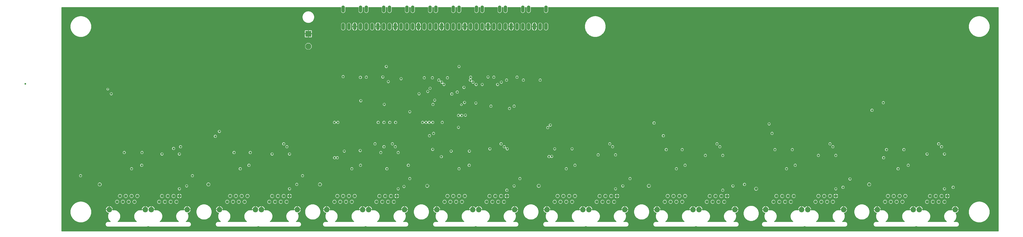
<source format=gbr>
G04 EAGLE Gerber RS-274X export*
G75*
%MOMM*%
%FSLAX34Y34*%
%LPD*%
%INBottom Copper*%
%IPPOS*%
%AMOC8*
5,1,8,0,0,1.08239X$1,22.5*%
G01*
G04 Define Apertures*
%ADD10C,1.408000*%
%ADD11C,2.400000*%
%ADD12C,1.524000*%
%ADD13P,2.74927X8X292.5*%
%ADD14R,2.540000X2.540000*%
%ADD15C,1.006400*%
%ADD16C,1.350000*%
%ADD17C,0.756400*%
G36*
X4116101Y10321D02*
X4116768Y10778D01*
X4117203Y11460D01*
X4117340Y12192D01*
X4117340Y991108D01*
X4117179Y991901D01*
X4116722Y992568D01*
X4116041Y993003D01*
X4115308Y993140D01*
X2144522Y993140D01*
X2143729Y992979D01*
X2143062Y992522D01*
X2142627Y991841D01*
X2142490Y991108D01*
X2142490Y974862D01*
X2141137Y971594D01*
X2138636Y969093D01*
X2135368Y967740D01*
X2131832Y967740D01*
X2128564Y969093D01*
X2126063Y971594D01*
X2124710Y974862D01*
X2124710Y991108D01*
X2124549Y991901D01*
X2124092Y992568D01*
X2123411Y993003D01*
X2122678Y993140D01*
X2068322Y993140D01*
X2067529Y992979D01*
X2066862Y992522D01*
X2066427Y991841D01*
X2066290Y991108D01*
X2066290Y974862D01*
X2064937Y971594D01*
X2062436Y969093D01*
X2059168Y967740D01*
X2055632Y967740D01*
X2052364Y969093D01*
X2049863Y971594D01*
X2048510Y974862D01*
X2048510Y991108D01*
X2048349Y991901D01*
X2047892Y992568D01*
X2047211Y993003D01*
X2046478Y993140D01*
X2042922Y993140D01*
X2042129Y992979D01*
X2041462Y992522D01*
X2041027Y991841D01*
X2040890Y991108D01*
X2040890Y974862D01*
X2039537Y971594D01*
X2037036Y969093D01*
X2033768Y967740D01*
X2030232Y967740D01*
X2026964Y969093D01*
X2024463Y971594D01*
X2023110Y974862D01*
X2023110Y991108D01*
X2022949Y991901D01*
X2022492Y992568D01*
X2021811Y993003D01*
X2021078Y993140D01*
X1966722Y993140D01*
X1965929Y992979D01*
X1965262Y992522D01*
X1964827Y991841D01*
X1964690Y991108D01*
X1964690Y974862D01*
X1963337Y971594D01*
X1960836Y969093D01*
X1957568Y967740D01*
X1954032Y967740D01*
X1950764Y969093D01*
X1948263Y971594D01*
X1946910Y974862D01*
X1946910Y991108D01*
X1946749Y991901D01*
X1946292Y992568D01*
X1945611Y993003D01*
X1944878Y993140D01*
X1941322Y993140D01*
X1940529Y992979D01*
X1939862Y992522D01*
X1939427Y991841D01*
X1939290Y991108D01*
X1939290Y974862D01*
X1937937Y971594D01*
X1935436Y969093D01*
X1932168Y967740D01*
X1928632Y967740D01*
X1925364Y969093D01*
X1922863Y971594D01*
X1921510Y974862D01*
X1921510Y991108D01*
X1921349Y991901D01*
X1920892Y992568D01*
X1920211Y993003D01*
X1919478Y993140D01*
X1865122Y993140D01*
X1864329Y992979D01*
X1863662Y992522D01*
X1863227Y991841D01*
X1863090Y991108D01*
X1863090Y974862D01*
X1861737Y971594D01*
X1859236Y969093D01*
X1855968Y967740D01*
X1852432Y967740D01*
X1849164Y969093D01*
X1846663Y971594D01*
X1845310Y974862D01*
X1845310Y991108D01*
X1845149Y991901D01*
X1844692Y992568D01*
X1844011Y993003D01*
X1843278Y993140D01*
X1839722Y993140D01*
X1838929Y992979D01*
X1838262Y992522D01*
X1837827Y991841D01*
X1837690Y991108D01*
X1837690Y974862D01*
X1836337Y971594D01*
X1833836Y969093D01*
X1830568Y967740D01*
X1827032Y967740D01*
X1823764Y969093D01*
X1821263Y971594D01*
X1819910Y974862D01*
X1819910Y991108D01*
X1819749Y991901D01*
X1819292Y992568D01*
X1818611Y993003D01*
X1817878Y993140D01*
X1763522Y993140D01*
X1762729Y992979D01*
X1762062Y992522D01*
X1761627Y991841D01*
X1761490Y991108D01*
X1761490Y974862D01*
X1760137Y971594D01*
X1757636Y969093D01*
X1754368Y967740D01*
X1750832Y967740D01*
X1747564Y969093D01*
X1745063Y971594D01*
X1743710Y974862D01*
X1743710Y991108D01*
X1743549Y991901D01*
X1743092Y992568D01*
X1742411Y993003D01*
X1741678Y993140D01*
X1738122Y993140D01*
X1737329Y992979D01*
X1736662Y992522D01*
X1736227Y991841D01*
X1736090Y991108D01*
X1736090Y974862D01*
X1734737Y971594D01*
X1732236Y969093D01*
X1728968Y967740D01*
X1725432Y967740D01*
X1722164Y969093D01*
X1719663Y971594D01*
X1718310Y974862D01*
X1718310Y991108D01*
X1718149Y991901D01*
X1717692Y992568D01*
X1717011Y993003D01*
X1716278Y993140D01*
X1661922Y993140D01*
X1661129Y992979D01*
X1660462Y992522D01*
X1660027Y991841D01*
X1659890Y991108D01*
X1659890Y974862D01*
X1658537Y971594D01*
X1656036Y969093D01*
X1652768Y967740D01*
X1649232Y967740D01*
X1645964Y969093D01*
X1643463Y971594D01*
X1642110Y974862D01*
X1642110Y991108D01*
X1641949Y991901D01*
X1641492Y992568D01*
X1640811Y993003D01*
X1640078Y993140D01*
X1636522Y993140D01*
X1635729Y992979D01*
X1635062Y992522D01*
X1634627Y991841D01*
X1634490Y991108D01*
X1634490Y974862D01*
X1633137Y971594D01*
X1630636Y969093D01*
X1627368Y967740D01*
X1623832Y967740D01*
X1620564Y969093D01*
X1618063Y971594D01*
X1616710Y974862D01*
X1616710Y991108D01*
X1616549Y991901D01*
X1616092Y992568D01*
X1615411Y993003D01*
X1614678Y993140D01*
X1560322Y993140D01*
X1559529Y992979D01*
X1558862Y992522D01*
X1558427Y991841D01*
X1558290Y991108D01*
X1558290Y974862D01*
X1556937Y971594D01*
X1554436Y969093D01*
X1551168Y967740D01*
X1547632Y967740D01*
X1544364Y969093D01*
X1541863Y971594D01*
X1540510Y974862D01*
X1540510Y991108D01*
X1540349Y991901D01*
X1539892Y992568D01*
X1539211Y993003D01*
X1538478Y993140D01*
X1534922Y993140D01*
X1534129Y992979D01*
X1533462Y992522D01*
X1533027Y991841D01*
X1532890Y991108D01*
X1532890Y974862D01*
X1531537Y971594D01*
X1529036Y969093D01*
X1525768Y967740D01*
X1522232Y967740D01*
X1518964Y969093D01*
X1516463Y971594D01*
X1515110Y974862D01*
X1515110Y991108D01*
X1514949Y991901D01*
X1514492Y992568D01*
X1513811Y993003D01*
X1513078Y993140D01*
X1458722Y993140D01*
X1457929Y992979D01*
X1457262Y992522D01*
X1456827Y991841D01*
X1456690Y991108D01*
X1456690Y974862D01*
X1455337Y971594D01*
X1452836Y969093D01*
X1449568Y967740D01*
X1446032Y967740D01*
X1442764Y969093D01*
X1440263Y971594D01*
X1438910Y974862D01*
X1438910Y991108D01*
X1438749Y991901D01*
X1438292Y992568D01*
X1437611Y993003D01*
X1436878Y993140D01*
X1433322Y993140D01*
X1432529Y992979D01*
X1431862Y992522D01*
X1431427Y991841D01*
X1431290Y991108D01*
X1431290Y974862D01*
X1429937Y971594D01*
X1427436Y969093D01*
X1424168Y967740D01*
X1420632Y967740D01*
X1417364Y969093D01*
X1414863Y971594D01*
X1413510Y974862D01*
X1413510Y991108D01*
X1413349Y991901D01*
X1412892Y992568D01*
X1412211Y993003D01*
X1411478Y993140D01*
X1357122Y993140D01*
X1356329Y992979D01*
X1355662Y992522D01*
X1355227Y991841D01*
X1355090Y991108D01*
X1355090Y974862D01*
X1353737Y971594D01*
X1351236Y969093D01*
X1347968Y967740D01*
X1344432Y967740D01*
X1341164Y969093D01*
X1338663Y971594D01*
X1337310Y974862D01*
X1337310Y991108D01*
X1337149Y991901D01*
X1336692Y992568D01*
X1336011Y993003D01*
X1335278Y993140D01*
X1331722Y993140D01*
X1330929Y992979D01*
X1330262Y992522D01*
X1329827Y991841D01*
X1329690Y991108D01*
X1329690Y974862D01*
X1328337Y971594D01*
X1325836Y969093D01*
X1322568Y967740D01*
X1319032Y967740D01*
X1315764Y969093D01*
X1313263Y971594D01*
X1311910Y974862D01*
X1311910Y991108D01*
X1311749Y991901D01*
X1311292Y992568D01*
X1310611Y993003D01*
X1309878Y993140D01*
X1255522Y993140D01*
X1254729Y992979D01*
X1254062Y992522D01*
X1253627Y991841D01*
X1253490Y991108D01*
X1253490Y974862D01*
X1252137Y971594D01*
X1249636Y969093D01*
X1246368Y967740D01*
X1242832Y967740D01*
X1239564Y969093D01*
X1237063Y971594D01*
X1235710Y974862D01*
X1235710Y991108D01*
X1235549Y991901D01*
X1235092Y992568D01*
X1234411Y993003D01*
X1233678Y993140D01*
X12192Y993140D01*
X11399Y992979D01*
X10732Y992522D01*
X10297Y991841D01*
X10160Y991108D01*
X10160Y12192D01*
X10321Y11399D01*
X10778Y10732D01*
X11460Y10297D01*
X12192Y10160D01*
X4115308Y10160D01*
X4116101Y10321D01*
G37*
%LPC*%
G36*
X1090174Y924109D02*
X1089821Y924140D01*
X1088888Y924140D01*
X1086835Y924690D01*
X1086662Y924728D01*
X1083462Y925293D01*
X1075778Y929729D01*
X1073689Y932218D01*
X1073570Y932349D01*
X1072067Y933851D01*
X1071600Y934660D01*
X1071397Y934950D01*
X1070075Y936526D01*
X1069371Y938459D01*
X1069221Y938780D01*
X1068755Y939589D01*
X1068205Y941641D01*
X1068151Y941810D01*
X1067040Y944864D01*
X1067040Y953736D01*
X1068151Y956790D01*
X1068205Y956959D01*
X1068755Y959011D01*
X1069221Y959820D01*
X1069371Y960141D01*
X1070075Y962074D01*
X1071397Y963650D01*
X1071600Y963940D01*
X1072067Y964749D01*
X1073570Y966251D01*
X1073689Y966382D01*
X1075778Y968871D01*
X1083462Y973307D01*
X1086662Y973872D01*
X1086835Y973910D01*
X1088888Y974460D01*
X1089821Y974460D01*
X1090174Y974491D01*
X1092200Y974848D01*
X1094226Y974491D01*
X1094579Y974460D01*
X1095512Y974460D01*
X1097565Y973910D01*
X1097738Y973872D01*
X1100938Y973307D01*
X1108622Y968871D01*
X1110711Y966382D01*
X1110830Y966251D01*
X1112333Y964749D01*
X1112800Y963940D01*
X1113003Y963650D01*
X1114325Y962074D01*
X1115029Y960141D01*
X1115179Y959820D01*
X1115645Y959011D01*
X1116195Y956959D01*
X1116249Y956790D01*
X1117360Y953736D01*
X1117360Y944864D01*
X1116249Y941810D01*
X1116195Y941641D01*
X1115645Y939589D01*
X1115179Y938780D01*
X1115029Y938459D01*
X1114325Y936526D01*
X1113003Y934950D01*
X1112800Y934660D01*
X1112333Y933851D01*
X1110830Y932349D01*
X1110711Y932218D01*
X1108622Y929729D01*
X1100938Y925293D01*
X1097738Y924728D01*
X1097565Y924690D01*
X1095512Y924140D01*
X1094579Y924140D01*
X1094226Y924109D01*
X1092200Y923752D01*
X1090174Y924109D01*
G37*
G36*
X92169Y862944D02*
X91880Y862965D01*
X89314Y862965D01*
X86292Y863775D01*
X86055Y863823D01*
X82418Y864346D01*
X80100Y865405D01*
X79781Y865519D01*
X77848Y866037D01*
X74651Y867883D01*
X74479Y867972D01*
X70625Y869732D01*
X69126Y871031D01*
X68811Y871255D01*
X67567Y871973D01*
X64560Y874980D01*
X64454Y875079D01*
X60827Y878222D01*
X60061Y879414D01*
X59788Y879752D01*
X59173Y880367D01*
X56766Y884536D01*
X56716Y884619D01*
X53818Y889128D01*
X53578Y889943D01*
X53388Y890386D01*
X53237Y890648D01*
X51846Y895839D01*
X51833Y895886D01*
X50165Y901568D01*
X50165Y914532D01*
X51833Y920214D01*
X51846Y920261D01*
X53237Y925452D01*
X53388Y925714D01*
X53578Y926157D01*
X53818Y926972D01*
X56716Y931481D01*
X56766Y931564D01*
X59173Y935733D01*
X59788Y936348D01*
X60061Y936686D01*
X60827Y937878D01*
X64454Y941021D01*
X64560Y941120D01*
X67567Y944127D01*
X68811Y944845D01*
X69126Y945069D01*
X70625Y946368D01*
X74479Y948128D01*
X74651Y948217D01*
X77848Y950063D01*
X79781Y950581D01*
X80100Y950695D01*
X82418Y951754D01*
X86055Y952277D01*
X86292Y952325D01*
X89314Y953135D01*
X91880Y953135D01*
X92169Y953156D01*
X95250Y953599D01*
X98331Y953156D01*
X98620Y953135D01*
X101186Y953135D01*
X104208Y952325D01*
X104445Y952277D01*
X108083Y951754D01*
X110401Y950695D01*
X110719Y950581D01*
X112652Y950063D01*
X115849Y948217D01*
X116021Y948128D01*
X119875Y946368D01*
X121374Y945069D01*
X121689Y944845D01*
X122933Y944127D01*
X125940Y941120D01*
X126046Y941021D01*
X129673Y937878D01*
X130439Y936686D01*
X130712Y936348D01*
X131327Y935733D01*
X133734Y931564D01*
X133784Y931481D01*
X136683Y926972D01*
X136922Y926157D01*
X137112Y925714D01*
X137263Y925452D01*
X138654Y920261D01*
X138667Y920214D01*
X140335Y914532D01*
X140335Y901568D01*
X138667Y895886D01*
X138654Y895839D01*
X137263Y890648D01*
X137112Y890386D01*
X136922Y889943D01*
X136683Y889128D01*
X133784Y884619D01*
X133734Y884536D01*
X131327Y880367D01*
X130712Y879752D01*
X130439Y879414D01*
X129673Y878222D01*
X126046Y875079D01*
X125940Y874980D01*
X122933Y871973D01*
X121689Y871255D01*
X121374Y871031D01*
X119875Y869732D01*
X116021Y867972D01*
X115849Y867883D01*
X112652Y866037D01*
X110719Y865519D01*
X110401Y865405D01*
X108083Y864346D01*
X104445Y863823D01*
X104208Y863775D01*
X101186Y862965D01*
X98620Y862965D01*
X98331Y862944D01*
X95250Y862501D01*
X92169Y862944D01*
G37*
G36*
X2346419Y862944D02*
X2346130Y862965D01*
X2343564Y862965D01*
X2340542Y863775D01*
X2340305Y863823D01*
X2336668Y864346D01*
X2334350Y865405D01*
X2334031Y865519D01*
X2332098Y866037D01*
X2328901Y867883D01*
X2328729Y867972D01*
X2324875Y869732D01*
X2323376Y871031D01*
X2323061Y871255D01*
X2321817Y871973D01*
X2318810Y874980D01*
X2318704Y875079D01*
X2315077Y878222D01*
X2314311Y879414D01*
X2314038Y879752D01*
X2313423Y880367D01*
X2311016Y884536D01*
X2310966Y884619D01*
X2308068Y889128D01*
X2307828Y889943D01*
X2307638Y890386D01*
X2307487Y890648D01*
X2306096Y895839D01*
X2306083Y895886D01*
X2304415Y901568D01*
X2304415Y914532D01*
X2306083Y920214D01*
X2306096Y920261D01*
X2307487Y925452D01*
X2307638Y925714D01*
X2307828Y926157D01*
X2308068Y926972D01*
X2310966Y931481D01*
X2311016Y931564D01*
X2313423Y935733D01*
X2314038Y936348D01*
X2314311Y936686D01*
X2315077Y937878D01*
X2318704Y941021D01*
X2318810Y941120D01*
X2321817Y944127D01*
X2323061Y944845D01*
X2323376Y945069D01*
X2324875Y946368D01*
X2328729Y948128D01*
X2328901Y948217D01*
X2332098Y950063D01*
X2334031Y950581D01*
X2334350Y950695D01*
X2336668Y951754D01*
X2340305Y952277D01*
X2340542Y952325D01*
X2343564Y953135D01*
X2346130Y953135D01*
X2346419Y953156D01*
X2349500Y953599D01*
X2352581Y953156D01*
X2352870Y953135D01*
X2355436Y953135D01*
X2358458Y952325D01*
X2358695Y952277D01*
X2362333Y951754D01*
X2364651Y950695D01*
X2364969Y950581D01*
X2366902Y950063D01*
X2370099Y948217D01*
X2370271Y948128D01*
X2374125Y946368D01*
X2375624Y945069D01*
X2375939Y944845D01*
X2377183Y944127D01*
X2380190Y941120D01*
X2380296Y941021D01*
X2383923Y937878D01*
X2384689Y936686D01*
X2384962Y936348D01*
X2385577Y935733D01*
X2387984Y931564D01*
X2388034Y931481D01*
X2390933Y926972D01*
X2391172Y926157D01*
X2391362Y925714D01*
X2391513Y925452D01*
X2392904Y920261D01*
X2392917Y920214D01*
X2394585Y914532D01*
X2394585Y901568D01*
X2392917Y895886D01*
X2392904Y895839D01*
X2391513Y890648D01*
X2391362Y890386D01*
X2391172Y889943D01*
X2390933Y889128D01*
X2388034Y884619D01*
X2387984Y884536D01*
X2385577Y880367D01*
X2384962Y879752D01*
X2384689Y879414D01*
X2383923Y878222D01*
X2380296Y875079D01*
X2380190Y874980D01*
X2377183Y871973D01*
X2375939Y871255D01*
X2375624Y871031D01*
X2374125Y869732D01*
X2370271Y867972D01*
X2370099Y867883D01*
X2366902Y866037D01*
X2364969Y865519D01*
X2364651Y865405D01*
X2362333Y864346D01*
X2358695Y863823D01*
X2358458Y863775D01*
X2355436Y862965D01*
X2352870Y862965D01*
X2352581Y862944D01*
X2349500Y862501D01*
X2346419Y862944D01*
G37*
G36*
X4029169Y862944D02*
X4028880Y862965D01*
X4026314Y862965D01*
X4023292Y863775D01*
X4023055Y863823D01*
X4019418Y864346D01*
X4017100Y865405D01*
X4016781Y865519D01*
X4014848Y866037D01*
X4011651Y867883D01*
X4011479Y867972D01*
X4007625Y869732D01*
X4006126Y871031D01*
X4005811Y871255D01*
X4004567Y871973D01*
X4001560Y874980D01*
X4001454Y875079D01*
X3997827Y878222D01*
X3997061Y879414D01*
X3996788Y879752D01*
X3996173Y880367D01*
X3993766Y884536D01*
X3993716Y884619D01*
X3990818Y889128D01*
X3990578Y889943D01*
X3990388Y890386D01*
X3990237Y890648D01*
X3988846Y895839D01*
X3988833Y895886D01*
X3987165Y901568D01*
X3987165Y914532D01*
X3988833Y920214D01*
X3988846Y920261D01*
X3990237Y925452D01*
X3990388Y925714D01*
X3990578Y926157D01*
X3990818Y926972D01*
X3993716Y931481D01*
X3993766Y931564D01*
X3996173Y935733D01*
X3996788Y936348D01*
X3997061Y936686D01*
X3997827Y937878D01*
X4001454Y941021D01*
X4001560Y941120D01*
X4004567Y944127D01*
X4005811Y944845D01*
X4006126Y945069D01*
X4007625Y946368D01*
X4011479Y948128D01*
X4011651Y948217D01*
X4014848Y950063D01*
X4016781Y950581D01*
X4017100Y950695D01*
X4019418Y951754D01*
X4023055Y952277D01*
X4023292Y952325D01*
X4026314Y953135D01*
X4028880Y953135D01*
X4029169Y953156D01*
X4032250Y953599D01*
X4035331Y953156D01*
X4035620Y953135D01*
X4038186Y953135D01*
X4041208Y952325D01*
X4041445Y952277D01*
X4045083Y951754D01*
X4047401Y950695D01*
X4047719Y950581D01*
X4049652Y950063D01*
X4052849Y948217D01*
X4053021Y948128D01*
X4056875Y946368D01*
X4058374Y945069D01*
X4058689Y944845D01*
X4059933Y944127D01*
X4062940Y941120D01*
X4063046Y941021D01*
X4066673Y937878D01*
X4067439Y936686D01*
X4067712Y936348D01*
X4068327Y935733D01*
X4070734Y931564D01*
X4070784Y931481D01*
X4073683Y926972D01*
X4073922Y926157D01*
X4074112Y925714D01*
X4074263Y925452D01*
X4075654Y920261D01*
X4075667Y920214D01*
X4077335Y914532D01*
X4077335Y901568D01*
X4075667Y895886D01*
X4075654Y895839D01*
X4074263Y890648D01*
X4074112Y890386D01*
X4073922Y889943D01*
X4073683Y889128D01*
X4070784Y884619D01*
X4070734Y884536D01*
X4068327Y880367D01*
X4067712Y879752D01*
X4067439Y879414D01*
X4066673Y878222D01*
X4063046Y875079D01*
X4062940Y874980D01*
X4059933Y871973D01*
X4058689Y871255D01*
X4058374Y871031D01*
X4056875Y869732D01*
X4053021Y867972D01*
X4052849Y867883D01*
X4049652Y866037D01*
X4047719Y865519D01*
X4047401Y865405D01*
X4045083Y864346D01*
X4041445Y863823D01*
X4041208Y863775D01*
X4038186Y862965D01*
X4035620Y862965D01*
X4035331Y862944D01*
X4032250Y862501D01*
X4029169Y862944D01*
G37*
G36*
X1285240Y910082D02*
X1285240Y917691D01*
X1286787Y921425D01*
X1289645Y924283D01*
X1293368Y925825D01*
X1293368Y910082D01*
X1285240Y910082D01*
G37*
G36*
X1297432Y910082D02*
X1297432Y925825D01*
X1301155Y924283D01*
X1304013Y921425D01*
X1305560Y917691D01*
X1305560Y910082D01*
X1297432Y910082D01*
G37*
G36*
X1386840Y910082D02*
X1386840Y917691D01*
X1388387Y921425D01*
X1391245Y924283D01*
X1394968Y925825D01*
X1394968Y910082D01*
X1386840Y910082D01*
G37*
G36*
X1399032Y910082D02*
X1399032Y925825D01*
X1402755Y924283D01*
X1405613Y921425D01*
X1407160Y917691D01*
X1407160Y910082D01*
X1399032Y910082D01*
G37*
G36*
X1463040Y910082D02*
X1463040Y917691D01*
X1464587Y921425D01*
X1467445Y924283D01*
X1471168Y925825D01*
X1471168Y910082D01*
X1463040Y910082D01*
G37*
G36*
X1475232Y910082D02*
X1475232Y925825D01*
X1478955Y924283D01*
X1481813Y921425D01*
X1483360Y917691D01*
X1483360Y910082D01*
X1475232Y910082D01*
G37*
G36*
X1564640Y910082D02*
X1564640Y917691D01*
X1566187Y921425D01*
X1569045Y924283D01*
X1572768Y925825D01*
X1572768Y910082D01*
X1564640Y910082D01*
G37*
G36*
X1576832Y910082D02*
X1576832Y925825D01*
X1580555Y924283D01*
X1583413Y921425D01*
X1584960Y917691D01*
X1584960Y910082D01*
X1576832Y910082D01*
G37*
G36*
X1666240Y910082D02*
X1666240Y917691D01*
X1667787Y921425D01*
X1670645Y924283D01*
X1674368Y925825D01*
X1674368Y910082D01*
X1666240Y910082D01*
G37*
G36*
X1678432Y910082D02*
X1678432Y925825D01*
X1682155Y924283D01*
X1685013Y921425D01*
X1686560Y917691D01*
X1686560Y910082D01*
X1678432Y910082D01*
G37*
G36*
X1767840Y910082D02*
X1767840Y917691D01*
X1769387Y921425D01*
X1772245Y924283D01*
X1775968Y925825D01*
X1775968Y910082D01*
X1767840Y910082D01*
G37*
G36*
X1780032Y910082D02*
X1780032Y925825D01*
X1783755Y924283D01*
X1786613Y921425D01*
X1788160Y917691D01*
X1788160Y910082D01*
X1780032Y910082D01*
G37*
G36*
X1869440Y910082D02*
X1869440Y917691D01*
X1870987Y921425D01*
X1873845Y924283D01*
X1877568Y925825D01*
X1877568Y910082D01*
X1869440Y910082D01*
G37*
G36*
X1881632Y910082D02*
X1881632Y925825D01*
X1885355Y924283D01*
X1888213Y921425D01*
X1889760Y917691D01*
X1889760Y910082D01*
X1881632Y910082D01*
G37*
G36*
X1971040Y910082D02*
X1971040Y917691D01*
X1972587Y921425D01*
X1975445Y924283D01*
X1979168Y925825D01*
X1979168Y910082D01*
X1971040Y910082D01*
G37*
G36*
X1983232Y910082D02*
X1983232Y925825D01*
X1986955Y924283D01*
X1989813Y921425D01*
X1991360Y917691D01*
X1991360Y910082D01*
X1983232Y910082D01*
G37*
G36*
X2072640Y910082D02*
X2072640Y917691D01*
X2074187Y921425D01*
X2077045Y924283D01*
X2080768Y925825D01*
X2080768Y910082D01*
X2072640Y910082D01*
G37*
G36*
X2084832Y910082D02*
X2084832Y925825D01*
X2088555Y924283D01*
X2091413Y921425D01*
X2092960Y917691D01*
X2092960Y910082D01*
X2084832Y910082D01*
G37*
G36*
X1827032Y891540D02*
X1823764Y892893D01*
X1821263Y895394D01*
X1819910Y898662D01*
X1819910Y917438D01*
X1821263Y920706D01*
X1823764Y923207D01*
X1827032Y924560D01*
X1830568Y924560D01*
X1833836Y923207D01*
X1836337Y920706D01*
X1837690Y917438D01*
X1837690Y898662D01*
X1836337Y895394D01*
X1833836Y892893D01*
X1830568Y891540D01*
X1827032Y891540D01*
G37*
G36*
X1801632Y891540D02*
X1798364Y892893D01*
X1795863Y895394D01*
X1794510Y898662D01*
X1794510Y917438D01*
X1795863Y920706D01*
X1798364Y923207D01*
X1801632Y924560D01*
X1805168Y924560D01*
X1808436Y923207D01*
X1810937Y920706D01*
X1812290Y917438D01*
X1812290Y898662D01*
X1810937Y895394D01*
X1808436Y892893D01*
X1805168Y891540D01*
X1801632Y891540D01*
G37*
G36*
X1750832Y891540D02*
X1747564Y892893D01*
X1745063Y895394D01*
X1743710Y898662D01*
X1743710Y917438D01*
X1745063Y920706D01*
X1747564Y923207D01*
X1750832Y924560D01*
X1754368Y924560D01*
X1757636Y923207D01*
X1760137Y920706D01*
X1761490Y917438D01*
X1761490Y898662D01*
X1760137Y895394D01*
X1757636Y892893D01*
X1754368Y891540D01*
X1750832Y891540D01*
G37*
G36*
X1725432Y891540D02*
X1722164Y892893D01*
X1719663Y895394D01*
X1718310Y898662D01*
X1718310Y917438D01*
X1719663Y920706D01*
X1722164Y923207D01*
X1725432Y924560D01*
X1728968Y924560D01*
X1732236Y923207D01*
X1734737Y920706D01*
X1736090Y917438D01*
X1736090Y898662D01*
X1734737Y895394D01*
X1732236Y892893D01*
X1728968Y891540D01*
X1725432Y891540D01*
G37*
G36*
X1700032Y891540D02*
X1696764Y892893D01*
X1694263Y895394D01*
X1692910Y898662D01*
X1692910Y917438D01*
X1694263Y920706D01*
X1696764Y923207D01*
X1700032Y924560D01*
X1703568Y924560D01*
X1706836Y923207D01*
X1709337Y920706D01*
X1710690Y917438D01*
X1710690Y898662D01*
X1709337Y895394D01*
X1706836Y892893D01*
X1703568Y891540D01*
X1700032Y891540D01*
G37*
G36*
X2131832Y891540D02*
X2128564Y892893D01*
X2126063Y895394D01*
X2124710Y898662D01*
X2124710Y917438D01*
X2126063Y920706D01*
X2128564Y923207D01*
X2131832Y924560D01*
X2135368Y924560D01*
X2138636Y923207D01*
X2141137Y920706D01*
X2142490Y917438D01*
X2142490Y898662D01*
X2141137Y895394D01*
X2138636Y892893D01*
X2135368Y891540D01*
X2131832Y891540D01*
G37*
G36*
X1623832Y891540D02*
X1620564Y892893D01*
X1618063Y895394D01*
X1616710Y898662D01*
X1616710Y917438D01*
X1618063Y920706D01*
X1620564Y923207D01*
X1623832Y924560D01*
X1627368Y924560D01*
X1630636Y923207D01*
X1633137Y920706D01*
X1634490Y917438D01*
X1634490Y898662D01*
X1633137Y895394D01*
X1630636Y892893D01*
X1627368Y891540D01*
X1623832Y891540D01*
G37*
G36*
X1598432Y891540D02*
X1595164Y892893D01*
X1592663Y895394D01*
X1591310Y898662D01*
X1591310Y917438D01*
X1592663Y920706D01*
X1595164Y923207D01*
X1598432Y924560D01*
X1601968Y924560D01*
X1605236Y923207D01*
X1607737Y920706D01*
X1609090Y917438D01*
X1609090Y898662D01*
X1607737Y895394D01*
X1605236Y892893D01*
X1601968Y891540D01*
X1598432Y891540D01*
G37*
G36*
X1547632Y891540D02*
X1544364Y892893D01*
X1541863Y895394D01*
X1540510Y898662D01*
X1540510Y917438D01*
X1541863Y920706D01*
X1544364Y923207D01*
X1547632Y924560D01*
X1551168Y924560D01*
X1554436Y923207D01*
X1556937Y920706D01*
X1558290Y917438D01*
X1558290Y898662D01*
X1556937Y895394D01*
X1554436Y892893D01*
X1551168Y891540D01*
X1547632Y891540D01*
G37*
G36*
X1522232Y891540D02*
X1518964Y892893D01*
X1516463Y895394D01*
X1515110Y898662D01*
X1515110Y917438D01*
X1516463Y920706D01*
X1518964Y923207D01*
X1522232Y924560D01*
X1525768Y924560D01*
X1529036Y923207D01*
X1531537Y920706D01*
X1532890Y917438D01*
X1532890Y898662D01*
X1531537Y895394D01*
X1529036Y892893D01*
X1525768Y891540D01*
X1522232Y891540D01*
G37*
G36*
X1496832Y891540D02*
X1493564Y892893D01*
X1491063Y895394D01*
X1489710Y898662D01*
X1489710Y917438D01*
X1491063Y920706D01*
X1493564Y923207D01*
X1496832Y924560D01*
X1500368Y924560D01*
X1503636Y923207D01*
X1506137Y920706D01*
X1507490Y917438D01*
X1507490Y898662D01*
X1506137Y895394D01*
X1503636Y892893D01*
X1500368Y891540D01*
X1496832Y891540D01*
G37*
G36*
X1446032Y891540D02*
X1442764Y892893D01*
X1440263Y895394D01*
X1438910Y898662D01*
X1438910Y917438D01*
X1440263Y920706D01*
X1442764Y923207D01*
X1446032Y924560D01*
X1449568Y924560D01*
X1452836Y923207D01*
X1455337Y920706D01*
X1456690Y917438D01*
X1456690Y898662D01*
X1455337Y895394D01*
X1452836Y892893D01*
X1449568Y891540D01*
X1446032Y891540D01*
G37*
G36*
X1420632Y891540D02*
X1417364Y892893D01*
X1414863Y895394D01*
X1413510Y898662D01*
X1413510Y917438D01*
X1414863Y920706D01*
X1417364Y923207D01*
X1420632Y924560D01*
X1424168Y924560D01*
X1427436Y923207D01*
X1429937Y920706D01*
X1431290Y917438D01*
X1431290Y898662D01*
X1429937Y895394D01*
X1427436Y892893D01*
X1424168Y891540D01*
X1420632Y891540D01*
G37*
G36*
X1369832Y891540D02*
X1366564Y892893D01*
X1364063Y895394D01*
X1362710Y898662D01*
X1362710Y917438D01*
X1364063Y920706D01*
X1366564Y923207D01*
X1369832Y924560D01*
X1373368Y924560D01*
X1376636Y923207D01*
X1379137Y920706D01*
X1380490Y917438D01*
X1380490Y898662D01*
X1379137Y895394D01*
X1376636Y892893D01*
X1373368Y891540D01*
X1369832Y891540D01*
G37*
G36*
X1344432Y891540D02*
X1341164Y892893D01*
X1338663Y895394D01*
X1337310Y898662D01*
X1337310Y917438D01*
X1338663Y920706D01*
X1341164Y923207D01*
X1344432Y924560D01*
X1347968Y924560D01*
X1351236Y923207D01*
X1353737Y920706D01*
X1355090Y917438D01*
X1355090Y898662D01*
X1353737Y895394D01*
X1351236Y892893D01*
X1347968Y891540D01*
X1344432Y891540D01*
G37*
G36*
X1319032Y891540D02*
X1315764Y892893D01*
X1313263Y895394D01*
X1311910Y898662D01*
X1311910Y917438D01*
X1313263Y920706D01*
X1315764Y923207D01*
X1319032Y924560D01*
X1322568Y924560D01*
X1325836Y923207D01*
X1328337Y920706D01*
X1329690Y917438D01*
X1329690Y898662D01*
X1328337Y895394D01*
X1325836Y892893D01*
X1322568Y891540D01*
X1319032Y891540D01*
G37*
G36*
X1268232Y891540D02*
X1264964Y892893D01*
X1262463Y895394D01*
X1261110Y898662D01*
X1261110Y917438D01*
X1262463Y920706D01*
X1264964Y923207D01*
X1268232Y924560D01*
X1271768Y924560D01*
X1275036Y923207D01*
X1277537Y920706D01*
X1278890Y917438D01*
X1278890Y898662D01*
X1277537Y895394D01*
X1275036Y892893D01*
X1271768Y891540D01*
X1268232Y891540D01*
G37*
G36*
X1242832Y891540D02*
X1239564Y892893D01*
X1237063Y895394D01*
X1235710Y898662D01*
X1235710Y917438D01*
X1237063Y920706D01*
X1239564Y923207D01*
X1242832Y924560D01*
X1246368Y924560D01*
X1249636Y923207D01*
X1252137Y920706D01*
X1253490Y917438D01*
X1253490Y898662D01*
X1252137Y895394D01*
X1249636Y892893D01*
X1246368Y891540D01*
X1242832Y891540D01*
G37*
G36*
X1852432Y891540D02*
X1849164Y892893D01*
X1846663Y895394D01*
X1845310Y898662D01*
X1845310Y917438D01*
X1846663Y920706D01*
X1849164Y923207D01*
X1852432Y924560D01*
X1855968Y924560D01*
X1859236Y923207D01*
X1861737Y920706D01*
X1863090Y917438D01*
X1863090Y898662D01*
X1861737Y895394D01*
X1859236Y892893D01*
X1855968Y891540D01*
X1852432Y891540D01*
G37*
G36*
X1903232Y891540D02*
X1899964Y892893D01*
X1897463Y895394D01*
X1896110Y898662D01*
X1896110Y917438D01*
X1897463Y920706D01*
X1899964Y923207D01*
X1903232Y924560D01*
X1906768Y924560D01*
X1910036Y923207D01*
X1912537Y920706D01*
X1913890Y917438D01*
X1913890Y898662D01*
X1912537Y895394D01*
X1910036Y892893D01*
X1906768Y891540D01*
X1903232Y891540D01*
G37*
G36*
X1928632Y891540D02*
X1925364Y892893D01*
X1922863Y895394D01*
X1921510Y898662D01*
X1921510Y917438D01*
X1922863Y920706D01*
X1925364Y923207D01*
X1928632Y924560D01*
X1932168Y924560D01*
X1935436Y923207D01*
X1937937Y920706D01*
X1939290Y917438D01*
X1939290Y898662D01*
X1937937Y895394D01*
X1935436Y892893D01*
X1932168Y891540D01*
X1928632Y891540D01*
G37*
G36*
X1954032Y891540D02*
X1950764Y892893D01*
X1948263Y895394D01*
X1946910Y898662D01*
X1946910Y917438D01*
X1948263Y920706D01*
X1950764Y923207D01*
X1954032Y924560D01*
X1957568Y924560D01*
X1960836Y923207D01*
X1963337Y920706D01*
X1964690Y917438D01*
X1964690Y898662D01*
X1963337Y895394D01*
X1960836Y892893D01*
X1957568Y891540D01*
X1954032Y891540D01*
G37*
G36*
X2004832Y891540D02*
X2001564Y892893D01*
X1999063Y895394D01*
X1997710Y898662D01*
X1997710Y917438D01*
X1999063Y920706D01*
X2001564Y923207D01*
X2004832Y924560D01*
X2008368Y924560D01*
X2011636Y923207D01*
X2014137Y920706D01*
X2015490Y917438D01*
X2015490Y898662D01*
X2014137Y895394D01*
X2011636Y892893D01*
X2008368Y891540D01*
X2004832Y891540D01*
G37*
G36*
X2030232Y891540D02*
X2026964Y892893D01*
X2024463Y895394D01*
X2023110Y898662D01*
X2023110Y917438D01*
X2024463Y920706D01*
X2026964Y923207D01*
X2030232Y924560D01*
X2033768Y924560D01*
X2037036Y923207D01*
X2039537Y920706D01*
X2040890Y917438D01*
X2040890Y898662D01*
X2039537Y895394D01*
X2037036Y892893D01*
X2033768Y891540D01*
X2030232Y891540D01*
G37*
G36*
X2055632Y891540D02*
X2052364Y892893D01*
X2049863Y895394D01*
X2048510Y898662D01*
X2048510Y917438D01*
X2049863Y920706D01*
X2052364Y923207D01*
X2055632Y924560D01*
X2059168Y924560D01*
X2062436Y923207D01*
X2064937Y920706D01*
X2066290Y917438D01*
X2066290Y898662D01*
X2064937Y895394D01*
X2062436Y892893D01*
X2059168Y891540D01*
X2055632Y891540D01*
G37*
G36*
X2106432Y891540D02*
X2103164Y892893D01*
X2100663Y895394D01*
X2099310Y898662D01*
X2099310Y917438D01*
X2100663Y920706D01*
X2103164Y923207D01*
X2106432Y924560D01*
X2109968Y924560D01*
X2113236Y923207D01*
X2115737Y920706D01*
X2117090Y917438D01*
X2117090Y898662D01*
X2115737Y895394D01*
X2113236Y892893D01*
X2109968Y891540D01*
X2106432Y891540D01*
G37*
G36*
X1649232Y891540D02*
X1645964Y892893D01*
X1643463Y895394D01*
X1642110Y898662D01*
X1642110Y917438D01*
X1643463Y920706D01*
X1645964Y923207D01*
X1649232Y924560D01*
X1652768Y924560D01*
X1656036Y923207D01*
X1658537Y920706D01*
X1659890Y917438D01*
X1659890Y898662D01*
X1658537Y895394D01*
X1656036Y892893D01*
X1652768Y891540D01*
X1649232Y891540D01*
G37*
G36*
X2084832Y906018D02*
X2092960Y906018D01*
X2092960Y898409D01*
X2091413Y894675D01*
X2088555Y891817D01*
X2084832Y890275D01*
X2084832Y906018D01*
G37*
G36*
X2077045Y891817D02*
X2074187Y894675D01*
X2072640Y898409D01*
X2072640Y906018D01*
X2080768Y906018D01*
X2080768Y890275D01*
X2077045Y891817D01*
G37*
G36*
X1983232Y906018D02*
X1991360Y906018D01*
X1991360Y898409D01*
X1989813Y894675D01*
X1986955Y891817D01*
X1983232Y890275D01*
X1983232Y906018D01*
G37*
G36*
X1975445Y891817D02*
X1972587Y894675D01*
X1971040Y898409D01*
X1971040Y906018D01*
X1979168Y906018D01*
X1979168Y890275D01*
X1975445Y891817D01*
G37*
G36*
X1881632Y906018D02*
X1889760Y906018D01*
X1889760Y898409D01*
X1888213Y894675D01*
X1885355Y891817D01*
X1881632Y890275D01*
X1881632Y906018D01*
G37*
G36*
X1873845Y891817D02*
X1870987Y894675D01*
X1869440Y898409D01*
X1869440Y906018D01*
X1877568Y906018D01*
X1877568Y890275D01*
X1873845Y891817D01*
G37*
G36*
X1780032Y906018D02*
X1788160Y906018D01*
X1788160Y898409D01*
X1786613Y894675D01*
X1783755Y891817D01*
X1780032Y890275D01*
X1780032Y906018D01*
G37*
G36*
X1772245Y891817D02*
X1769387Y894675D01*
X1767840Y898409D01*
X1767840Y906018D01*
X1775968Y906018D01*
X1775968Y890275D01*
X1772245Y891817D01*
G37*
G36*
X1678432Y906018D02*
X1686560Y906018D01*
X1686560Y898409D01*
X1685013Y894675D01*
X1682155Y891817D01*
X1678432Y890275D01*
X1678432Y906018D01*
G37*
G36*
X1670645Y891817D02*
X1667787Y894675D01*
X1666240Y898409D01*
X1666240Y906018D01*
X1674368Y906018D01*
X1674368Y890275D01*
X1670645Y891817D01*
G37*
G36*
X1576832Y906018D02*
X1584960Y906018D01*
X1584960Y898409D01*
X1583413Y894675D01*
X1580555Y891817D01*
X1576832Y890275D01*
X1576832Y906018D01*
G37*
G36*
X1569045Y891817D02*
X1566187Y894675D01*
X1564640Y898409D01*
X1564640Y906018D01*
X1572768Y906018D01*
X1572768Y890275D01*
X1569045Y891817D01*
G37*
G36*
X1475232Y906018D02*
X1483360Y906018D01*
X1483360Y898409D01*
X1481813Y894675D01*
X1478955Y891817D01*
X1475232Y890275D01*
X1475232Y906018D01*
G37*
G36*
X1467445Y891817D02*
X1464587Y894675D01*
X1463040Y898409D01*
X1463040Y906018D01*
X1471168Y906018D01*
X1471168Y890275D01*
X1467445Y891817D01*
G37*
G36*
X1399032Y906018D02*
X1407160Y906018D01*
X1407160Y898409D01*
X1405613Y894675D01*
X1402755Y891817D01*
X1399032Y890275D01*
X1399032Y906018D01*
G37*
G36*
X1391245Y891817D02*
X1388387Y894675D01*
X1386840Y898409D01*
X1386840Y906018D01*
X1394968Y906018D01*
X1394968Y890275D01*
X1391245Y891817D01*
G37*
G36*
X1297432Y906018D02*
X1305560Y906018D01*
X1305560Y898409D01*
X1304013Y894675D01*
X1301155Y891817D01*
X1297432Y890275D01*
X1297432Y906018D01*
G37*
G36*
X1289645Y891817D02*
X1286787Y894675D01*
X1285240Y898409D01*
X1285240Y906018D01*
X1293368Y906018D01*
X1293368Y890275D01*
X1289645Y891817D01*
G37*
G36*
X1076960Y878332D02*
X1076960Y890052D01*
X1078448Y891540D01*
X1090168Y891540D01*
X1090168Y878332D01*
X1076960Y878332D01*
G37*
G36*
X1094232Y878332D02*
X1094232Y891540D01*
X1105952Y891540D01*
X1107440Y890052D01*
X1107440Y878332D01*
X1094232Y878332D01*
G37*
G36*
X1094232Y861060D02*
X1094232Y874268D01*
X1107440Y874268D01*
X1107440Y862548D01*
X1105952Y861060D01*
X1094232Y861060D01*
G37*
G36*
X1078448Y861060D02*
X1076960Y862548D01*
X1076960Y874268D01*
X1090168Y874268D01*
X1090168Y861060D01*
X1078448Y861060D01*
G37*
G36*
X1086413Y807212D02*
X1078230Y815395D01*
X1078230Y826969D01*
X1086413Y835152D01*
X1097987Y835152D01*
X1106170Y826969D01*
X1106170Y815395D01*
X1097987Y807212D01*
X1086413Y807212D01*
G37*
G36*
X1751346Y726488D02*
X1749030Y727447D01*
X1747257Y729220D01*
X1746298Y731536D01*
X1746298Y734044D01*
X1747257Y736360D01*
X1749030Y738133D01*
X1751346Y739092D01*
X1753854Y739092D01*
X1756170Y738133D01*
X1757943Y736360D01*
X1758902Y734044D01*
X1758902Y731536D01*
X1757943Y729220D01*
X1756170Y727447D01*
X1753854Y726488D01*
X1751346Y726488D01*
G37*
G36*
X1432576Y726488D02*
X1430260Y727447D01*
X1428487Y729220D01*
X1427528Y731536D01*
X1427528Y734044D01*
X1428487Y736360D01*
X1430260Y738133D01*
X1432576Y739092D01*
X1435084Y739092D01*
X1437400Y738133D01*
X1439173Y736360D01*
X1440132Y734044D01*
X1440132Y731536D01*
X1439173Y729220D01*
X1437400Y727447D01*
X1435084Y726488D01*
X1432576Y726488D01*
G37*
G36*
X1243346Y682038D02*
X1241030Y682997D01*
X1239257Y684770D01*
X1238298Y687086D01*
X1238298Y689594D01*
X1239257Y691910D01*
X1241030Y693683D01*
X1243346Y694642D01*
X1245854Y694642D01*
X1248170Y693683D01*
X1249943Y691910D01*
X1250902Y689594D01*
X1250902Y687086D01*
X1249943Y684770D01*
X1248170Y682997D01*
X1245854Y682038D01*
X1243346Y682038D01*
G37*
G36*
X1878346Y680768D02*
X1876030Y681727D01*
X1874257Y683500D01*
X1873298Y685816D01*
X1873298Y688324D01*
X1874257Y690640D01*
X1876030Y692413D01*
X1878346Y693372D01*
X1880854Y693372D01*
X1883170Y692413D01*
X1884943Y690640D01*
X1885902Y688324D01*
X1885902Y685816D01*
X1884943Y683500D01*
X1883170Y681727D01*
X1880854Y680768D01*
X1878346Y680768D01*
G37*
G36*
X1417336Y680768D02*
X1415020Y681727D01*
X1413247Y683500D01*
X1412288Y685816D01*
X1412288Y688324D01*
X1413247Y690640D01*
X1415020Y692413D01*
X1417336Y693372D01*
X1419844Y693372D01*
X1422160Y692413D01*
X1423933Y690640D01*
X1424892Y688324D01*
X1424892Y685816D01*
X1423933Y683500D01*
X1422160Y681727D01*
X1419844Y680768D01*
X1417336Y680768D01*
G37*
G36*
X1812306Y657908D02*
X1809990Y658867D01*
X1808217Y660640D01*
X1807258Y662956D01*
X1807258Y665362D01*
X1807097Y666154D01*
X1806640Y666821D01*
X1805959Y667257D01*
X1805161Y667393D01*
X1804448Y667239D01*
X1803384Y666798D01*
X1800876Y666798D01*
X1798560Y667757D01*
X1796787Y669530D01*
X1795828Y671846D01*
X1795828Y674354D01*
X1796787Y676670D01*
X1798766Y678648D01*
X1799212Y679322D01*
X1799361Y680117D01*
X1799187Y680907D01*
X1798766Y681522D01*
X1798057Y682230D01*
X1797098Y684546D01*
X1797098Y687054D01*
X1798057Y689370D01*
X1799830Y691143D01*
X1802146Y692102D01*
X1804654Y692102D01*
X1806970Y691143D01*
X1808743Y689370D01*
X1809702Y687054D01*
X1809702Y684546D01*
X1808743Y682230D01*
X1806764Y680252D01*
X1806318Y679578D01*
X1806169Y678783D01*
X1806343Y677993D01*
X1806764Y677378D01*
X1807473Y676670D01*
X1808432Y674354D01*
X1808432Y671948D01*
X1808593Y671156D01*
X1809050Y670489D01*
X1809732Y670053D01*
X1810529Y669917D01*
X1811242Y670071D01*
X1812306Y670512D01*
X1814814Y670512D01*
X1817130Y669553D01*
X1818903Y667780D01*
X1819862Y665464D01*
X1819862Y662956D01*
X1818903Y660640D01*
X1817130Y658867D01*
X1814814Y657908D01*
X1812306Y657908D01*
G37*
G36*
X1344946Y679498D02*
X1342630Y680457D01*
X1340857Y682230D01*
X1339898Y684546D01*
X1339898Y687054D01*
X1340857Y689370D01*
X1342630Y691143D01*
X1344946Y692102D01*
X1347454Y692102D01*
X1349770Y691143D01*
X1351543Y689370D01*
X1352502Y687054D01*
X1352502Y684546D01*
X1351543Y682230D01*
X1349770Y680457D01*
X1347454Y679498D01*
X1344946Y679498D01*
G37*
G36*
X2005346Y679498D02*
X2003030Y680457D01*
X2001257Y682230D01*
X2000298Y684546D01*
X2000298Y687054D01*
X2001257Y689370D01*
X2003030Y691143D01*
X2005346Y692102D01*
X2007854Y692102D01*
X2010170Y691143D01*
X2011943Y689370D01*
X2012902Y687054D01*
X2012902Y684546D01*
X2011943Y682230D01*
X2010170Y680457D01*
X2007854Y679498D01*
X2005346Y679498D01*
G37*
G36*
X1903746Y679498D02*
X1901430Y680457D01*
X1899657Y682230D01*
X1898698Y684546D01*
X1898698Y687054D01*
X1899657Y689370D01*
X1901430Y691143D01*
X1903746Y692102D01*
X1906254Y692102D01*
X1908570Y691143D01*
X1910343Y689370D01*
X1911302Y687054D01*
X1911302Y684546D01*
X1910343Y682230D01*
X1908570Y680457D01*
X1906254Y679498D01*
X1903746Y679498D01*
G37*
G36*
X1318911Y678863D02*
X1316595Y679822D01*
X1314822Y681595D01*
X1313863Y683911D01*
X1313863Y686419D01*
X1314822Y688735D01*
X1316595Y690508D01*
X1318911Y691467D01*
X1321419Y691467D01*
X1323735Y690508D01*
X1325508Y688735D01*
X1326467Y686419D01*
X1326467Y683911D01*
X1325508Y681595D01*
X1323735Y679822D01*
X1321419Y678863D01*
X1318911Y678863D01*
G37*
G36*
X1700546Y676958D02*
X1698230Y677917D01*
X1696457Y679690D01*
X1695498Y682006D01*
X1695498Y684514D01*
X1696457Y686830D01*
X1698230Y688603D01*
X1700546Y689562D01*
X1703054Y689562D01*
X1705370Y688603D01*
X1707143Y686830D01*
X1708102Y684514D01*
X1708102Y682006D01*
X1707143Y679690D01*
X1705370Y677917D01*
X1703054Y676958D01*
X1700546Y676958D01*
G37*
G36*
X1634506Y676958D02*
X1632190Y677917D01*
X1630417Y679690D01*
X1629458Y682006D01*
X1629458Y684514D01*
X1630417Y686830D01*
X1632190Y688603D01*
X1634506Y689562D01*
X1637014Y689562D01*
X1639330Y688603D01*
X1641103Y686830D01*
X1642062Y684514D01*
X1642062Y682006D01*
X1641103Y679690D01*
X1639330Y677917D01*
X1637014Y676958D01*
X1634506Y676958D01*
G37*
G36*
X1598946Y676958D02*
X1596630Y677917D01*
X1594857Y679690D01*
X1593898Y682006D01*
X1593898Y684514D01*
X1594857Y686830D01*
X1596630Y688603D01*
X1598946Y689562D01*
X1601454Y689562D01*
X1603770Y688603D01*
X1605543Y686830D01*
X1606502Y684514D01*
X1606502Y682006D01*
X1605543Y679690D01*
X1603770Y677917D01*
X1601454Y676958D01*
X1598946Y676958D01*
G37*
G36*
X1497346Y673148D02*
X1495030Y674107D01*
X1493257Y675880D01*
X1492298Y678196D01*
X1492298Y680704D01*
X1493257Y683020D01*
X1495030Y684793D01*
X1497346Y685752D01*
X1499854Y685752D01*
X1502170Y684793D01*
X1503943Y683020D01*
X1504902Y680704D01*
X1504902Y678196D01*
X1503943Y675880D01*
X1502170Y674107D01*
X1499854Y673148D01*
X1497346Y673148D01*
G37*
G36*
X2106946Y666798D02*
X2104630Y667757D01*
X2102857Y669530D01*
X2101898Y671846D01*
X2101898Y674354D01*
X2102857Y676670D01*
X2104630Y678443D01*
X2106946Y679402D01*
X2109454Y679402D01*
X2111770Y678443D01*
X2113543Y676670D01*
X2114502Y674354D01*
X2114502Y671846D01*
X2113543Y669530D01*
X2111770Y667757D01*
X2109454Y666798D01*
X2106946Y666798D01*
G37*
G36*
X2033286Y666798D02*
X2030970Y667757D01*
X2029197Y669530D01*
X2028238Y671846D01*
X2028238Y674354D01*
X2029197Y676670D01*
X2030970Y678443D01*
X2033286Y679402D01*
X2035794Y679402D01*
X2038110Y678443D01*
X2039883Y676670D01*
X2040842Y674354D01*
X2040842Y671846D01*
X2039883Y669530D01*
X2038110Y667757D01*
X2035794Y666798D01*
X2033286Y666798D01*
G37*
G36*
X1959626Y666798D02*
X1957310Y667757D01*
X1955537Y669530D01*
X1954578Y671846D01*
X1954578Y674354D01*
X1955537Y676670D01*
X1957310Y678443D01*
X1959626Y679402D01*
X1962134Y679402D01*
X1964450Y678443D01*
X1966223Y676670D01*
X1967182Y674354D01*
X1967182Y671846D01*
X1966223Y669530D01*
X1964450Y667757D01*
X1962134Y666798D01*
X1959626Y666798D01*
G37*
G36*
X1685306Y647748D02*
X1682990Y648707D01*
X1681217Y650480D01*
X1680258Y652796D01*
X1680258Y655401D01*
X1680377Y656011D01*
X1680210Y656802D01*
X1679747Y657466D01*
X1679062Y657896D01*
X1678264Y658025D01*
X1677730Y657908D01*
X1675146Y657908D01*
X1672830Y658867D01*
X1671057Y660640D01*
X1670098Y662956D01*
X1670098Y665856D01*
X1670108Y665907D01*
X1669941Y666699D01*
X1669479Y667362D01*
X1668794Y667793D01*
X1667996Y667922D01*
X1667298Y667769D01*
X1664954Y666798D01*
X1662446Y666798D01*
X1660130Y667757D01*
X1658357Y669530D01*
X1657398Y671846D01*
X1657398Y674354D01*
X1658357Y676670D01*
X1660130Y678443D01*
X1662446Y679402D01*
X1664954Y679402D01*
X1667270Y678443D01*
X1669043Y676670D01*
X1670002Y674354D01*
X1670002Y671454D01*
X1669992Y671403D01*
X1670159Y670611D01*
X1670621Y669948D01*
X1671306Y669517D01*
X1672104Y669388D01*
X1672802Y669541D01*
X1675146Y670512D01*
X1677654Y670512D01*
X1679970Y669553D01*
X1681743Y667780D01*
X1682702Y665464D01*
X1682702Y662859D01*
X1682583Y662249D01*
X1682750Y661458D01*
X1683213Y660794D01*
X1683898Y660364D01*
X1684696Y660235D01*
X1685230Y660352D01*
X1687814Y660352D01*
X1690130Y659393D01*
X1691903Y657620D01*
X1692862Y655304D01*
X1692862Y652796D01*
X1691903Y650480D01*
X1690130Y648707D01*
X1687814Y647748D01*
X1685306Y647748D01*
G37*
G36*
X1441466Y660448D02*
X1439150Y661407D01*
X1437377Y663180D01*
X1436418Y665496D01*
X1436418Y668004D01*
X1437377Y670320D01*
X1439150Y672093D01*
X1441466Y673052D01*
X1443974Y673052D01*
X1446290Y672093D01*
X1448063Y670320D01*
X1449022Y668004D01*
X1449022Y665496D01*
X1448063Y663180D01*
X1446290Y661407D01*
X1443974Y660448D01*
X1441466Y660448D01*
G37*
G36*
X1936766Y657908D02*
X1934450Y658867D01*
X1932677Y660640D01*
X1931718Y662956D01*
X1931718Y665464D01*
X1932677Y667780D01*
X1934450Y669553D01*
X1936766Y670512D01*
X1939274Y670512D01*
X1941590Y669553D01*
X1943363Y667780D01*
X1944322Y665464D01*
X1944322Y662956D01*
X1943363Y660640D01*
X1941590Y658867D01*
X1939274Y657908D01*
X1936766Y657908D01*
G37*
G36*
X1920256Y647748D02*
X1917940Y648707D01*
X1916167Y650480D01*
X1915208Y652796D01*
X1915208Y655304D01*
X1916167Y657620D01*
X1917940Y659393D01*
X1920256Y660352D01*
X1922764Y660352D01*
X1925080Y659393D01*
X1926853Y657620D01*
X1927812Y655304D01*
X1927812Y652796D01*
X1926853Y650480D01*
X1925080Y648707D01*
X1922764Y647748D01*
X1920256Y647748D01*
G37*
G36*
X1852946Y647748D02*
X1850630Y648707D01*
X1848857Y650480D01*
X1847898Y652796D01*
X1847898Y655304D01*
X1848857Y657620D01*
X1850630Y659393D01*
X1852946Y660352D01*
X1855454Y660352D01*
X1857770Y659393D01*
X1859543Y657620D01*
X1860502Y655304D01*
X1860502Y652796D01*
X1859543Y650480D01*
X1857770Y648707D01*
X1855454Y647748D01*
X1852946Y647748D01*
G37*
G36*
X1826276Y647748D02*
X1823960Y648707D01*
X1822187Y650480D01*
X1821228Y652796D01*
X1821228Y655304D01*
X1822187Y657620D01*
X1823960Y659393D01*
X1826276Y660352D01*
X1828784Y660352D01*
X1831100Y659393D01*
X1832873Y657620D01*
X1833832Y655304D01*
X1833832Y652796D01*
X1832873Y650480D01*
X1831100Y648707D01*
X1828784Y647748D01*
X1826276Y647748D01*
G37*
G36*
X1772936Y635048D02*
X1770620Y636007D01*
X1768847Y637780D01*
X1767888Y640096D01*
X1767888Y642604D01*
X1768847Y644920D01*
X1770620Y646693D01*
X1772936Y647652D01*
X1775444Y647652D01*
X1777760Y646693D01*
X1779533Y644920D01*
X1780492Y642604D01*
X1780492Y640096D01*
X1779533Y637780D01*
X1777760Y636007D01*
X1775444Y635048D01*
X1772936Y635048D01*
G37*
G36*
X1624346Y631080D02*
X1622030Y632039D01*
X1620257Y633812D01*
X1619298Y636128D01*
X1619298Y638636D01*
X1620257Y640952D01*
X1622030Y642725D01*
X1624346Y643684D01*
X1626854Y643684D01*
X1629170Y642725D01*
X1630943Y640952D01*
X1631902Y638636D01*
X1631902Y636128D01*
X1630943Y633812D01*
X1629170Y632039D01*
X1626854Y631080D01*
X1624346Y631080D01*
G37*
G36*
X212177Y628500D02*
X210320Y629269D01*
X208899Y630690D01*
X208130Y632547D01*
X208130Y634557D01*
X208899Y636414D01*
X210320Y637835D01*
X212177Y638604D01*
X214187Y638604D01*
X216044Y637835D01*
X217465Y636414D01*
X218234Y634557D01*
X218234Y632547D01*
X217465Y630690D01*
X216044Y629269D01*
X214187Y628500D01*
X212177Y628500D01*
G37*
G36*
X1614186Y617412D02*
X1611870Y618371D01*
X1610097Y620144D01*
X1609138Y622460D01*
X1609138Y624968D01*
X1610097Y627284D01*
X1611870Y629057D01*
X1614186Y630016D01*
X1616694Y630016D01*
X1619010Y629057D01*
X1620783Y627284D01*
X1621742Y624968D01*
X1621742Y622460D01*
X1620783Y620144D01*
X1619010Y618371D01*
X1616694Y617412D01*
X1614186Y617412D01*
G37*
G36*
X1743618Y614412D02*
X1741302Y615371D01*
X1739529Y617144D01*
X1738570Y619460D01*
X1738570Y621968D01*
X1739529Y624284D01*
X1741302Y626057D01*
X1743618Y627016D01*
X1746126Y627016D01*
X1748442Y626057D01*
X1750215Y624284D01*
X1751174Y621968D01*
X1751174Y619460D01*
X1750215Y617144D01*
X1748442Y615371D01*
X1746126Y614412D01*
X1743618Y614412D01*
G37*
G36*
X1576086Y607108D02*
X1573770Y608067D01*
X1571997Y609840D01*
X1571038Y612156D01*
X1571038Y614664D01*
X1571997Y616980D01*
X1573770Y618753D01*
X1576086Y619712D01*
X1578594Y619712D01*
X1580910Y618753D01*
X1582683Y616980D01*
X1583642Y614664D01*
X1583642Y612156D01*
X1582683Y609840D01*
X1580910Y608067D01*
X1578594Y607108D01*
X1576086Y607108D01*
G37*
G36*
X227346Y607108D02*
X225030Y608067D01*
X223257Y609840D01*
X222298Y612156D01*
X222298Y614664D01*
X223257Y616980D01*
X225030Y618753D01*
X227346Y619712D01*
X229854Y619712D01*
X232170Y618753D01*
X233943Y616980D01*
X234902Y614664D01*
X234902Y612156D01*
X233943Y609840D01*
X232170Y608067D01*
X229854Y607108D01*
X227346Y607108D01*
G37*
G36*
X1719596Y605838D02*
X1717280Y606797D01*
X1715507Y608570D01*
X1714548Y610886D01*
X1714548Y613394D01*
X1715507Y615710D01*
X1717280Y617483D01*
X1719596Y618442D01*
X1722104Y618442D01*
X1724420Y617483D01*
X1726193Y615710D01*
X1727152Y613394D01*
X1727152Y610886D01*
X1726193Y608570D01*
X1724420Y606797D01*
X1722104Y605838D01*
X1719596Y605838D01*
G37*
G36*
X1644666Y579168D02*
X1642350Y580127D01*
X1640577Y581900D01*
X1639618Y584216D01*
X1639618Y586724D01*
X1640577Y589040D01*
X1642350Y590813D01*
X1644666Y591772D01*
X1647174Y591772D01*
X1649490Y590813D01*
X1651263Y589040D01*
X1652222Y586724D01*
X1652222Y584216D01*
X1651263Y581900D01*
X1649490Y580127D01*
X1647174Y579168D01*
X1644666Y579168D01*
G37*
G36*
X1320816Y576628D02*
X1318500Y577587D01*
X1316727Y579360D01*
X1315768Y581676D01*
X1315768Y584184D01*
X1316727Y586500D01*
X1318500Y588273D01*
X1320816Y589232D01*
X1323324Y589232D01*
X1325640Y588273D01*
X1327413Y586500D01*
X1328372Y584184D01*
X1328372Y581676D01*
X1327413Y579360D01*
X1325640Y577587D01*
X1323324Y576628D01*
X1320816Y576628D01*
G37*
G36*
X1775476Y569008D02*
X1773160Y569967D01*
X1771387Y571740D01*
X1770428Y574056D01*
X1770428Y576564D01*
X1771387Y578880D01*
X1773160Y580653D01*
X1775476Y581612D01*
X1777984Y581612D01*
X1780300Y580653D01*
X1782073Y578880D01*
X1783032Y576564D01*
X1783032Y574056D01*
X1782073Y571740D01*
X1780300Y569967D01*
X1777984Y569008D01*
X1775476Y569008D01*
G37*
G36*
X3610626Y567738D02*
X3608310Y568697D01*
X3606537Y570470D01*
X3605578Y572786D01*
X3605578Y575294D01*
X3606537Y577610D01*
X3608310Y579383D01*
X3610626Y580342D01*
X3613134Y580342D01*
X3615450Y579383D01*
X3617223Y577610D01*
X3618182Y575294D01*
X3618182Y572786D01*
X3617223Y570470D01*
X3615450Y568697D01*
X3613134Y567738D01*
X3610626Y567738D01*
G37*
G36*
X1825006Y566468D02*
X1822690Y567427D01*
X1820917Y569200D01*
X1819958Y571516D01*
X1819958Y574024D01*
X1820917Y576340D01*
X1822690Y578113D01*
X1825006Y579072D01*
X1827514Y579072D01*
X1829830Y578113D01*
X1831603Y576340D01*
X1832562Y574024D01*
X1832562Y571516D01*
X1831603Y569200D01*
X1829830Y567427D01*
X1827514Y566468D01*
X1825006Y566468D01*
G37*
G36*
X1423686Y560674D02*
X1421370Y561633D01*
X1419597Y563406D01*
X1418638Y565722D01*
X1418638Y568230D01*
X1419597Y570546D01*
X1421370Y572319D01*
X1423686Y573278D01*
X1426194Y573278D01*
X1428510Y572319D01*
X1430283Y570546D01*
X1431242Y568230D01*
X1431242Y565722D01*
X1430283Y563406D01*
X1428510Y561633D01*
X1426194Y560674D01*
X1423686Y560674D01*
G37*
G36*
X1637046Y560118D02*
X1634730Y561077D01*
X1632957Y562850D01*
X1631998Y565166D01*
X1631998Y567674D01*
X1632957Y569990D01*
X1634730Y571763D01*
X1637046Y572722D01*
X1639554Y572722D01*
X1641870Y571763D01*
X1643643Y569990D01*
X1644602Y567674D01*
X1644602Y565166D01*
X1643643Y562850D01*
X1641870Y561077D01*
X1639554Y560118D01*
X1637046Y560118D01*
G37*
G36*
X1761755Y560098D02*
X1759898Y560867D01*
X1758477Y562288D01*
X1757708Y564145D01*
X1757708Y566155D01*
X1758477Y568012D01*
X1759898Y569433D01*
X1761755Y570202D01*
X1763765Y570202D01*
X1765622Y569433D01*
X1767043Y568012D01*
X1767812Y566155D01*
X1767812Y564145D01*
X1767043Y562288D01*
X1765622Y560867D01*
X1763765Y560098D01*
X1761755Y560098D01*
G37*
G36*
X1992646Y552498D02*
X1990330Y553457D01*
X1988557Y555230D01*
X1987598Y557546D01*
X1987598Y560054D01*
X1988557Y562370D01*
X1990330Y564143D01*
X1992646Y565102D01*
X1995154Y565102D01*
X1997470Y564143D01*
X1999243Y562370D01*
X2000202Y560054D01*
X2000202Y557546D01*
X1999243Y555230D01*
X1997470Y553457D01*
X1995154Y552498D01*
X1992646Y552498D01*
G37*
G36*
X1891046Y552498D02*
X1888730Y553457D01*
X1886957Y555230D01*
X1885998Y557546D01*
X1885998Y560054D01*
X1886957Y562370D01*
X1888730Y564143D01*
X1891046Y565102D01*
X1893554Y565102D01*
X1895870Y564143D01*
X1897643Y562370D01*
X1898602Y560054D01*
X1898602Y557546D01*
X1897643Y555230D01*
X1895870Y553457D01*
X1893554Y552498D01*
X1891046Y552498D01*
G37*
G36*
X1972326Y542338D02*
X1970010Y543297D01*
X1968237Y545070D01*
X1967278Y547386D01*
X1967278Y549894D01*
X1968237Y552210D01*
X1970010Y553983D01*
X1972326Y554942D01*
X1974834Y554942D01*
X1977150Y553983D01*
X1978923Y552210D01*
X1979882Y549894D01*
X1979882Y547386D01*
X1978923Y545070D01*
X1977150Y543297D01*
X1974834Y542338D01*
X1972326Y542338D01*
G37*
G36*
X3561096Y534718D02*
X3558780Y535677D01*
X3557007Y537450D01*
X3556048Y539766D01*
X3556048Y542274D01*
X3557007Y544590D01*
X3558780Y546363D01*
X3561096Y547322D01*
X3563604Y547322D01*
X3565920Y546363D01*
X3567693Y544590D01*
X3568652Y542274D01*
X3568652Y539766D01*
X3567693Y537450D01*
X3565920Y535677D01*
X3563604Y534718D01*
X3561096Y534718D01*
G37*
G36*
X1535446Y528368D02*
X1533130Y529327D01*
X1531357Y531100D01*
X1530398Y533416D01*
X1530398Y535924D01*
X1531357Y538240D01*
X1533130Y540013D01*
X1535446Y540972D01*
X1537954Y540972D01*
X1540270Y540013D01*
X1542043Y538240D01*
X1543002Y535924D01*
X1543002Y533416D01*
X1542043Y531100D01*
X1540270Y529327D01*
X1537954Y528368D01*
X1535446Y528368D01*
G37*
G36*
X1779286Y513128D02*
X1776970Y514087D01*
X1775197Y515860D01*
X1774241Y518168D01*
X1773789Y518839D01*
X1773733Y518876D01*
X1774118Y519512D01*
X1774238Y520199D01*
X1774238Y520684D01*
X1775197Y523000D01*
X1776970Y524773D01*
X1779286Y525732D01*
X1781794Y525732D01*
X1784110Y524773D01*
X1785883Y523000D01*
X1786842Y520684D01*
X1786842Y518176D01*
X1785883Y515860D01*
X1784110Y514087D01*
X1781794Y513128D01*
X1779286Y513128D01*
G37*
G36*
X1748806Y511858D02*
X1746490Y512817D01*
X1744717Y514590D01*
X1743758Y516906D01*
X1743758Y519414D01*
X1744717Y521730D01*
X1746490Y523503D01*
X1748806Y524462D01*
X1751314Y524462D01*
X1753630Y523503D01*
X1755608Y521524D01*
X1756282Y521078D01*
X1757077Y520929D01*
X1757867Y521103D01*
X1758482Y521524D01*
X1760460Y523503D01*
X1762776Y524462D01*
X1765284Y524462D01*
X1767600Y523503D01*
X1769373Y521730D01*
X1770329Y519422D01*
X1770781Y518751D01*
X1770838Y518714D01*
X1770452Y518078D01*
X1770332Y517391D01*
X1770332Y516906D01*
X1769373Y514590D01*
X1767600Y512817D01*
X1765284Y511858D01*
X1762776Y511858D01*
X1760460Y512817D01*
X1758482Y514796D01*
X1757808Y515242D01*
X1757013Y515391D01*
X1756223Y515217D01*
X1755608Y514796D01*
X1753630Y512817D01*
X1751314Y511858D01*
X1748806Y511858D01*
G37*
G36*
X1591326Y481378D02*
X1589010Y482337D01*
X1587237Y484110D01*
X1586278Y486426D01*
X1586278Y488934D01*
X1587237Y491250D01*
X1589010Y493023D01*
X1591326Y493982D01*
X1593834Y493982D01*
X1596150Y493023D01*
X1597923Y491250D01*
X1598323Y490284D01*
X1598775Y489613D01*
X1599452Y489172D01*
X1600249Y489030D01*
X1601037Y489210D01*
X1601693Y489683D01*
X1602077Y490284D01*
X1602477Y491250D01*
X1604250Y493023D01*
X1606566Y493982D01*
X1609074Y493982D01*
X1611390Y493023D01*
X1613368Y491044D01*
X1614042Y490598D01*
X1614837Y490449D01*
X1615627Y490623D01*
X1616242Y491044D01*
X1618220Y493023D01*
X1620536Y493982D01*
X1623044Y493982D01*
X1625360Y493023D01*
X1627133Y491250D01*
X1627533Y490284D01*
X1627985Y489613D01*
X1628662Y489172D01*
X1629459Y489030D01*
X1630247Y489210D01*
X1630903Y489683D01*
X1631287Y490284D01*
X1631687Y491250D01*
X1633460Y493023D01*
X1635776Y493982D01*
X1638284Y493982D01*
X1640600Y493023D01*
X1642373Y491250D01*
X1643332Y488934D01*
X1643332Y486426D01*
X1642373Y484110D01*
X1640600Y482337D01*
X1638284Y481378D01*
X1635776Y481378D01*
X1633460Y482337D01*
X1631687Y484110D01*
X1631287Y485076D01*
X1630835Y485747D01*
X1630158Y486188D01*
X1629361Y486330D01*
X1628573Y486150D01*
X1627917Y485677D01*
X1627533Y485076D01*
X1627133Y484110D01*
X1625360Y482337D01*
X1623044Y481378D01*
X1620536Y481378D01*
X1618220Y482337D01*
X1616242Y484316D01*
X1615568Y484762D01*
X1614773Y484911D01*
X1613983Y484737D01*
X1613368Y484316D01*
X1611390Y482337D01*
X1609074Y481378D01*
X1606566Y481378D01*
X1604250Y482337D01*
X1602477Y484110D01*
X1602077Y485076D01*
X1601625Y485747D01*
X1600948Y486188D01*
X1600151Y486330D01*
X1599363Y486150D01*
X1598707Y485677D01*
X1598323Y485076D01*
X1597923Y484110D01*
X1596150Y482337D01*
X1593834Y481378D01*
X1591326Y481378D01*
G37*
G36*
X1473216Y481378D02*
X1470900Y482337D01*
X1469127Y484110D01*
X1468168Y486426D01*
X1468168Y488934D01*
X1469127Y491250D01*
X1470900Y493023D01*
X1473216Y493982D01*
X1475724Y493982D01*
X1478040Y493023D01*
X1479813Y491250D01*
X1480772Y488934D01*
X1480772Y486426D01*
X1479813Y484110D01*
X1478040Y482337D01*
X1475724Y481378D01*
X1473216Y481378D01*
G37*
G36*
X1447816Y481378D02*
X1445500Y482337D01*
X1443727Y484110D01*
X1442768Y486426D01*
X1442768Y488934D01*
X1443727Y491250D01*
X1445500Y493023D01*
X1447816Y493982D01*
X1450324Y493982D01*
X1452640Y493023D01*
X1454413Y491250D01*
X1455372Y488934D01*
X1455372Y486426D01*
X1454413Y484110D01*
X1452640Y482337D01*
X1450324Y481378D01*
X1447816Y481378D01*
G37*
G36*
X1422416Y481378D02*
X1420100Y482337D01*
X1418327Y484110D01*
X1417368Y486426D01*
X1417368Y488934D01*
X1418327Y491250D01*
X1420100Y493023D01*
X1422416Y493982D01*
X1424924Y493982D01*
X1427240Y493023D01*
X1429013Y491250D01*
X1429972Y488934D01*
X1429972Y486426D01*
X1429013Y484110D01*
X1427240Y482337D01*
X1424924Y481378D01*
X1422416Y481378D01*
G37*
G36*
X1397016Y481378D02*
X1394700Y482337D01*
X1392927Y484110D01*
X1391968Y486426D01*
X1391968Y488934D01*
X1392927Y491250D01*
X1394700Y493023D01*
X1397016Y493982D01*
X1399524Y493982D01*
X1401840Y493023D01*
X1403613Y491250D01*
X1404572Y488934D01*
X1404572Y486426D01*
X1403613Y484110D01*
X1401840Y482337D01*
X1399524Y481378D01*
X1397016Y481378D01*
G37*
G36*
X1205246Y481378D02*
X1202930Y482337D01*
X1201157Y484110D01*
X1200198Y486426D01*
X1200198Y488934D01*
X1201157Y491250D01*
X1202930Y493023D01*
X1205246Y493982D01*
X1207754Y493982D01*
X1210070Y493023D01*
X1211843Y491250D01*
X1212243Y490284D01*
X1212695Y489613D01*
X1213372Y489172D01*
X1214169Y489030D01*
X1214957Y489210D01*
X1215613Y489683D01*
X1215997Y490284D01*
X1216397Y491250D01*
X1218170Y493023D01*
X1220486Y493982D01*
X1222994Y493982D01*
X1225310Y493023D01*
X1227083Y491250D01*
X1228042Y488934D01*
X1228042Y486426D01*
X1227083Y484110D01*
X1225310Y482337D01*
X1222994Y481378D01*
X1220486Y481378D01*
X1218170Y482337D01*
X1216397Y484110D01*
X1215997Y485076D01*
X1215545Y485747D01*
X1214868Y486188D01*
X1214071Y486330D01*
X1213283Y486150D01*
X1212627Y485677D01*
X1212243Y485076D01*
X1211843Y484110D01*
X1210070Y482337D01*
X1207754Y481378D01*
X1205246Y481378D01*
G37*
G36*
X1677686Y481378D02*
X1675370Y482337D01*
X1673597Y484110D01*
X1672638Y486426D01*
X1672638Y488934D01*
X1673597Y491250D01*
X1675370Y493023D01*
X1677686Y493982D01*
X1680194Y493982D01*
X1682510Y493023D01*
X1684283Y491250D01*
X1685242Y488934D01*
X1685242Y486426D01*
X1684283Y484110D01*
X1682510Y482337D01*
X1680194Y481378D01*
X1677686Y481378D01*
G37*
G36*
X2606056Y478838D02*
X2603740Y479797D01*
X2601967Y481570D01*
X2601008Y483886D01*
X2601008Y486394D01*
X2601967Y488710D01*
X2603740Y490483D01*
X2606056Y491442D01*
X2608564Y491442D01*
X2610880Y490483D01*
X2612653Y488710D01*
X2613612Y486394D01*
X2613612Y483886D01*
X2612653Y481570D01*
X2610880Y479797D01*
X2608564Y478838D01*
X2606056Y478838D01*
G37*
G36*
X3110246Y475028D02*
X3107930Y475987D01*
X3106157Y477760D01*
X3105198Y480076D01*
X3105198Y482584D01*
X3106157Y484900D01*
X3107930Y486673D01*
X3110246Y487632D01*
X3112754Y487632D01*
X3115070Y486673D01*
X3116843Y484900D01*
X3117802Y482584D01*
X3117802Y480076D01*
X3116843Y477760D01*
X3115070Y475987D01*
X3112754Y475028D01*
X3110246Y475028D01*
G37*
G36*
X2139966Y458518D02*
X2137650Y459477D01*
X2135877Y461250D01*
X2134918Y463566D01*
X2134918Y466074D01*
X2135877Y468390D01*
X2137650Y470163D01*
X2139966Y471122D01*
X2142474Y471122D01*
X2144555Y470260D01*
X2145349Y470105D01*
X2146140Y470272D01*
X2146804Y470735D01*
X2147234Y471420D01*
X2147363Y472218D01*
X2147210Y472915D01*
X2146348Y474996D01*
X2146348Y477504D01*
X2147307Y479820D01*
X2149080Y481593D01*
X2151396Y482552D01*
X2153904Y482552D01*
X2156220Y481593D01*
X2157993Y479820D01*
X2158952Y477504D01*
X2158952Y474996D01*
X2157993Y472680D01*
X2156220Y470907D01*
X2153904Y469948D01*
X2151396Y469948D01*
X2149315Y470810D01*
X2148521Y470965D01*
X2147730Y470798D01*
X2147066Y470335D01*
X2146636Y469650D01*
X2146507Y468852D01*
X2146660Y468155D01*
X2147522Y466074D01*
X2147522Y463566D01*
X2146563Y461250D01*
X2144790Y459477D01*
X2142474Y458518D01*
X2139966Y458518D01*
G37*
G36*
X1748806Y459788D02*
X1746490Y460747D01*
X1744717Y462520D01*
X1743758Y464836D01*
X1743758Y467344D01*
X1744717Y469660D01*
X1746490Y471433D01*
X1748806Y472392D01*
X1751314Y472392D01*
X1753630Y471433D01*
X1755403Y469660D01*
X1756362Y467344D01*
X1756362Y464836D01*
X1755403Y462520D01*
X1753630Y460747D01*
X1751314Y459788D01*
X1748806Y459788D01*
G37*
G36*
X701056Y442008D02*
X698740Y442967D01*
X696967Y444740D01*
X696008Y447056D01*
X696008Y449564D01*
X696967Y451880D01*
X698740Y453653D01*
X701056Y454612D01*
X703564Y454612D01*
X705880Y453653D01*
X707653Y451880D01*
X708612Y449564D01*
X708612Y447056D01*
X707653Y444740D01*
X705880Y442967D01*
X703564Y442008D01*
X701056Y442008D01*
G37*
G36*
X3122946Y433118D02*
X3120630Y434077D01*
X3118857Y435850D01*
X3117898Y438166D01*
X3117898Y440674D01*
X3118857Y442990D01*
X3120630Y444763D01*
X3122946Y445722D01*
X3125454Y445722D01*
X3127770Y444763D01*
X3129543Y442990D01*
X3130502Y440674D01*
X3130502Y438166D01*
X3129543Y435850D01*
X3127770Y434077D01*
X3125454Y433118D01*
X3122946Y433118D01*
G37*
G36*
X1639586Y433118D02*
X1637270Y434077D01*
X1635497Y435850D01*
X1634538Y438166D01*
X1634538Y440674D01*
X1635497Y442990D01*
X1637270Y444763D01*
X1639586Y445722D01*
X1642094Y445722D01*
X1644410Y444763D01*
X1646183Y442990D01*
X1647142Y440674D01*
X1647142Y438166D01*
X1646183Y435850D01*
X1644410Y434077D01*
X1642094Y433118D01*
X1639586Y433118D01*
G37*
G36*
X2646696Y422958D02*
X2644380Y423917D01*
X2642607Y425690D01*
X2641648Y428006D01*
X2641648Y430514D01*
X2642607Y432830D01*
X2644380Y434603D01*
X2646696Y435562D01*
X2649204Y435562D01*
X2651520Y434603D01*
X2653293Y432830D01*
X2654252Y430514D01*
X2654252Y428006D01*
X2653293Y425690D01*
X2651520Y423917D01*
X2649204Y422958D01*
X2646696Y422958D01*
G37*
G36*
X1621806Y422958D02*
X1619490Y423917D01*
X1617717Y425690D01*
X1616758Y428006D01*
X1616758Y430514D01*
X1617717Y432830D01*
X1619490Y434603D01*
X1621806Y435562D01*
X1624314Y435562D01*
X1626630Y434603D01*
X1628403Y432830D01*
X1629362Y430514D01*
X1629362Y428006D01*
X1628403Y425690D01*
X1626630Y423917D01*
X1624314Y422958D01*
X1621806Y422958D01*
G37*
G36*
X683276Y420418D02*
X680960Y421377D01*
X679187Y423150D01*
X678228Y425466D01*
X678228Y427974D01*
X679187Y430290D01*
X680960Y432063D01*
X683276Y433022D01*
X685784Y433022D01*
X688100Y432063D01*
X689873Y430290D01*
X690832Y427974D01*
X690832Y425466D01*
X689873Y423150D01*
X688100Y421377D01*
X685784Y420418D01*
X683276Y420418D01*
G37*
G36*
X1459246Y387398D02*
X1456930Y388357D01*
X1455157Y390130D01*
X1454198Y392446D01*
X1454198Y394954D01*
X1455157Y397270D01*
X1456930Y399043D01*
X1459246Y400002D01*
X1461754Y400002D01*
X1464070Y399043D01*
X1465843Y397270D01*
X1466802Y394954D01*
X1466802Y392446D01*
X1465843Y390130D01*
X1464070Y388357D01*
X1461754Y387398D01*
X1459246Y387398D01*
G37*
G36*
X3853196Y387398D02*
X3850880Y388357D01*
X3849107Y390130D01*
X3848148Y392446D01*
X3848148Y394954D01*
X3849107Y397270D01*
X3850880Y399043D01*
X3853196Y400002D01*
X3855704Y400002D01*
X3858020Y399043D01*
X3859793Y397270D01*
X3860752Y394954D01*
X3860752Y392446D01*
X3859793Y390130D01*
X3858020Y388357D01*
X3855704Y387398D01*
X3853196Y387398D01*
G37*
G36*
X982996Y387398D02*
X980680Y388357D01*
X978907Y390130D01*
X977948Y392446D01*
X977948Y394954D01*
X978907Y397270D01*
X980680Y399043D01*
X982996Y400002D01*
X985504Y400002D01*
X987820Y399043D01*
X989593Y397270D01*
X990552Y394954D01*
X990552Y392446D01*
X989593Y390130D01*
X987820Y388357D01*
X985504Y387398D01*
X982996Y387398D01*
G37*
G36*
X1383046Y387398D02*
X1380730Y388357D01*
X1378957Y390130D01*
X1377998Y392446D01*
X1377998Y394954D01*
X1378957Y397270D01*
X1380730Y399043D01*
X1383046Y400002D01*
X1385554Y400002D01*
X1387870Y399043D01*
X1389643Y397270D01*
X1390602Y394954D01*
X1390602Y392446D01*
X1389643Y390130D01*
X1387870Y388357D01*
X1385554Y387398D01*
X1383046Y387398D01*
G37*
G36*
X3376946Y387398D02*
X3374630Y388357D01*
X3372857Y390130D01*
X3371898Y392446D01*
X3371898Y394954D01*
X3372857Y397270D01*
X3374630Y399043D01*
X3376946Y400002D01*
X3379454Y400002D01*
X3381770Y399043D01*
X3383543Y397270D01*
X3384502Y394954D01*
X3384502Y392446D01*
X3383543Y390130D01*
X3381770Y388357D01*
X3379454Y387398D01*
X3376946Y387398D01*
G37*
G36*
X1935496Y387398D02*
X1933180Y388357D01*
X1931407Y390130D01*
X1930448Y392446D01*
X1930448Y394954D01*
X1931407Y397270D01*
X1933180Y399043D01*
X1935496Y400002D01*
X1938004Y400002D01*
X1940320Y399043D01*
X1942093Y397270D01*
X1943052Y394954D01*
X1943052Y392446D01*
X1942093Y390130D01*
X1940320Y388357D01*
X1938004Y387398D01*
X1935496Y387398D01*
G37*
G36*
X2411746Y387398D02*
X2409430Y388357D01*
X2407657Y390130D01*
X2406698Y392446D01*
X2406698Y394954D01*
X2407657Y397270D01*
X2409430Y399043D01*
X2411746Y400002D01*
X2414254Y400002D01*
X2416570Y399043D01*
X2418343Y397270D01*
X2419302Y394954D01*
X2419302Y392446D01*
X2418343Y390130D01*
X2416570Y388357D01*
X2414254Y387398D01*
X2411746Y387398D01*
G37*
G36*
X2881646Y387398D02*
X2879330Y388357D01*
X2877557Y390130D01*
X2876598Y392446D01*
X2876598Y394954D01*
X2877557Y397270D01*
X2879330Y399043D01*
X2881646Y400002D01*
X2884154Y400002D01*
X2886470Y399043D01*
X2888243Y397270D01*
X2889202Y394954D01*
X2889202Y392446D01*
X2888243Y390130D01*
X2886470Y388357D01*
X2884154Y387398D01*
X2881646Y387398D01*
G37*
G36*
X530876Y374698D02*
X528560Y375657D01*
X526787Y377430D01*
X525828Y379746D01*
X525828Y382254D01*
X526787Y384570D01*
X528560Y386343D01*
X530876Y387302D01*
X533384Y387302D01*
X535700Y386343D01*
X537473Y384570D01*
X538432Y382254D01*
X538432Y379746D01*
X537473Y377430D01*
X535700Y375657D01*
X533384Y374698D01*
X530876Y374698D01*
G37*
G36*
X996966Y374698D02*
X994650Y375657D01*
X992877Y377430D01*
X991918Y379746D01*
X991918Y382254D01*
X992877Y384570D01*
X994650Y386343D01*
X996966Y387302D01*
X999474Y387302D01*
X1001790Y386343D01*
X1003563Y384570D01*
X1004522Y382254D01*
X1004522Y379746D01*
X1003563Y377430D01*
X1001790Y375657D01*
X999474Y374698D01*
X996966Y374698D01*
G37*
G36*
X1422416Y374698D02*
X1420100Y375657D01*
X1418327Y377430D01*
X1417368Y379746D01*
X1417368Y382254D01*
X1418327Y384570D01*
X1420100Y386343D01*
X1422416Y387302D01*
X1424924Y387302D01*
X1427240Y386343D01*
X1429013Y384570D01*
X1429972Y382254D01*
X1429972Y379746D01*
X1429013Y377430D01*
X1427240Y375657D01*
X1424924Y374698D01*
X1422416Y374698D01*
G37*
G36*
X1471946Y374698D02*
X1469630Y375657D01*
X1467857Y377430D01*
X1466898Y379746D01*
X1466898Y382254D01*
X1467857Y384570D01*
X1469630Y386343D01*
X1471946Y387302D01*
X1474454Y387302D01*
X1476770Y386343D01*
X1478543Y384570D01*
X1479502Y382254D01*
X1479502Y379746D01*
X1478543Y377430D01*
X1476770Y375657D01*
X1474454Y374698D01*
X1471946Y374698D01*
G37*
G36*
X1962556Y365808D02*
X1960240Y366767D01*
X1958467Y368540D01*
X1957508Y370856D01*
X1957508Y373395D01*
X1957651Y374129D01*
X1957484Y374920D01*
X1957021Y375584D01*
X1956336Y376014D01*
X1955538Y376143D01*
X1954753Y375951D01*
X1954400Y375703D01*
X1951974Y374698D01*
X1949466Y374698D01*
X1947150Y375657D01*
X1945377Y377430D01*
X1944418Y379746D01*
X1944418Y382254D01*
X1945377Y384570D01*
X1947150Y386343D01*
X1949466Y387302D01*
X1951974Y387302D01*
X1954290Y386343D01*
X1956063Y384570D01*
X1957022Y382254D01*
X1957022Y379715D01*
X1956879Y378981D01*
X1957046Y378190D01*
X1957509Y377526D01*
X1958194Y377096D01*
X1958992Y376967D01*
X1959778Y377159D01*
X1960130Y377407D01*
X1962556Y378412D01*
X1965064Y378412D01*
X1967380Y377453D01*
X1969153Y375680D01*
X1970112Y373364D01*
X1970112Y370856D01*
X1969153Y368540D01*
X1967380Y366767D01*
X1965064Y365808D01*
X1962556Y365808D01*
G37*
G36*
X2894346Y374698D02*
X2892030Y375657D01*
X2890257Y377430D01*
X2889298Y379746D01*
X2889298Y382254D01*
X2890257Y384570D01*
X2892030Y386343D01*
X2894346Y387302D01*
X2896854Y387302D01*
X2899170Y386343D01*
X2900943Y384570D01*
X2901902Y382254D01*
X2901902Y379746D01*
X2900943Y377430D01*
X2899170Y375657D01*
X2896854Y374698D01*
X2894346Y374698D01*
G37*
G36*
X3865896Y374698D02*
X3863580Y375657D01*
X3861807Y377430D01*
X3860848Y379746D01*
X3860848Y382254D01*
X3861807Y384570D01*
X3863580Y386343D01*
X3865896Y387302D01*
X3868404Y387302D01*
X3870720Y386343D01*
X3872493Y384570D01*
X3873452Y382254D01*
X3873452Y379746D01*
X3872493Y377430D01*
X3870720Y375657D01*
X3868404Y374698D01*
X3865896Y374698D01*
G37*
G36*
X3389646Y374698D02*
X3387330Y375657D01*
X3385557Y377430D01*
X3384598Y379746D01*
X3384598Y382254D01*
X3385557Y384570D01*
X3387330Y386343D01*
X3389646Y387302D01*
X3392154Y387302D01*
X3394470Y386343D01*
X3396243Y384570D01*
X3397202Y382254D01*
X3397202Y379746D01*
X3396243Y377430D01*
X3394470Y375657D01*
X3392154Y374698D01*
X3389646Y374698D01*
G37*
G36*
X2424446Y374698D02*
X2422130Y375657D01*
X2420357Y377430D01*
X2419398Y379746D01*
X2419398Y382254D01*
X2420357Y384570D01*
X2422130Y386343D01*
X2424446Y387302D01*
X2426954Y387302D01*
X2429270Y386343D01*
X2431043Y384570D01*
X2432002Y382254D01*
X2432002Y379746D01*
X2431043Y377430D01*
X2429270Y375657D01*
X2426954Y374698D01*
X2424446Y374698D01*
G37*
G36*
X500396Y367078D02*
X498080Y368037D01*
X496307Y369810D01*
X495348Y372126D01*
X495348Y374634D01*
X496307Y376950D01*
X498080Y378723D01*
X500396Y379682D01*
X502904Y379682D01*
X505220Y378723D01*
X506993Y376950D01*
X507952Y374634D01*
X507952Y372126D01*
X506993Y369810D01*
X505220Y368037D01*
X502904Y367078D01*
X500396Y367078D01*
G37*
G36*
X1886356Y365808D02*
X1884040Y366767D01*
X1882267Y368540D01*
X1881308Y370856D01*
X1881308Y373364D01*
X1882267Y375680D01*
X1884040Y377453D01*
X1886356Y378412D01*
X1888864Y378412D01*
X1891180Y377453D01*
X1892953Y375680D01*
X1893912Y373364D01*
X1893912Y370856D01*
X1892953Y368540D01*
X1891180Y366767D01*
X1888864Y365808D01*
X1886356Y365808D01*
G37*
G36*
X2170446Y365808D02*
X2168130Y366767D01*
X2166357Y368540D01*
X2165398Y370856D01*
X2165398Y373364D01*
X2166357Y375680D01*
X2168130Y377453D01*
X2170446Y378412D01*
X2172954Y378412D01*
X2175270Y377453D01*
X2177043Y375680D01*
X2178002Y373364D01*
X2178002Y370856D01*
X2177043Y368540D01*
X2175270Y366767D01*
X2172954Y365808D01*
X2170446Y365808D01*
G37*
G36*
X2246646Y365808D02*
X2244330Y366767D01*
X2242557Y368540D01*
X2241598Y370856D01*
X2241598Y373364D01*
X2242557Y375680D01*
X2244330Y377453D01*
X2246646Y378412D01*
X2249154Y378412D01*
X2251470Y377453D01*
X2253243Y375680D01*
X2254202Y373364D01*
X2254202Y370856D01*
X2253243Y368540D01*
X2251470Y366767D01*
X2249154Y365808D01*
X2246646Y365808D01*
G37*
G36*
X1635776Y363268D02*
X1633460Y364227D01*
X1631687Y366000D01*
X1630728Y368316D01*
X1630728Y370824D01*
X1631687Y373140D01*
X1633460Y374913D01*
X1635776Y375872D01*
X1638284Y375872D01*
X1640600Y374913D01*
X1642373Y373140D01*
X1643332Y370824D01*
X1643332Y368316D01*
X1642373Y366000D01*
X1640600Y364227D01*
X1638284Y363268D01*
X1635776Y363268D01*
G37*
G36*
X2729246Y361998D02*
X2726930Y362957D01*
X2725157Y364730D01*
X2724198Y367046D01*
X2724198Y369554D01*
X2725157Y371870D01*
X2726930Y373643D01*
X2729246Y374602D01*
X2731754Y374602D01*
X2734070Y373643D01*
X2735843Y371870D01*
X2736802Y369554D01*
X2736802Y367046D01*
X2735843Y364730D01*
X2734070Y362957D01*
X2731754Y361998D01*
X2729246Y361998D01*
G37*
G36*
X2659396Y361998D02*
X2657080Y362957D01*
X2655307Y364730D01*
X2654348Y367046D01*
X2654348Y369554D01*
X2655307Y371870D01*
X2657080Y373643D01*
X2659396Y374602D01*
X2661904Y374602D01*
X2664220Y373643D01*
X2665993Y371870D01*
X2666952Y369554D01*
X2666952Y367046D01*
X2665993Y364730D01*
X2664220Y362957D01*
X2661904Y361998D01*
X2659396Y361998D01*
G37*
G36*
X3135646Y361998D02*
X3133330Y362957D01*
X3131557Y364730D01*
X3130598Y367046D01*
X3130598Y369554D01*
X3131557Y371870D01*
X3133330Y373643D01*
X3135646Y374602D01*
X3138154Y374602D01*
X3140470Y373643D01*
X3142243Y371870D01*
X3143202Y369554D01*
X3143202Y367046D01*
X3142243Y364730D01*
X3140470Y362957D01*
X3138154Y361998D01*
X3135646Y361998D01*
G37*
G36*
X3211846Y361998D02*
X3209530Y362957D01*
X3207757Y364730D01*
X3206798Y367046D01*
X3206798Y369554D01*
X3207757Y371870D01*
X3209530Y373643D01*
X3211846Y374602D01*
X3214354Y374602D01*
X3216670Y373643D01*
X3218443Y371870D01*
X3219402Y369554D01*
X3219402Y367046D01*
X3218443Y364730D01*
X3216670Y362957D01*
X3214354Y361998D01*
X3211846Y361998D01*
G37*
G36*
X3624596Y361998D02*
X3622280Y362957D01*
X3620507Y364730D01*
X3619548Y367046D01*
X3619548Y369554D01*
X3620507Y371870D01*
X3622280Y373643D01*
X3624596Y374602D01*
X3627104Y374602D01*
X3629420Y373643D01*
X3631193Y371870D01*
X3632152Y369554D01*
X3632152Y367046D01*
X3631193Y364730D01*
X3629420Y362957D01*
X3627104Y361998D01*
X3624596Y361998D01*
G37*
G36*
X3700796Y361998D02*
X3698480Y362957D01*
X3696707Y364730D01*
X3695748Y367046D01*
X3695748Y369554D01*
X3696707Y371870D01*
X3698480Y373643D01*
X3700796Y374602D01*
X3703304Y374602D01*
X3705620Y373643D01*
X3707393Y371870D01*
X3708352Y369554D01*
X3708352Y367046D01*
X3707393Y364730D01*
X3705620Y362957D01*
X3703304Y361998D01*
X3700796Y361998D01*
G37*
G36*
X1318276Y358188D02*
X1315960Y359147D01*
X1314187Y360920D01*
X1313228Y363236D01*
X1313228Y365744D01*
X1314187Y368060D01*
X1315960Y369833D01*
X1318276Y370792D01*
X1320784Y370792D01*
X1323100Y369833D01*
X1324873Y368060D01*
X1325832Y365744D01*
X1325832Y363236D01*
X1324873Y360920D01*
X1323100Y359147D01*
X1320784Y358188D01*
X1318276Y358188D01*
G37*
G36*
X1796676Y355648D02*
X1794360Y356607D01*
X1792587Y358380D01*
X1791628Y360696D01*
X1791628Y363204D01*
X1792587Y365520D01*
X1794360Y367293D01*
X1796676Y368252D01*
X1799184Y368252D01*
X1801500Y367293D01*
X1803273Y365520D01*
X1804232Y363204D01*
X1804232Y360696D01*
X1803273Y358380D01*
X1801500Y356607D01*
X1799184Y355648D01*
X1796676Y355648D01*
G37*
G36*
X1716666Y355648D02*
X1714350Y356607D01*
X1712577Y358380D01*
X1711618Y360696D01*
X1711618Y363204D01*
X1712577Y365520D01*
X1714350Y367293D01*
X1716666Y368252D01*
X1719174Y368252D01*
X1721490Y367293D01*
X1723263Y365520D01*
X1724222Y363204D01*
X1724222Y360696D01*
X1723263Y358380D01*
X1721490Y356607D01*
X1719174Y355648D01*
X1716666Y355648D01*
G37*
G36*
X1248426Y355648D02*
X1246110Y356607D01*
X1244337Y358380D01*
X1243378Y360696D01*
X1243378Y363204D01*
X1244337Y365520D01*
X1246110Y367293D01*
X1248426Y368252D01*
X1250934Y368252D01*
X1253250Y367293D01*
X1255023Y365520D01*
X1255982Y363204D01*
X1255982Y360696D01*
X1255023Y358380D01*
X1253250Y356607D01*
X1250934Y355648D01*
X1248426Y355648D01*
G37*
G36*
X1408446Y349298D02*
X1406130Y350257D01*
X1404357Y352030D01*
X1403398Y354346D01*
X1403398Y356854D01*
X1404357Y359170D01*
X1406130Y360943D01*
X1408446Y361902D01*
X1410954Y361902D01*
X1413270Y360943D01*
X1415043Y359170D01*
X1416002Y356854D01*
X1416002Y354346D01*
X1415043Y352030D01*
X1413270Y350257D01*
X1410954Y349298D01*
X1408446Y349298D01*
G37*
G36*
X836556Y349298D02*
X834240Y350257D01*
X832467Y352030D01*
X831508Y354346D01*
X831508Y356854D01*
X832467Y359170D01*
X834240Y360943D01*
X836556Y361902D01*
X839064Y361902D01*
X841380Y360943D01*
X843153Y359170D01*
X844112Y356854D01*
X844112Y354346D01*
X843153Y352030D01*
X841380Y350257D01*
X839064Y349298D01*
X836556Y349298D01*
G37*
G36*
X765436Y349298D02*
X763120Y350257D01*
X761347Y352030D01*
X760388Y354346D01*
X760388Y356854D01*
X761347Y359170D01*
X763120Y360943D01*
X765436Y361902D01*
X767944Y361902D01*
X770260Y360943D01*
X772033Y359170D01*
X772992Y356854D01*
X772992Y354346D01*
X772033Y352030D01*
X770260Y350257D01*
X767944Y349298D01*
X765436Y349298D01*
G37*
G36*
X361966Y349298D02*
X359650Y350257D01*
X357877Y352030D01*
X356918Y354346D01*
X356918Y356854D01*
X357877Y359170D01*
X359650Y360943D01*
X361966Y361902D01*
X364474Y361902D01*
X366790Y360943D01*
X368563Y359170D01*
X369522Y356854D01*
X369522Y354346D01*
X368563Y352030D01*
X366790Y350257D01*
X364474Y349298D01*
X361966Y349298D01*
G37*
G36*
X284106Y349298D02*
X281790Y350257D01*
X280017Y352030D01*
X279058Y354346D01*
X279058Y356854D01*
X280017Y359170D01*
X281790Y360943D01*
X284106Y361902D01*
X286614Y361902D01*
X288930Y360943D01*
X290703Y359170D01*
X291662Y356854D01*
X291662Y354346D01*
X290703Y352030D01*
X288930Y350257D01*
X286614Y349298D01*
X284106Y349298D01*
G37*
G36*
X1484646Y349298D02*
X1482330Y350257D01*
X1480557Y352030D01*
X1479598Y354346D01*
X1479598Y356854D01*
X1480557Y359170D01*
X1482330Y360943D01*
X1484646Y361902D01*
X1487154Y361902D01*
X1489470Y360943D01*
X1491243Y359170D01*
X1492202Y356854D01*
X1492202Y354346D01*
X1491243Y352030D01*
X1489470Y350257D01*
X1487154Y349298D01*
X1484646Y349298D01*
G37*
G36*
X525796Y342948D02*
X523480Y343907D01*
X521707Y345680D01*
X520748Y347996D01*
X520748Y350504D01*
X521707Y352820D01*
X523480Y354593D01*
X525796Y355552D01*
X528304Y355552D01*
X530620Y354593D01*
X532393Y352820D01*
X533352Y350504D01*
X533352Y347996D01*
X532393Y345680D01*
X530620Y343907D01*
X528304Y342948D01*
X525796Y342948D01*
G37*
G36*
X449596Y342948D02*
X447280Y343907D01*
X445507Y345680D01*
X444548Y347996D01*
X444548Y350504D01*
X445507Y352820D01*
X447280Y354593D01*
X449596Y355552D01*
X452104Y355552D01*
X454420Y354593D01*
X456193Y352820D01*
X457152Y350504D01*
X457152Y347996D01*
X456193Y345680D01*
X454420Y343907D01*
X452104Y342948D01*
X449596Y342948D01*
G37*
G36*
X932196Y342948D02*
X929880Y343907D01*
X928107Y345680D01*
X927148Y347996D01*
X927148Y350504D01*
X928107Y352820D01*
X929880Y354593D01*
X932196Y355552D01*
X934704Y355552D01*
X937020Y354593D01*
X938793Y352820D01*
X939752Y350504D01*
X939752Y347996D01*
X938793Y345680D01*
X937020Y343907D01*
X934704Y342948D01*
X932196Y342948D01*
G37*
G36*
X1008396Y342948D02*
X1006080Y343907D01*
X1004307Y345680D01*
X1003348Y347996D01*
X1003348Y350504D01*
X1004307Y352820D01*
X1006080Y354593D01*
X1008396Y355552D01*
X1010904Y355552D01*
X1013220Y354593D01*
X1014993Y352820D01*
X1015952Y350504D01*
X1015952Y347996D01*
X1014993Y345680D01*
X1013220Y343907D01*
X1010904Y342948D01*
X1008396Y342948D01*
G37*
G36*
X3802396Y342948D02*
X3800080Y343907D01*
X3798307Y345680D01*
X3797348Y347996D01*
X3797348Y350504D01*
X3798307Y352820D01*
X3800080Y354593D01*
X3802396Y355552D01*
X3804904Y355552D01*
X3807220Y354593D01*
X3808993Y352820D01*
X3809952Y350504D01*
X3809952Y347996D01*
X3808993Y345680D01*
X3807220Y343907D01*
X3804904Y342948D01*
X3802396Y342948D01*
G37*
G36*
X3878596Y342948D02*
X3876280Y343907D01*
X3874507Y345680D01*
X3873548Y347996D01*
X3873548Y350504D01*
X3874507Y352820D01*
X3876280Y354593D01*
X3878596Y355552D01*
X3881104Y355552D01*
X3883420Y354593D01*
X3885193Y352820D01*
X3886152Y350504D01*
X3886152Y347996D01*
X3885193Y345680D01*
X3883420Y343907D01*
X3881104Y342948D01*
X3878596Y342948D01*
G37*
G36*
X2360946Y339138D02*
X2358630Y340097D01*
X2356857Y341870D01*
X2355898Y344186D01*
X2355898Y346694D01*
X2356857Y349010D01*
X2358630Y350783D01*
X2360946Y351742D01*
X2363454Y351742D01*
X2365770Y350783D01*
X2367543Y349010D01*
X2368502Y346694D01*
X2368502Y344186D01*
X2367543Y341870D01*
X2365770Y340097D01*
X2363454Y339138D01*
X2360946Y339138D01*
G37*
G36*
X2437146Y339138D02*
X2434830Y340097D01*
X2433057Y341870D01*
X2432098Y344186D01*
X2432098Y346694D01*
X2433057Y349010D01*
X2434830Y350783D01*
X2437146Y351742D01*
X2439654Y351742D01*
X2441970Y350783D01*
X2443743Y349010D01*
X2444702Y346694D01*
X2444702Y344186D01*
X2443743Y341870D01*
X2441970Y340097D01*
X2439654Y339138D01*
X2437146Y339138D01*
G37*
G36*
X2830846Y336598D02*
X2828530Y337557D01*
X2826757Y339330D01*
X2825798Y341646D01*
X2825798Y344154D01*
X2826757Y346470D01*
X2828530Y348243D01*
X2830846Y349202D01*
X2833354Y349202D01*
X2835670Y348243D01*
X2837443Y346470D01*
X2838402Y344154D01*
X2838402Y341646D01*
X2837443Y339330D01*
X2835670Y337557D01*
X2833354Y336598D01*
X2830846Y336598D01*
G37*
G36*
X3326146Y336598D02*
X3323830Y337557D01*
X3322057Y339330D01*
X3321098Y341646D01*
X3321098Y344154D01*
X3322057Y346470D01*
X3323830Y348243D01*
X3326146Y349202D01*
X3328654Y349202D01*
X3330970Y348243D01*
X3332743Y346470D01*
X3333702Y344154D01*
X3333702Y341646D01*
X3332743Y339330D01*
X3330970Y337557D01*
X3328654Y336598D01*
X3326146Y336598D01*
G37*
G36*
X3402346Y336598D02*
X3400030Y337557D01*
X3398257Y339330D01*
X3397298Y341646D01*
X3397298Y344154D01*
X3398257Y346470D01*
X3400030Y348243D01*
X3402346Y349202D01*
X3404854Y349202D01*
X3407170Y348243D01*
X3408943Y346470D01*
X3409902Y344154D01*
X3409902Y341646D01*
X3408943Y339330D01*
X3407170Y337557D01*
X3404854Y336598D01*
X3402346Y336598D01*
G37*
G36*
X2907046Y336598D02*
X2904730Y337557D01*
X2902957Y339330D01*
X2901998Y341646D01*
X2901998Y344154D01*
X2902957Y346470D01*
X2904730Y348243D01*
X2907046Y349202D01*
X2909554Y349202D01*
X2911870Y348243D01*
X2913643Y346470D01*
X2914602Y344154D01*
X2914602Y341646D01*
X2913643Y339330D01*
X2911870Y337557D01*
X2909554Y336598D01*
X2907046Y336598D01*
G37*
G36*
X2145650Y331518D02*
X2143334Y332477D01*
X2141561Y334250D01*
X2140602Y336566D01*
X2140602Y339074D01*
X2141561Y341390D01*
X2143334Y343163D01*
X2145650Y344122D01*
X2148158Y344122D01*
X2150474Y343163D01*
X2150880Y342756D01*
X2151554Y342310D01*
X2152349Y342161D01*
X2153139Y342335D01*
X2153754Y342756D01*
X2155430Y344433D01*
X2157746Y345392D01*
X2160254Y345392D01*
X2162570Y344433D01*
X2164343Y342660D01*
X2165302Y340344D01*
X2165302Y337836D01*
X2164343Y335520D01*
X2162570Y333747D01*
X2160254Y332788D01*
X2157746Y332788D01*
X2155430Y333747D01*
X2155024Y334154D01*
X2154350Y334600D01*
X2153555Y334749D01*
X2152765Y334575D01*
X2152150Y334154D01*
X2150474Y332477D01*
X2148158Y331518D01*
X2145650Y331518D01*
G37*
G36*
X1673698Y331340D02*
X1671382Y332299D01*
X1669609Y334072D01*
X1668650Y336388D01*
X1668650Y338896D01*
X1669609Y341212D01*
X1671382Y342985D01*
X1673698Y343944D01*
X1676206Y343944D01*
X1678522Y342985D01*
X1680295Y341212D01*
X1681254Y338896D01*
X1681254Y336388D01*
X1680295Y334072D01*
X1678522Y332299D01*
X1676206Y331340D01*
X1673698Y331340D01*
G37*
G36*
X3611896Y326438D02*
X3609580Y327397D01*
X3607807Y329170D01*
X3606848Y331486D01*
X3606848Y333994D01*
X3607807Y336310D01*
X3609580Y338083D01*
X3611896Y339042D01*
X3614404Y339042D01*
X3616720Y338083D01*
X3618493Y336310D01*
X3619452Y333994D01*
X3619452Y331486D01*
X3618493Y329170D01*
X3616720Y327397D01*
X3614404Y326438D01*
X3611896Y326438D01*
G37*
G36*
X1205850Y326438D02*
X1203534Y327397D01*
X1201761Y329170D01*
X1200802Y331486D01*
X1200802Y333994D01*
X1201761Y336310D01*
X1203534Y338083D01*
X1205850Y339042D01*
X1208358Y339042D01*
X1210674Y338083D01*
X1211715Y337041D01*
X1212389Y336595D01*
X1213184Y336446D01*
X1213974Y336620D01*
X1214589Y337041D01*
X1215630Y338083D01*
X1217946Y339042D01*
X1220454Y339042D01*
X1222770Y338083D01*
X1224543Y336310D01*
X1225502Y333994D01*
X1225502Y331486D01*
X1224543Y329170D01*
X1222770Y327397D01*
X1220454Y326438D01*
X1217946Y326438D01*
X1215630Y327397D01*
X1214589Y328439D01*
X1213915Y328885D01*
X1213120Y329034D01*
X1212330Y328860D01*
X1211715Y328439D01*
X1210674Y327397D01*
X1208358Y326438D01*
X1205850Y326438D01*
G37*
G36*
X1529096Y293418D02*
X1526780Y294377D01*
X1525007Y296150D01*
X1524048Y298466D01*
X1524048Y300974D01*
X1525007Y303290D01*
X1526780Y305063D01*
X1529096Y306022D01*
X1531604Y306022D01*
X1533920Y305063D01*
X1535693Y303290D01*
X1536652Y300974D01*
X1536652Y298466D01*
X1535693Y296150D01*
X1533920Y294377D01*
X1531604Y293418D01*
X1529096Y293418D01*
G37*
G36*
X3719846Y293418D02*
X3717530Y294377D01*
X3715757Y296150D01*
X3714798Y298466D01*
X3714798Y300974D01*
X3715757Y303290D01*
X3717530Y305063D01*
X3719846Y306022D01*
X3722354Y306022D01*
X3724670Y305063D01*
X3726443Y303290D01*
X3727402Y300974D01*
X3727402Y298466D01*
X3726443Y296150D01*
X3724670Y294377D01*
X3722354Y293418D01*
X3719846Y293418D01*
G37*
G36*
X3224546Y293418D02*
X3222230Y294377D01*
X3220457Y296150D01*
X3219498Y298466D01*
X3219498Y300974D01*
X3220457Y303290D01*
X3222230Y305063D01*
X3224546Y306022D01*
X3227054Y306022D01*
X3229370Y305063D01*
X3231143Y303290D01*
X3232102Y300974D01*
X3232102Y298466D01*
X3231143Y296150D01*
X3229370Y294377D01*
X3227054Y293418D01*
X3224546Y293418D01*
G37*
G36*
X2741946Y293418D02*
X2739630Y294377D01*
X2737857Y296150D01*
X2736898Y298466D01*
X2736898Y300974D01*
X2737857Y303290D01*
X2739630Y305063D01*
X2741946Y306022D01*
X2744454Y306022D01*
X2746770Y305063D01*
X2748543Y303290D01*
X2749502Y300974D01*
X2749502Y298466D01*
X2748543Y296150D01*
X2746770Y294377D01*
X2744454Y293418D01*
X2741946Y293418D01*
G37*
G36*
X2259346Y293418D02*
X2257030Y294377D01*
X2255257Y296150D01*
X2254298Y298466D01*
X2254298Y300974D01*
X2255257Y303290D01*
X2257030Y305063D01*
X2259346Y306022D01*
X2261854Y306022D01*
X2264170Y305063D01*
X2265943Y303290D01*
X2266902Y300974D01*
X2266902Y298466D01*
X2265943Y296150D01*
X2264170Y294377D01*
X2261854Y293418D01*
X2259346Y293418D01*
G37*
G36*
X1795796Y293418D02*
X1793480Y294377D01*
X1791707Y296150D01*
X1790748Y298466D01*
X1790748Y300974D01*
X1791707Y303290D01*
X1793480Y305063D01*
X1795796Y306022D01*
X1798304Y306022D01*
X1800620Y305063D01*
X1802393Y303290D01*
X1803352Y300974D01*
X1803352Y298466D01*
X1802393Y296150D01*
X1800620Y294377D01*
X1798304Y293418D01*
X1795796Y293418D01*
G37*
G36*
X1319546Y293418D02*
X1317230Y294377D01*
X1315457Y296150D01*
X1314498Y298466D01*
X1314498Y300974D01*
X1315457Y303290D01*
X1317230Y305063D01*
X1319546Y306022D01*
X1322054Y306022D01*
X1324370Y305063D01*
X1326143Y303290D01*
X1327102Y300974D01*
X1327102Y298466D01*
X1326143Y296150D01*
X1324370Y294377D01*
X1322054Y293418D01*
X1319546Y293418D01*
G37*
G36*
X830596Y293418D02*
X828280Y294377D01*
X826507Y296150D01*
X825548Y298466D01*
X825548Y300974D01*
X826507Y303290D01*
X828280Y305063D01*
X830596Y306022D01*
X833104Y306022D01*
X835420Y305063D01*
X837193Y303290D01*
X838152Y300974D01*
X838152Y298466D01*
X837193Y296150D01*
X835420Y294377D01*
X833104Y293418D01*
X830596Y293418D01*
G37*
G36*
X360696Y293418D02*
X358380Y294377D01*
X356607Y296150D01*
X355648Y298466D01*
X355648Y300974D01*
X356607Y303290D01*
X358380Y305063D01*
X360696Y306022D01*
X363204Y306022D01*
X365520Y305063D01*
X367293Y303290D01*
X368252Y300974D01*
X368252Y298466D01*
X367293Y296150D01*
X365520Y294377D01*
X363204Y293418D01*
X360696Y293418D01*
G37*
G36*
X3675396Y278178D02*
X3673080Y279137D01*
X3671307Y280910D01*
X3670348Y283226D01*
X3670348Y285734D01*
X3671307Y288050D01*
X3673080Y289823D01*
X3675396Y290782D01*
X3677904Y290782D01*
X3680220Y289823D01*
X3681993Y288050D01*
X3682952Y285734D01*
X3682952Y283226D01*
X3681993Y280910D01*
X3680220Y279137D01*
X3677904Y278178D01*
X3675396Y278178D01*
G37*
G36*
X2703846Y278178D02*
X2701530Y279137D01*
X2699757Y280910D01*
X2698798Y283226D01*
X2698798Y285734D01*
X2699757Y288050D01*
X2701530Y289823D01*
X2703846Y290782D01*
X2706354Y290782D01*
X2708670Y289823D01*
X2710443Y288050D01*
X2711402Y285734D01*
X2711402Y283226D01*
X2710443Y280910D01*
X2708670Y279137D01*
X2706354Y278178D01*
X2703846Y278178D01*
G37*
G36*
X2221246Y278178D02*
X2218930Y279137D01*
X2217157Y280910D01*
X2216198Y283226D01*
X2216198Y285734D01*
X2217157Y288050D01*
X2218930Y289823D01*
X2221246Y290782D01*
X2223754Y290782D01*
X2226070Y289823D01*
X2227843Y288050D01*
X2228802Y285734D01*
X2228802Y283226D01*
X2227843Y280910D01*
X2226070Y279137D01*
X2223754Y278178D01*
X2221246Y278178D01*
G37*
G36*
X1751346Y278178D02*
X1749030Y279137D01*
X1747257Y280910D01*
X1746298Y283226D01*
X1746298Y285734D01*
X1747257Y288050D01*
X1749030Y289823D01*
X1751346Y290782D01*
X1753854Y290782D01*
X1756170Y289823D01*
X1757943Y288050D01*
X1758902Y285734D01*
X1758902Y283226D01*
X1757943Y280910D01*
X1756170Y279137D01*
X1753854Y278178D01*
X1751346Y278178D01*
G37*
G36*
X1435116Y278178D02*
X1432800Y279137D01*
X1431027Y280910D01*
X1430068Y283226D01*
X1430068Y285734D01*
X1431027Y288050D01*
X1432800Y289823D01*
X1435116Y290782D01*
X1437624Y290782D01*
X1439940Y289823D01*
X1441713Y288050D01*
X1442672Y285734D01*
X1442672Y283226D01*
X1441713Y280910D01*
X1439940Y279137D01*
X1437624Y278178D01*
X1435116Y278178D01*
G37*
G36*
X1281446Y278178D02*
X1279130Y279137D01*
X1277357Y280910D01*
X1276398Y283226D01*
X1276398Y285734D01*
X1277357Y288050D01*
X1279130Y289823D01*
X1281446Y290782D01*
X1283954Y290782D01*
X1286270Y289823D01*
X1288043Y288050D01*
X1289002Y285734D01*
X1289002Y283226D01*
X1288043Y280910D01*
X1286270Y279137D01*
X1283954Y278178D01*
X1281446Y278178D01*
G37*
G36*
X792496Y278178D02*
X790180Y279137D01*
X788407Y280910D01*
X787448Y283226D01*
X787448Y285734D01*
X788407Y288050D01*
X790180Y289823D01*
X792496Y290782D01*
X795004Y290782D01*
X797320Y289823D01*
X799093Y288050D01*
X800052Y285734D01*
X800052Y283226D01*
X799093Y280910D01*
X797320Y279137D01*
X795004Y278178D01*
X792496Y278178D01*
G37*
G36*
X316246Y278178D02*
X313930Y279137D01*
X312157Y280910D01*
X311198Y283226D01*
X311198Y285734D01*
X312157Y288050D01*
X313930Y289823D01*
X316246Y290782D01*
X318754Y290782D01*
X321070Y289823D01*
X322843Y288050D01*
X323802Y285734D01*
X323802Y283226D01*
X322843Y280910D01*
X321070Y279137D01*
X318754Y278178D01*
X316246Y278178D01*
G37*
G36*
X3186446Y278178D02*
X3184130Y279137D01*
X3182357Y280910D01*
X3181398Y283226D01*
X3181398Y285734D01*
X3182357Y288050D01*
X3184130Y289823D01*
X3186446Y290782D01*
X3188954Y290782D01*
X3191270Y289823D01*
X3193043Y288050D01*
X3194002Y285734D01*
X3194002Y283226D01*
X3193043Y280910D01*
X3191270Y279137D01*
X3188954Y278178D01*
X3186446Y278178D01*
G37*
G36*
X92726Y247698D02*
X90410Y248657D01*
X88637Y250430D01*
X87678Y252746D01*
X87678Y255254D01*
X88637Y257570D01*
X90410Y259343D01*
X92726Y260302D01*
X95234Y260302D01*
X97550Y259343D01*
X99323Y257570D01*
X100282Y255254D01*
X100282Y252746D01*
X99323Y250430D01*
X97550Y248657D01*
X95234Y247698D01*
X92726Y247698D01*
G37*
G36*
X582946Y247698D02*
X580630Y248657D01*
X578857Y250430D01*
X577898Y252746D01*
X577898Y255254D01*
X578857Y257570D01*
X580630Y259343D01*
X582946Y260302D01*
X585454Y260302D01*
X587770Y259343D01*
X589543Y257570D01*
X590502Y255254D01*
X590502Y252746D01*
X589543Y250430D01*
X587770Y248657D01*
X585454Y247698D01*
X582946Y247698D01*
G37*
G36*
X1065546Y247698D02*
X1063230Y248657D01*
X1061457Y250430D01*
X1060498Y252746D01*
X1060498Y255254D01*
X1061457Y257570D01*
X1063230Y259343D01*
X1065546Y260302D01*
X1068054Y260302D01*
X1070370Y259343D01*
X1072143Y257570D01*
X1073102Y255254D01*
X1073102Y252746D01*
X1072143Y250430D01*
X1070370Y248657D01*
X1068054Y247698D01*
X1065546Y247698D01*
G37*
G36*
X2500646Y234998D02*
X2498330Y235957D01*
X2496557Y237730D01*
X2495598Y240046D01*
X2495598Y242554D01*
X2496557Y244870D01*
X2498330Y246643D01*
X2500646Y247602D01*
X2503154Y247602D01*
X2505470Y246643D01*
X2507243Y244870D01*
X2508202Y242554D01*
X2508202Y240046D01*
X2507243Y237730D01*
X2505470Y235957D01*
X2503154Y234998D01*
X2500646Y234998D01*
G37*
G36*
X2018046Y234998D02*
X2015730Y235957D01*
X2013957Y237730D01*
X2012998Y240046D01*
X2012998Y242554D01*
X2013957Y244870D01*
X2015730Y246643D01*
X2018046Y247602D01*
X2020554Y247602D01*
X2022870Y246643D01*
X2024643Y244870D01*
X2025602Y242554D01*
X2025602Y240046D01*
X2024643Y237730D01*
X2022870Y235957D01*
X2020554Y234998D01*
X2018046Y234998D01*
G37*
G36*
X1535446Y234998D02*
X1533130Y235957D01*
X1531357Y237730D01*
X1530398Y240046D01*
X1530398Y242554D01*
X1531357Y244870D01*
X1533130Y246643D01*
X1535446Y247602D01*
X1537954Y247602D01*
X1540270Y246643D01*
X1542043Y244870D01*
X1543002Y242554D01*
X1543002Y240046D01*
X1542043Y237730D01*
X1540270Y235957D01*
X1537954Y234998D01*
X1535446Y234998D01*
G37*
G36*
X3464576Y233728D02*
X3462260Y234687D01*
X3460487Y236460D01*
X3459528Y238776D01*
X3459528Y241284D01*
X3460487Y243600D01*
X3462260Y245373D01*
X3464576Y246332D01*
X3467084Y246332D01*
X3469400Y245373D01*
X3471173Y243600D01*
X3472132Y241284D01*
X3472132Y238776D01*
X3471173Y236460D01*
X3469400Y234687D01*
X3467084Y233728D01*
X3464576Y233728D01*
G37*
G36*
X3548055Y207880D02*
X3545107Y209101D01*
X3542851Y211357D01*
X3541630Y214305D01*
X3541630Y217495D01*
X3542851Y220443D01*
X3545107Y222699D01*
X3548055Y223920D01*
X3551245Y223920D01*
X3554193Y222699D01*
X3556449Y220443D01*
X3557670Y217495D01*
X3557670Y214305D01*
X3556449Y211357D01*
X3554193Y209101D01*
X3551245Y207880D01*
X3548055Y207880D01*
G37*
G36*
X1141405Y207880D02*
X1138457Y209101D01*
X1136201Y211357D01*
X1134980Y214305D01*
X1134980Y217495D01*
X1136201Y220443D01*
X1138457Y222699D01*
X1141405Y223920D01*
X1144595Y223920D01*
X1147543Y222699D01*
X1149799Y220443D01*
X1151020Y217495D01*
X1151020Y214305D01*
X1149799Y211357D01*
X1147543Y209101D01*
X1144595Y207880D01*
X1141405Y207880D01*
G37*
G36*
X652455Y207880D02*
X649507Y209101D01*
X647251Y211357D01*
X646030Y214305D01*
X646030Y217495D01*
X647251Y220443D01*
X649507Y222699D01*
X652455Y223920D01*
X655645Y223920D01*
X658593Y222699D01*
X660849Y220443D01*
X662070Y217495D01*
X662070Y214305D01*
X660849Y211357D01*
X658593Y209101D01*
X655645Y207880D01*
X652455Y207880D01*
G37*
G36*
X176205Y207880D02*
X173257Y209101D01*
X171001Y211357D01*
X169780Y214305D01*
X169780Y217495D01*
X171001Y220443D01*
X173257Y222699D01*
X176205Y223920D01*
X179395Y223920D01*
X182343Y222699D01*
X184599Y220443D01*
X185820Y217495D01*
X185820Y214305D01*
X184599Y211357D01*
X182343Y209101D01*
X179395Y207880D01*
X176205Y207880D01*
G37*
G36*
X3002296Y209598D02*
X2999980Y210557D01*
X2998207Y212330D01*
X2997248Y214646D01*
X2997248Y217154D01*
X2998207Y219470D01*
X2999980Y221243D01*
X3002296Y222202D01*
X3004804Y222202D01*
X3007120Y221243D01*
X3008893Y219470D01*
X3009852Y217154D01*
X3009852Y214646D01*
X3008893Y212330D01*
X3007120Y210557D01*
X3004804Y209598D01*
X3002296Y209598D01*
G37*
G36*
X1040146Y209598D02*
X1037830Y210557D01*
X1036057Y212330D01*
X1035098Y214646D01*
X1035098Y217154D01*
X1036057Y219470D01*
X1037830Y221243D01*
X1040146Y222202D01*
X1042654Y222202D01*
X1044970Y221243D01*
X1046743Y219470D01*
X1047702Y217154D01*
X1047702Y214646D01*
X1046743Y212330D01*
X1044970Y210557D01*
X1042654Y209598D01*
X1040146Y209598D01*
G37*
G36*
X2582855Y201530D02*
X2579907Y202751D01*
X2577651Y205007D01*
X2576430Y207955D01*
X2576430Y211145D01*
X2577651Y214093D01*
X2579907Y216349D01*
X2582855Y217570D01*
X2586045Y217570D01*
X2588993Y216349D01*
X2591249Y214093D01*
X2592470Y211145D01*
X2592470Y207955D01*
X2591249Y205007D01*
X2588993Y202751D01*
X2586045Y201530D01*
X2582855Y201530D01*
G37*
G36*
X2100255Y201530D02*
X2097307Y202751D01*
X2095051Y205007D01*
X2093830Y207955D01*
X2093830Y211145D01*
X2095051Y214093D01*
X2097307Y216349D01*
X2100255Y217570D01*
X2103445Y217570D01*
X2106393Y216349D01*
X2108649Y214093D01*
X2109870Y211145D01*
X2109870Y207955D01*
X2108649Y205007D01*
X2106393Y202751D01*
X2103445Y201530D01*
X2100255Y201530D01*
G37*
G36*
X1611305Y201530D02*
X1608357Y202751D01*
X1606101Y205007D01*
X1604880Y207955D01*
X1604880Y211145D01*
X1606101Y214093D01*
X1608357Y216349D01*
X1611305Y217570D01*
X1614495Y217570D01*
X1617443Y216349D01*
X1619699Y214093D01*
X1620920Y211145D01*
X1620920Y207955D01*
X1619699Y205007D01*
X1617443Y202751D01*
X1614495Y201530D01*
X1611305Y201530D01*
G37*
G36*
X2951496Y203248D02*
X2949180Y204207D01*
X2947407Y205980D01*
X2946448Y208296D01*
X2946448Y210804D01*
X2947407Y213120D01*
X2949180Y214893D01*
X2951496Y215852D01*
X2954004Y215852D01*
X2956320Y214893D01*
X2958093Y213120D01*
X2959052Y210804D01*
X2959052Y208296D01*
X2958093Y205980D01*
X2956320Y204207D01*
X2954004Y203248D01*
X2951496Y203248D01*
G37*
G36*
X2468896Y203248D02*
X2466580Y204207D01*
X2464807Y205980D01*
X2463848Y208296D01*
X2463848Y210804D01*
X2464807Y213120D01*
X2466580Y214893D01*
X2468896Y215852D01*
X2471404Y215852D01*
X2473720Y214893D01*
X2475493Y213120D01*
X2476452Y210804D01*
X2476452Y208296D01*
X2475493Y205980D01*
X2473720Y204207D01*
X2471404Y203248D01*
X2468896Y203248D01*
G37*
G36*
X1992646Y203248D02*
X1990330Y204207D01*
X1988557Y205980D01*
X1987598Y208296D01*
X1987598Y210804D01*
X1988557Y213120D01*
X1990330Y214893D01*
X1992646Y215852D01*
X1995154Y215852D01*
X1997470Y214893D01*
X1999243Y213120D01*
X2000202Y210804D01*
X2000202Y208296D01*
X1999243Y205980D01*
X1997470Y204207D01*
X1995154Y203248D01*
X1992646Y203248D01*
G37*
G36*
X557546Y203248D02*
X555230Y204207D01*
X553457Y205980D01*
X552498Y208296D01*
X552498Y210804D01*
X553457Y213120D01*
X555230Y214893D01*
X557546Y215852D01*
X560054Y215852D01*
X562370Y214893D01*
X564143Y213120D01*
X565102Y210804D01*
X565102Y208296D01*
X564143Y205980D01*
X562370Y204207D01*
X560054Y203248D01*
X557546Y203248D01*
G37*
G36*
X1510046Y200708D02*
X1507730Y201667D01*
X1505957Y203440D01*
X1504998Y205756D01*
X1504998Y208264D01*
X1505957Y210580D01*
X1507730Y212353D01*
X1510046Y213312D01*
X1512554Y213312D01*
X1514870Y212353D01*
X1516643Y210580D01*
X1517602Y208264D01*
X1517602Y205756D01*
X1516643Y203440D01*
X1514870Y201667D01*
X1512554Y200708D01*
X1510046Y200708D01*
G37*
G36*
X3916696Y196898D02*
X3914380Y197857D01*
X3912607Y199630D01*
X3911648Y201946D01*
X3911648Y204454D01*
X3912607Y206770D01*
X3914380Y208543D01*
X3916696Y209502D01*
X3919204Y209502D01*
X3921520Y208543D01*
X3923293Y206770D01*
X3924252Y204454D01*
X3924252Y201946D01*
X3923293Y199630D01*
X3921520Y197857D01*
X3919204Y196898D01*
X3916696Y196898D01*
G37*
G36*
X3434096Y196898D02*
X3431780Y197857D01*
X3430007Y199630D01*
X3429048Y201946D01*
X3429048Y204454D01*
X3430007Y206770D01*
X3431780Y208543D01*
X3434096Y209502D01*
X3436604Y209502D01*
X3438920Y208543D01*
X3440693Y206770D01*
X3441652Y204454D01*
X3441652Y201946D01*
X3440693Y199630D01*
X3438920Y197857D01*
X3436604Y196898D01*
X3434096Y196898D01*
G37*
G36*
X3052755Y188830D02*
X3049807Y190051D01*
X3047551Y192307D01*
X3046330Y195255D01*
X3046330Y198445D01*
X3047551Y201393D01*
X3049807Y203649D01*
X3052755Y204870D01*
X3055945Y204870D01*
X3058893Y203649D01*
X3061149Y201393D01*
X3062370Y198445D01*
X3062370Y195255D01*
X3061149Y192307D01*
X3058893Y190051D01*
X3055945Y188830D01*
X3052755Y188830D01*
G37*
G36*
X525796Y190548D02*
X523480Y191507D01*
X521707Y193280D01*
X520748Y195596D01*
X520748Y198104D01*
X521707Y200420D01*
X523480Y202193D01*
X525796Y203152D01*
X528304Y203152D01*
X530620Y202193D01*
X532393Y200420D01*
X533352Y198104D01*
X533352Y195596D01*
X532393Y193280D01*
X530620Y191507D01*
X528304Y190548D01*
X525796Y190548D01*
G37*
G36*
X1008396Y190548D02*
X1006080Y191507D01*
X1004307Y193280D01*
X1003348Y195596D01*
X1003348Y198104D01*
X1004307Y200420D01*
X1006080Y202193D01*
X1008396Y203152D01*
X1010904Y203152D01*
X1013220Y202193D01*
X1014993Y200420D01*
X1015952Y198104D01*
X1015952Y195596D01*
X1014993Y193280D01*
X1013220Y191507D01*
X1010904Y190548D01*
X1008396Y190548D01*
G37*
G36*
X1484646Y190548D02*
X1482330Y191507D01*
X1480557Y193280D01*
X1479598Y195596D01*
X1479598Y198104D01*
X1480557Y200420D01*
X1482330Y202193D01*
X1484646Y203152D01*
X1487154Y203152D01*
X1489470Y202193D01*
X1491243Y200420D01*
X1492202Y198104D01*
X1492202Y195596D01*
X1491243Y193280D01*
X1489470Y191507D01*
X1487154Y190548D01*
X1484646Y190548D01*
G37*
G36*
X3402346Y190548D02*
X3400030Y191507D01*
X3398257Y193280D01*
X3397298Y195596D01*
X3397298Y198104D01*
X3398257Y200420D01*
X3400030Y202193D01*
X3402346Y203152D01*
X3404854Y203152D01*
X3407170Y202193D01*
X3408943Y200420D01*
X3409902Y198104D01*
X3409902Y195596D01*
X3408943Y193280D01*
X3407170Y191507D01*
X3404854Y190548D01*
X3402346Y190548D01*
G37*
G36*
X3878596Y190548D02*
X3876280Y191507D01*
X3874507Y193280D01*
X3873548Y195596D01*
X3873548Y198104D01*
X3874507Y200420D01*
X3876280Y202193D01*
X3878596Y203152D01*
X3881104Y203152D01*
X3883420Y202193D01*
X3885193Y200420D01*
X3886152Y198104D01*
X3886152Y195596D01*
X3885193Y193280D01*
X3883420Y191507D01*
X3881104Y190548D01*
X3878596Y190548D01*
G37*
G36*
X2437146Y190548D02*
X2434830Y191507D01*
X2433057Y193280D01*
X2432098Y195596D01*
X2432098Y198104D01*
X2433057Y200420D01*
X2434830Y202193D01*
X2437146Y203152D01*
X2439654Y203152D01*
X2441970Y202193D01*
X2443743Y200420D01*
X2444702Y198104D01*
X2444702Y195596D01*
X2443743Y193280D01*
X2441970Y191507D01*
X2439654Y190548D01*
X2437146Y190548D01*
G37*
G36*
X2907046Y184198D02*
X2904730Y185157D01*
X2902957Y186930D01*
X2901998Y189246D01*
X2901998Y191754D01*
X2902957Y194070D01*
X2904730Y195843D01*
X2907046Y196802D01*
X2909554Y196802D01*
X2911870Y195843D01*
X2913643Y194070D01*
X2914602Y191754D01*
X2914602Y189246D01*
X2913643Y186930D01*
X2911870Y185157D01*
X2909554Y184198D01*
X2907046Y184198D01*
G37*
G36*
X1960896Y184198D02*
X1958580Y185157D01*
X1956807Y186930D01*
X1955848Y189246D01*
X1955848Y191754D01*
X1956807Y194070D01*
X1958580Y195843D01*
X1960896Y196802D01*
X1963404Y196802D01*
X1965720Y195843D01*
X1967493Y194070D01*
X1968452Y191754D01*
X1968452Y189246D01*
X1967493Y186930D01*
X1965720Y185157D01*
X1963404Y184198D01*
X1960896Y184198D01*
G37*
G36*
X517522Y167132D02*
X518928Y170527D01*
X521623Y173222D01*
X525018Y174628D01*
X525018Y167132D01*
X517522Y167132D01*
G37*
G36*
X529082Y167132D02*
X529082Y174628D01*
X532477Y173222D01*
X535172Y170527D01*
X536578Y167132D01*
X529082Y167132D01*
G37*
G36*
X1000122Y167132D02*
X1001528Y170527D01*
X1004223Y173222D01*
X1007618Y174628D01*
X1007618Y167132D01*
X1000122Y167132D01*
G37*
G36*
X1011682Y167132D02*
X1011682Y174628D01*
X1015077Y173222D01*
X1017772Y170527D01*
X1019178Y167132D01*
X1011682Y167132D01*
G37*
G36*
X1470022Y167132D02*
X1471428Y170527D01*
X1474123Y173222D01*
X1477518Y174628D01*
X1477518Y167132D01*
X1470022Y167132D01*
G37*
G36*
X1481582Y167132D02*
X1481582Y174628D01*
X1484977Y173222D01*
X1487672Y170527D01*
X1489078Y167132D01*
X1481582Y167132D01*
G37*
G36*
X1952622Y167132D02*
X1954028Y170527D01*
X1956723Y173222D01*
X1960118Y174628D01*
X1960118Y167132D01*
X1952622Y167132D01*
G37*
G36*
X1964182Y167132D02*
X1964182Y174628D01*
X1967577Y173222D01*
X1970272Y170527D01*
X1971678Y167132D01*
X1964182Y167132D01*
G37*
G36*
X2435222Y167132D02*
X2436628Y170527D01*
X2439323Y173222D01*
X2442718Y174628D01*
X2442718Y167132D01*
X2435222Y167132D01*
G37*
G36*
X2446782Y167132D02*
X2446782Y174628D01*
X2450177Y173222D01*
X2452872Y170527D01*
X2454278Y167132D01*
X2446782Y167132D01*
G37*
G36*
X2917822Y167132D02*
X2919228Y170527D01*
X2921923Y173222D01*
X2925318Y174628D01*
X2925318Y167132D01*
X2917822Y167132D01*
G37*
G36*
X2929382Y167132D02*
X2929382Y174628D01*
X2932777Y173222D01*
X2935472Y170527D01*
X2936878Y167132D01*
X2929382Y167132D01*
G37*
G36*
X3394072Y167132D02*
X3395478Y170527D01*
X3398173Y173222D01*
X3401568Y174628D01*
X3401568Y167132D01*
X3394072Y167132D01*
G37*
G36*
X3405632Y167132D02*
X3405632Y174628D01*
X3409027Y173222D01*
X3411722Y170527D01*
X3413128Y167132D01*
X3405632Y167132D01*
G37*
G36*
X3883022Y167132D02*
X3884428Y170527D01*
X3887123Y173222D01*
X3890518Y174628D01*
X3890518Y167132D01*
X3883022Y167132D01*
G37*
G36*
X3894582Y167132D02*
X3894582Y174628D01*
X3897977Y173222D01*
X3900672Y170527D01*
X3902078Y167132D01*
X3894582Y167132D01*
G37*
G36*
X2716147Y156790D02*
X2713093Y158055D01*
X2710755Y160393D01*
X2709490Y163447D01*
X2709490Y166753D01*
X2710755Y169807D01*
X2713093Y172145D01*
X2716147Y173410D01*
X2719453Y173410D01*
X2722507Y172145D01*
X2724845Y169807D01*
X2726110Y166753D01*
X2726110Y163447D01*
X2724845Y160393D01*
X2722507Y158055D01*
X2719453Y156790D01*
X2716147Y156790D01*
G37*
G36*
X2690747Y156790D02*
X2687693Y158055D01*
X2685355Y160393D01*
X2684090Y163447D01*
X2684090Y166753D01*
X2685355Y169807D01*
X2687693Y172145D01*
X2690747Y173410D01*
X2694053Y173410D01*
X2697107Y172145D01*
X2699445Y169807D01*
X2700710Y166753D01*
X2700710Y163447D01*
X2699445Y160393D01*
X2697107Y158055D01*
X2694053Y156790D01*
X2690747Y156790D01*
G37*
G36*
X2665347Y156790D02*
X2662293Y158055D01*
X2659955Y160393D01*
X2658690Y163447D01*
X2658690Y166753D01*
X2659955Y169807D01*
X2662293Y172145D01*
X2665347Y173410D01*
X2668653Y173410D01*
X2671707Y172145D01*
X2674045Y169807D01*
X2675310Y166753D01*
X2675310Y163447D01*
X2674045Y160393D01*
X2671707Y158055D01*
X2668653Y156790D01*
X2665347Y156790D01*
G37*
G36*
X2417697Y156790D02*
X2414643Y158055D01*
X2412305Y160393D01*
X2411040Y163447D01*
X2411040Y166753D01*
X2412305Y169807D01*
X2414643Y172145D01*
X2417697Y173410D01*
X2421003Y173410D01*
X2424057Y172145D01*
X2426395Y169807D01*
X2427660Y166753D01*
X2427660Y163447D01*
X2426395Y160393D01*
X2424057Y158055D01*
X2421003Y156790D01*
X2417697Y156790D01*
G37*
G36*
X2392297Y156790D02*
X2389243Y158055D01*
X2386905Y160393D01*
X2385640Y163447D01*
X2385640Y166753D01*
X2386905Y169807D01*
X2389243Y172145D01*
X2392297Y173410D01*
X2395603Y173410D01*
X2398657Y172145D01*
X2400995Y169807D01*
X2402260Y166753D01*
X2402260Y163447D01*
X2400995Y160393D01*
X2398657Y158055D01*
X2395603Y156790D01*
X2392297Y156790D01*
G37*
G36*
X2366897Y156790D02*
X2363843Y158055D01*
X2361505Y160393D01*
X2360240Y163447D01*
X2360240Y166753D01*
X2361505Y169807D01*
X2363843Y172145D01*
X2366897Y173410D01*
X2370203Y173410D01*
X2373257Y172145D01*
X2375595Y169807D01*
X2376860Y166753D01*
X2376860Y163447D01*
X2375595Y160393D01*
X2373257Y158055D01*
X2370203Y156790D01*
X2366897Y156790D01*
G37*
G36*
X2258947Y156790D02*
X2255893Y158055D01*
X2253555Y160393D01*
X2252290Y163447D01*
X2252290Y166753D01*
X2253555Y169807D01*
X2255893Y172145D01*
X2258947Y173410D01*
X2262253Y173410D01*
X2265307Y172145D01*
X2267645Y169807D01*
X2268910Y166753D01*
X2268910Y163447D01*
X2267645Y160393D01*
X2265307Y158055D01*
X2262253Y156790D01*
X2258947Y156790D01*
G37*
G36*
X2233547Y156790D02*
X2230493Y158055D01*
X2228155Y160393D01*
X2226890Y163447D01*
X2226890Y166753D01*
X2228155Y169807D01*
X2230493Y172145D01*
X2233547Y173410D01*
X2236853Y173410D01*
X2239907Y172145D01*
X2242245Y169807D01*
X2243510Y166753D01*
X2243510Y163447D01*
X2242245Y160393D01*
X2239907Y158055D01*
X2236853Y156790D01*
X2233547Y156790D01*
G37*
G36*
X2208147Y156790D02*
X2205093Y158055D01*
X2202755Y160393D01*
X2201490Y163447D01*
X2201490Y166753D01*
X2202755Y169807D01*
X2205093Y172145D01*
X2208147Y173410D01*
X2211453Y173410D01*
X2214507Y172145D01*
X2216845Y169807D01*
X2218110Y166753D01*
X2218110Y163447D01*
X2216845Y160393D01*
X2214507Y158055D01*
X2211453Y156790D01*
X2208147Y156790D01*
G37*
G36*
X2182747Y156790D02*
X2179693Y158055D01*
X2177355Y160393D01*
X2176090Y163447D01*
X2176090Y166753D01*
X2177355Y169807D01*
X2179693Y172145D01*
X2182747Y173410D01*
X2186053Y173410D01*
X2189107Y172145D01*
X2191445Y169807D01*
X2192710Y166753D01*
X2192710Y163447D01*
X2191445Y160393D01*
X2189107Y158055D01*
X2186053Y156790D01*
X2182747Y156790D01*
G37*
G36*
X1935097Y156790D02*
X1932043Y158055D01*
X1929705Y160393D01*
X1928440Y163447D01*
X1928440Y166753D01*
X1929705Y169807D01*
X1932043Y172145D01*
X1935097Y173410D01*
X1938403Y173410D01*
X1941457Y172145D01*
X1943795Y169807D01*
X1945060Y166753D01*
X1945060Y163447D01*
X1943795Y160393D01*
X1941457Y158055D01*
X1938403Y156790D01*
X1935097Y156790D01*
G37*
G36*
X1909697Y156790D02*
X1906643Y158055D01*
X1904305Y160393D01*
X1903040Y163447D01*
X1903040Y166753D01*
X1904305Y169807D01*
X1906643Y172145D01*
X1909697Y173410D01*
X1913003Y173410D01*
X1916057Y172145D01*
X1918395Y169807D01*
X1919660Y166753D01*
X1919660Y163447D01*
X1918395Y160393D01*
X1916057Y158055D01*
X1913003Y156790D01*
X1909697Y156790D01*
G37*
G36*
X1884297Y156790D02*
X1881243Y158055D01*
X1878905Y160393D01*
X1877640Y163447D01*
X1877640Y166753D01*
X1878905Y169807D01*
X1881243Y172145D01*
X1884297Y173410D01*
X1887603Y173410D01*
X1890657Y172145D01*
X1892995Y169807D01*
X1894260Y166753D01*
X1894260Y163447D01*
X1892995Y160393D01*
X1890657Y158055D01*
X1887603Y156790D01*
X1884297Y156790D01*
G37*
G36*
X1776347Y156790D02*
X1773293Y158055D01*
X1770955Y160393D01*
X1769690Y163447D01*
X1769690Y166753D01*
X1770955Y169807D01*
X1773293Y172145D01*
X1776347Y173410D01*
X1779653Y173410D01*
X1782707Y172145D01*
X1785045Y169807D01*
X1786310Y166753D01*
X1786310Y163447D01*
X1785045Y160393D01*
X1782707Y158055D01*
X1779653Y156790D01*
X1776347Y156790D01*
G37*
G36*
X1750947Y156790D02*
X1747893Y158055D01*
X1745555Y160393D01*
X1744290Y163447D01*
X1744290Y166753D01*
X1745555Y169807D01*
X1747893Y172145D01*
X1750947Y173410D01*
X1754253Y173410D01*
X1757307Y172145D01*
X1759645Y169807D01*
X1760910Y166753D01*
X1760910Y163447D01*
X1759645Y160393D01*
X1757307Y158055D01*
X1754253Y156790D01*
X1750947Y156790D01*
G37*
G36*
X1725547Y156790D02*
X1722493Y158055D01*
X1720155Y160393D01*
X1718890Y163447D01*
X1718890Y166753D01*
X1720155Y169807D01*
X1722493Y172145D01*
X1725547Y173410D01*
X1728853Y173410D01*
X1731907Y172145D01*
X1734245Y169807D01*
X1735510Y166753D01*
X1735510Y163447D01*
X1734245Y160393D01*
X1731907Y158055D01*
X1728853Y156790D01*
X1725547Y156790D01*
G37*
G36*
X1700147Y156790D02*
X1697093Y158055D01*
X1694755Y160393D01*
X1693490Y163447D01*
X1693490Y166753D01*
X1694755Y169807D01*
X1697093Y172145D01*
X1700147Y173410D01*
X1703453Y173410D01*
X1706507Y172145D01*
X1708845Y169807D01*
X1710110Y166753D01*
X1710110Y163447D01*
X1708845Y160393D01*
X1706507Y158055D01*
X1703453Y156790D01*
X1700147Y156790D01*
G37*
G36*
X1452497Y156790D02*
X1449443Y158055D01*
X1447105Y160393D01*
X1445840Y163447D01*
X1445840Y166753D01*
X1447105Y169807D01*
X1449443Y172145D01*
X1452497Y173410D01*
X1455803Y173410D01*
X1458857Y172145D01*
X1461195Y169807D01*
X1462460Y166753D01*
X1462460Y163447D01*
X1461195Y160393D01*
X1458857Y158055D01*
X1455803Y156790D01*
X1452497Y156790D01*
G37*
G36*
X1427097Y156790D02*
X1424043Y158055D01*
X1421705Y160393D01*
X1420440Y163447D01*
X1420440Y166753D01*
X1421705Y169807D01*
X1424043Y172145D01*
X1427097Y173410D01*
X1430403Y173410D01*
X1433457Y172145D01*
X1435795Y169807D01*
X1437060Y166753D01*
X1437060Y163447D01*
X1435795Y160393D01*
X1433457Y158055D01*
X1430403Y156790D01*
X1427097Y156790D01*
G37*
G36*
X1401697Y156790D02*
X1398643Y158055D01*
X1396305Y160393D01*
X1395040Y163447D01*
X1395040Y166753D01*
X1396305Y169807D01*
X1398643Y172145D01*
X1401697Y173410D01*
X1405003Y173410D01*
X1408057Y172145D01*
X1410395Y169807D01*
X1411660Y166753D01*
X1411660Y163447D01*
X1410395Y160393D01*
X1408057Y158055D01*
X1405003Y156790D01*
X1401697Y156790D01*
G37*
G36*
X1293747Y156790D02*
X1290693Y158055D01*
X1288355Y160393D01*
X1287090Y163447D01*
X1287090Y166753D01*
X1288355Y169807D01*
X1290693Y172145D01*
X1293747Y173410D01*
X1297053Y173410D01*
X1300107Y172145D01*
X1302445Y169807D01*
X1303710Y166753D01*
X1303710Y163447D01*
X1302445Y160393D01*
X1300107Y158055D01*
X1297053Y156790D01*
X1293747Y156790D01*
G37*
G36*
X1268347Y156790D02*
X1265293Y158055D01*
X1262955Y160393D01*
X1261690Y163447D01*
X1261690Y166753D01*
X1262955Y169807D01*
X1265293Y172145D01*
X1268347Y173410D01*
X1271653Y173410D01*
X1274707Y172145D01*
X1277045Y169807D01*
X1278310Y166753D01*
X1278310Y163447D01*
X1277045Y160393D01*
X1274707Y158055D01*
X1271653Y156790D01*
X1268347Y156790D01*
G37*
G36*
X1242947Y156790D02*
X1239893Y158055D01*
X1237555Y160393D01*
X1236290Y163447D01*
X1236290Y166753D01*
X1237555Y169807D01*
X1239893Y172145D01*
X1242947Y173410D01*
X1246253Y173410D01*
X1249307Y172145D01*
X1251645Y169807D01*
X1252910Y166753D01*
X1252910Y163447D01*
X1251645Y160393D01*
X1249307Y158055D01*
X1246253Y156790D01*
X1242947Y156790D01*
G37*
G36*
X1217547Y156790D02*
X1214493Y158055D01*
X1212155Y160393D01*
X1210890Y163447D01*
X1210890Y166753D01*
X1212155Y169807D01*
X1214493Y172145D01*
X1217547Y173410D01*
X1220853Y173410D01*
X1223907Y172145D01*
X1226245Y169807D01*
X1227510Y166753D01*
X1227510Y163447D01*
X1226245Y160393D01*
X1223907Y158055D01*
X1220853Y156790D01*
X1217547Y156790D01*
G37*
G36*
X982597Y156790D02*
X979543Y158055D01*
X977205Y160393D01*
X975940Y163447D01*
X975940Y166753D01*
X977205Y169807D01*
X979543Y172145D01*
X982597Y173410D01*
X985903Y173410D01*
X988957Y172145D01*
X991295Y169807D01*
X992560Y166753D01*
X992560Y163447D01*
X991295Y160393D01*
X988957Y158055D01*
X985903Y156790D01*
X982597Y156790D01*
G37*
G36*
X957197Y156790D02*
X954143Y158055D01*
X951805Y160393D01*
X950540Y163447D01*
X950540Y166753D01*
X951805Y169807D01*
X954143Y172145D01*
X957197Y173410D01*
X960503Y173410D01*
X963557Y172145D01*
X965895Y169807D01*
X967160Y166753D01*
X967160Y163447D01*
X965895Y160393D01*
X963557Y158055D01*
X960503Y156790D01*
X957197Y156790D01*
G37*
G36*
X931797Y156790D02*
X928743Y158055D01*
X926405Y160393D01*
X925140Y163447D01*
X925140Y166753D01*
X926405Y169807D01*
X928743Y172145D01*
X931797Y173410D01*
X935103Y173410D01*
X938157Y172145D01*
X940495Y169807D01*
X941760Y166753D01*
X941760Y163447D01*
X940495Y160393D01*
X938157Y158055D01*
X935103Y156790D01*
X931797Y156790D01*
G37*
G36*
X823847Y156790D02*
X820793Y158055D01*
X818455Y160393D01*
X817190Y163447D01*
X817190Y166753D01*
X818455Y169807D01*
X820793Y172145D01*
X823847Y173410D01*
X827153Y173410D01*
X830207Y172145D01*
X832545Y169807D01*
X833810Y166753D01*
X833810Y163447D01*
X832545Y160393D01*
X830207Y158055D01*
X827153Y156790D01*
X823847Y156790D01*
G37*
G36*
X798447Y156790D02*
X795393Y158055D01*
X793055Y160393D01*
X791790Y163447D01*
X791790Y166753D01*
X793055Y169807D01*
X795393Y172145D01*
X798447Y173410D01*
X801753Y173410D01*
X804807Y172145D01*
X807145Y169807D01*
X808410Y166753D01*
X808410Y163447D01*
X807145Y160393D01*
X804807Y158055D01*
X801753Y156790D01*
X798447Y156790D01*
G37*
G36*
X773047Y156790D02*
X769993Y158055D01*
X767655Y160393D01*
X766390Y163447D01*
X766390Y166753D01*
X767655Y169807D01*
X769993Y172145D01*
X773047Y173410D01*
X776353Y173410D01*
X779407Y172145D01*
X781745Y169807D01*
X783010Y166753D01*
X783010Y163447D01*
X781745Y160393D01*
X779407Y158055D01*
X776353Y156790D01*
X773047Y156790D01*
G37*
G36*
X747647Y156790D02*
X744593Y158055D01*
X742255Y160393D01*
X740990Y163447D01*
X740990Y166753D01*
X742255Y169807D01*
X744593Y172145D01*
X747647Y173410D01*
X750953Y173410D01*
X754007Y172145D01*
X756345Y169807D01*
X757610Y166753D01*
X757610Y163447D01*
X756345Y160393D01*
X754007Y158055D01*
X750953Y156790D01*
X747647Y156790D01*
G37*
G36*
X499997Y156790D02*
X496943Y158055D01*
X494605Y160393D01*
X493340Y163447D01*
X493340Y166753D01*
X494605Y169807D01*
X496943Y172145D01*
X499997Y173410D01*
X503303Y173410D01*
X506357Y172145D01*
X508695Y169807D01*
X509960Y166753D01*
X509960Y163447D01*
X508695Y160393D01*
X506357Y158055D01*
X503303Y156790D01*
X499997Y156790D01*
G37*
G36*
X474597Y156790D02*
X471543Y158055D01*
X469205Y160393D01*
X467940Y163447D01*
X467940Y166753D01*
X469205Y169807D01*
X471543Y172145D01*
X474597Y173410D01*
X477903Y173410D01*
X480957Y172145D01*
X483295Y169807D01*
X484560Y166753D01*
X484560Y163447D01*
X483295Y160393D01*
X480957Y158055D01*
X477903Y156790D01*
X474597Y156790D01*
G37*
G36*
X449197Y156790D02*
X446143Y158055D01*
X443805Y160393D01*
X442540Y163447D01*
X442540Y166753D01*
X443805Y169807D01*
X446143Y172145D01*
X449197Y173410D01*
X452503Y173410D01*
X455557Y172145D01*
X457895Y169807D01*
X459160Y166753D01*
X459160Y163447D01*
X457895Y160393D01*
X455557Y158055D01*
X452503Y156790D01*
X449197Y156790D01*
G37*
G36*
X341247Y156790D02*
X338193Y158055D01*
X335855Y160393D01*
X334590Y163447D01*
X334590Y166753D01*
X335855Y169807D01*
X338193Y172145D01*
X341247Y173410D01*
X344553Y173410D01*
X347607Y172145D01*
X349945Y169807D01*
X351210Y166753D01*
X351210Y163447D01*
X349945Y160393D01*
X347607Y158055D01*
X344553Y156790D01*
X341247Y156790D01*
G37*
G36*
X315847Y156790D02*
X312793Y158055D01*
X310455Y160393D01*
X309190Y163447D01*
X309190Y166753D01*
X310455Y169807D01*
X312793Y172145D01*
X315847Y173410D01*
X319153Y173410D01*
X322207Y172145D01*
X324545Y169807D01*
X325810Y166753D01*
X325810Y163447D01*
X324545Y160393D01*
X322207Y158055D01*
X319153Y156790D01*
X315847Y156790D01*
G37*
G36*
X290447Y156790D02*
X287393Y158055D01*
X285055Y160393D01*
X283790Y163447D01*
X283790Y166753D01*
X285055Y169807D01*
X287393Y172145D01*
X290447Y173410D01*
X293753Y173410D01*
X296807Y172145D01*
X299145Y169807D01*
X300410Y166753D01*
X300410Y163447D01*
X299145Y160393D01*
X296807Y158055D01*
X293753Y156790D01*
X290447Y156790D01*
G37*
G36*
X265047Y156790D02*
X261993Y158055D01*
X259655Y160393D01*
X258390Y163447D01*
X258390Y166753D01*
X259655Y169807D01*
X261993Y172145D01*
X265047Y173410D01*
X268353Y173410D01*
X271407Y172145D01*
X273745Y169807D01*
X275010Y166753D01*
X275010Y163447D01*
X273745Y160393D01*
X271407Y158055D01*
X268353Y156790D01*
X265047Y156790D01*
G37*
G36*
X3351147Y156790D02*
X3348093Y158055D01*
X3345755Y160393D01*
X3344490Y163447D01*
X3344490Y166753D01*
X3345755Y169807D01*
X3348093Y172145D01*
X3351147Y173410D01*
X3354453Y173410D01*
X3357507Y172145D01*
X3359845Y169807D01*
X3361110Y166753D01*
X3361110Y163447D01*
X3359845Y160393D01*
X3357507Y158055D01*
X3354453Y156790D01*
X3351147Y156790D01*
G37*
G36*
X3376547Y156790D02*
X3373493Y158055D01*
X3371155Y160393D01*
X3369890Y163447D01*
X3369890Y166753D01*
X3371155Y169807D01*
X3373493Y172145D01*
X3376547Y173410D01*
X3379853Y173410D01*
X3382907Y172145D01*
X3385245Y169807D01*
X3386510Y166753D01*
X3386510Y163447D01*
X3385245Y160393D01*
X3382907Y158055D01*
X3379853Y156790D01*
X3376547Y156790D01*
G37*
G36*
X3630547Y156790D02*
X3627493Y158055D01*
X3625155Y160393D01*
X3623890Y163447D01*
X3623890Y166753D01*
X3625155Y169807D01*
X3627493Y172145D01*
X3630547Y173410D01*
X3633853Y173410D01*
X3636907Y172145D01*
X3639245Y169807D01*
X3640510Y166753D01*
X3640510Y163447D01*
X3639245Y160393D01*
X3636907Y158055D01*
X3633853Y156790D01*
X3630547Y156790D01*
G37*
G36*
X3655947Y156790D02*
X3652893Y158055D01*
X3650555Y160393D01*
X3649290Y163447D01*
X3649290Y166753D01*
X3650555Y169807D01*
X3652893Y172145D01*
X3655947Y173410D01*
X3659253Y173410D01*
X3662307Y172145D01*
X3664645Y169807D01*
X3665910Y166753D01*
X3665910Y163447D01*
X3664645Y160393D01*
X3662307Y158055D01*
X3659253Y156790D01*
X3655947Y156790D01*
G37*
G36*
X3681347Y156790D02*
X3678293Y158055D01*
X3675955Y160393D01*
X3674690Y163447D01*
X3674690Y166753D01*
X3675955Y169807D01*
X3678293Y172145D01*
X3681347Y173410D01*
X3684653Y173410D01*
X3687707Y172145D01*
X3690045Y169807D01*
X3691310Y166753D01*
X3691310Y163447D01*
X3690045Y160393D01*
X3687707Y158055D01*
X3684653Y156790D01*
X3681347Y156790D01*
G37*
G36*
X3706747Y156790D02*
X3703693Y158055D01*
X3701355Y160393D01*
X3700090Y163447D01*
X3700090Y166753D01*
X3701355Y169807D01*
X3703693Y172145D01*
X3706747Y173410D01*
X3710053Y173410D01*
X3713107Y172145D01*
X3715445Y169807D01*
X3716710Y166753D01*
X3716710Y163447D01*
X3715445Y160393D01*
X3713107Y158055D01*
X3710053Y156790D01*
X3706747Y156790D01*
G37*
G36*
X3814697Y156790D02*
X3811643Y158055D01*
X3809305Y160393D01*
X3808040Y163447D01*
X3808040Y166753D01*
X3809305Y169807D01*
X3811643Y172145D01*
X3814697Y173410D01*
X3818003Y173410D01*
X3821057Y172145D01*
X3823395Y169807D01*
X3824660Y166753D01*
X3824660Y163447D01*
X3823395Y160393D01*
X3821057Y158055D01*
X3818003Y156790D01*
X3814697Y156790D01*
G37*
G36*
X3840097Y156790D02*
X3837043Y158055D01*
X3834705Y160393D01*
X3833440Y163447D01*
X3833440Y166753D01*
X3834705Y169807D01*
X3837043Y172145D01*
X3840097Y173410D01*
X3843403Y173410D01*
X3846457Y172145D01*
X3848795Y169807D01*
X3850060Y166753D01*
X3850060Y163447D01*
X3848795Y160393D01*
X3846457Y158055D01*
X3843403Y156790D01*
X3840097Y156790D01*
G37*
G36*
X3865497Y156790D02*
X3862443Y158055D01*
X3860105Y160393D01*
X3858840Y163447D01*
X3858840Y166753D01*
X3860105Y169807D01*
X3862443Y172145D01*
X3865497Y173410D01*
X3868803Y173410D01*
X3871857Y172145D01*
X3874195Y169807D01*
X3875460Y166753D01*
X3875460Y163447D01*
X3874195Y160393D01*
X3871857Y158055D01*
X3868803Y156790D01*
X3865497Y156790D01*
G37*
G36*
X3217797Y156790D02*
X3214743Y158055D01*
X3212405Y160393D01*
X3211140Y163447D01*
X3211140Y166753D01*
X3212405Y169807D01*
X3214743Y172145D01*
X3217797Y173410D01*
X3221103Y173410D01*
X3224157Y172145D01*
X3226495Y169807D01*
X3227760Y166753D01*
X3227760Y163447D01*
X3226495Y160393D01*
X3224157Y158055D01*
X3221103Y156790D01*
X3217797Y156790D01*
G37*
G36*
X3192397Y156790D02*
X3189343Y158055D01*
X3187005Y160393D01*
X3185740Y163447D01*
X3185740Y166753D01*
X3187005Y169807D01*
X3189343Y172145D01*
X3192397Y173410D01*
X3195703Y173410D01*
X3198757Y172145D01*
X3201095Y169807D01*
X3202360Y166753D01*
X3202360Y163447D01*
X3201095Y160393D01*
X3198757Y158055D01*
X3195703Y156790D01*
X3192397Y156790D01*
G37*
G36*
X3166997Y156790D02*
X3163943Y158055D01*
X3161605Y160393D01*
X3160340Y163447D01*
X3160340Y166753D01*
X3161605Y169807D01*
X3163943Y172145D01*
X3166997Y173410D01*
X3170303Y173410D01*
X3173357Y172145D01*
X3175695Y169807D01*
X3176960Y166753D01*
X3176960Y163447D01*
X3175695Y160393D01*
X3173357Y158055D01*
X3170303Y156790D01*
X3166997Y156790D01*
G37*
G36*
X3141597Y156790D02*
X3138543Y158055D01*
X3136205Y160393D01*
X3134940Y163447D01*
X3134940Y166753D01*
X3136205Y169807D01*
X3138543Y172145D01*
X3141597Y173410D01*
X3144903Y173410D01*
X3147957Y172145D01*
X3150295Y169807D01*
X3151560Y166753D01*
X3151560Y163447D01*
X3150295Y160393D01*
X3147957Y158055D01*
X3144903Y156790D01*
X3141597Y156790D01*
G37*
G36*
X2900297Y156790D02*
X2897243Y158055D01*
X2894905Y160393D01*
X2893640Y163447D01*
X2893640Y166753D01*
X2894905Y169807D01*
X2897243Y172145D01*
X2900297Y173410D01*
X2903603Y173410D01*
X2906657Y172145D01*
X2908995Y169807D01*
X2910260Y166753D01*
X2910260Y163447D01*
X2908995Y160393D01*
X2906657Y158055D01*
X2903603Y156790D01*
X2900297Y156790D01*
G37*
G36*
X2874897Y156790D02*
X2871843Y158055D01*
X2869505Y160393D01*
X2868240Y163447D01*
X2868240Y166753D01*
X2869505Y169807D01*
X2871843Y172145D01*
X2874897Y173410D01*
X2878203Y173410D01*
X2881257Y172145D01*
X2883595Y169807D01*
X2884860Y166753D01*
X2884860Y163447D01*
X2883595Y160393D01*
X2881257Y158055D01*
X2878203Y156790D01*
X2874897Y156790D01*
G37*
G36*
X2849497Y156790D02*
X2846443Y158055D01*
X2844105Y160393D01*
X2842840Y163447D01*
X2842840Y166753D01*
X2844105Y169807D01*
X2846443Y172145D01*
X2849497Y173410D01*
X2852803Y173410D01*
X2855857Y172145D01*
X2858195Y169807D01*
X2859460Y166753D01*
X2859460Y163447D01*
X2858195Y160393D01*
X2855857Y158055D01*
X2852803Y156790D01*
X2849497Y156790D01*
G37*
G36*
X2741547Y156790D02*
X2738493Y158055D01*
X2736155Y160393D01*
X2734890Y163447D01*
X2734890Y166753D01*
X2736155Y169807D01*
X2738493Y172145D01*
X2741547Y173410D01*
X2744853Y173410D01*
X2747907Y172145D01*
X2750245Y169807D01*
X2751510Y166753D01*
X2751510Y163447D01*
X2750245Y160393D01*
X2747907Y158055D01*
X2744853Y156790D01*
X2741547Y156790D01*
G37*
G36*
X3325747Y156790D02*
X3322693Y158055D01*
X3320355Y160393D01*
X3319090Y163447D01*
X3319090Y166753D01*
X3320355Y169807D01*
X3322693Y172145D01*
X3325747Y173410D01*
X3329053Y173410D01*
X3332107Y172145D01*
X3334445Y169807D01*
X3335710Y166753D01*
X3335710Y163447D01*
X3334445Y160393D01*
X3332107Y158055D01*
X3329053Y156790D01*
X3325747Y156790D01*
G37*
G36*
X3894582Y163068D02*
X3902078Y163068D01*
X3900672Y159673D01*
X3897977Y156978D01*
X3894582Y155572D01*
X3894582Y163068D01*
G37*
G36*
X3887123Y156978D02*
X3884428Y159673D01*
X3883022Y163068D01*
X3890518Y163068D01*
X3890518Y155572D01*
X3887123Y156978D01*
G37*
G36*
X3405632Y163068D02*
X3413128Y163068D01*
X3411722Y159673D01*
X3409027Y156978D01*
X3405632Y155572D01*
X3405632Y163068D01*
G37*
G36*
X3398173Y156978D02*
X3395478Y159673D01*
X3394072Y163068D01*
X3401568Y163068D01*
X3401568Y155572D01*
X3398173Y156978D01*
G37*
G36*
X2929382Y163068D02*
X2936878Y163068D01*
X2935472Y159673D01*
X2932777Y156978D01*
X2929382Y155572D01*
X2929382Y163068D01*
G37*
G36*
X2921923Y156978D02*
X2919228Y159673D01*
X2917822Y163068D01*
X2925318Y163068D01*
X2925318Y155572D01*
X2921923Y156978D01*
G37*
G36*
X2446782Y163068D02*
X2454278Y163068D01*
X2452872Y159673D01*
X2450177Y156978D01*
X2446782Y155572D01*
X2446782Y163068D01*
G37*
G36*
X2439323Y156978D02*
X2436628Y159673D01*
X2435222Y163068D01*
X2442718Y163068D01*
X2442718Y155572D01*
X2439323Y156978D01*
G37*
G36*
X1964182Y163068D02*
X1971678Y163068D01*
X1970272Y159673D01*
X1967577Y156978D01*
X1964182Y155572D01*
X1964182Y163068D01*
G37*
G36*
X1956723Y156978D02*
X1954028Y159673D01*
X1952622Y163068D01*
X1960118Y163068D01*
X1960118Y155572D01*
X1956723Y156978D01*
G37*
G36*
X1481582Y163068D02*
X1489078Y163068D01*
X1487672Y159673D01*
X1484977Y156978D01*
X1481582Y155572D01*
X1481582Y163068D01*
G37*
G36*
X1474123Y156978D02*
X1471428Y159673D01*
X1470022Y163068D01*
X1477518Y163068D01*
X1477518Y155572D01*
X1474123Y156978D01*
G37*
G36*
X1011682Y163068D02*
X1019178Y163068D01*
X1017772Y159673D01*
X1015077Y156978D01*
X1011682Y155572D01*
X1011682Y163068D01*
G37*
G36*
X1004223Y156978D02*
X1001528Y159673D01*
X1000122Y163068D01*
X1007618Y163068D01*
X1007618Y155572D01*
X1004223Y156978D01*
G37*
G36*
X529082Y163068D02*
X536578Y163068D01*
X535172Y159673D01*
X532477Y156978D01*
X529082Y155572D01*
X529082Y163068D01*
G37*
G36*
X521623Y156978D02*
X518928Y159673D01*
X517522Y163068D01*
X525018Y163068D01*
X525018Y155572D01*
X521623Y156978D01*
G37*
G36*
X2862197Y131390D02*
X2859143Y132655D01*
X2856805Y134993D01*
X2855540Y138047D01*
X2855540Y141353D01*
X2856805Y144407D01*
X2859143Y146745D01*
X2862197Y148010D01*
X2865503Y148010D01*
X2868557Y146745D01*
X2870895Y144407D01*
X2872160Y141353D01*
X2872160Y138047D01*
X2870895Y134993D01*
X2868557Y132655D01*
X2865503Y131390D01*
X2862197Y131390D01*
G37*
G36*
X2836797Y131390D02*
X2833743Y132655D01*
X2831405Y134993D01*
X2830140Y138047D01*
X2830140Y141353D01*
X2831405Y144407D01*
X2833743Y146745D01*
X2836797Y148010D01*
X2840103Y148010D01*
X2843157Y146745D01*
X2845495Y144407D01*
X2846760Y141353D01*
X2846760Y138047D01*
X2845495Y134993D01*
X2843157Y132655D01*
X2840103Y131390D01*
X2836797Y131390D01*
G37*
G36*
X2728847Y131390D02*
X2725793Y132655D01*
X2723455Y134993D01*
X2722190Y138047D01*
X2722190Y141353D01*
X2723455Y144407D01*
X2725793Y146745D01*
X2728847Y148010D01*
X2732153Y148010D01*
X2735207Y146745D01*
X2737545Y144407D01*
X2738810Y141353D01*
X2738810Y138047D01*
X2737545Y134993D01*
X2735207Y132655D01*
X2732153Y131390D01*
X2728847Y131390D01*
G37*
G36*
X2703447Y131390D02*
X2700393Y132655D01*
X2698055Y134993D01*
X2696790Y138047D01*
X2696790Y141353D01*
X2698055Y144407D01*
X2700393Y146745D01*
X2703447Y148010D01*
X2706753Y148010D01*
X2709807Y146745D01*
X2712145Y144407D01*
X2713410Y141353D01*
X2713410Y138047D01*
X2712145Y134993D01*
X2709807Y132655D01*
X2706753Y131390D01*
X2703447Y131390D01*
G37*
G36*
X2678047Y131390D02*
X2674993Y132655D01*
X2672655Y134993D01*
X2671390Y138047D01*
X2671390Y141353D01*
X2672655Y144407D01*
X2674993Y146745D01*
X2678047Y148010D01*
X2681353Y148010D01*
X2684407Y146745D01*
X2686745Y144407D01*
X2688010Y141353D01*
X2688010Y138047D01*
X2686745Y134993D01*
X2684407Y132655D01*
X2681353Y131390D01*
X2678047Y131390D01*
G37*
G36*
X2887597Y131390D02*
X2884543Y132655D01*
X2882205Y134993D01*
X2880940Y138047D01*
X2880940Y141353D01*
X2882205Y144407D01*
X2884543Y146745D01*
X2887597Y148010D01*
X2890903Y148010D01*
X2893957Y146745D01*
X2896295Y144407D01*
X2897560Y141353D01*
X2897560Y138047D01*
X2896295Y134993D01*
X2893957Y132655D01*
X2890903Y131390D01*
X2887597Y131390D01*
G37*
G36*
X2430397Y131390D02*
X2427343Y132655D01*
X2425005Y134993D01*
X2423740Y138047D01*
X2423740Y141353D01*
X2425005Y144407D01*
X2427343Y146745D01*
X2430397Y148010D01*
X2433703Y148010D01*
X2436757Y146745D01*
X2439095Y144407D01*
X2440360Y141353D01*
X2440360Y138047D01*
X2439095Y134993D01*
X2436757Y132655D01*
X2433703Y131390D01*
X2430397Y131390D01*
G37*
G36*
X2404997Y131390D02*
X2401943Y132655D01*
X2399605Y134993D01*
X2398340Y138047D01*
X2398340Y141353D01*
X2399605Y144407D01*
X2401943Y146745D01*
X2404997Y148010D01*
X2408303Y148010D01*
X2411357Y146745D01*
X2413695Y144407D01*
X2414960Y141353D01*
X2414960Y138047D01*
X2413695Y134993D01*
X2411357Y132655D01*
X2408303Y131390D01*
X2404997Y131390D01*
G37*
G36*
X2379597Y131390D02*
X2376543Y132655D01*
X2374205Y134993D01*
X2372940Y138047D01*
X2372940Y141353D01*
X2374205Y144407D01*
X2376543Y146745D01*
X2379597Y148010D01*
X2382903Y148010D01*
X2385957Y146745D01*
X2388295Y144407D01*
X2389560Y141353D01*
X2389560Y138047D01*
X2388295Y134993D01*
X2385957Y132655D01*
X2382903Y131390D01*
X2379597Y131390D01*
G37*
G36*
X2354197Y131390D02*
X2351143Y132655D01*
X2348805Y134993D01*
X2347540Y138047D01*
X2347540Y141353D01*
X2348805Y144407D01*
X2351143Y146745D01*
X2354197Y148010D01*
X2357503Y148010D01*
X2360557Y146745D01*
X2362895Y144407D01*
X2364160Y141353D01*
X2364160Y138047D01*
X2362895Y134993D01*
X2360557Y132655D01*
X2357503Y131390D01*
X2354197Y131390D01*
G37*
G36*
X2246247Y131390D02*
X2243193Y132655D01*
X2240855Y134993D01*
X2239590Y138047D01*
X2239590Y141353D01*
X2240855Y144407D01*
X2243193Y146745D01*
X2246247Y148010D01*
X2249553Y148010D01*
X2252607Y146745D01*
X2254945Y144407D01*
X2256210Y141353D01*
X2256210Y138047D01*
X2254945Y134993D01*
X2252607Y132655D01*
X2249553Y131390D01*
X2246247Y131390D01*
G37*
G36*
X2220847Y131390D02*
X2217793Y132655D01*
X2215455Y134993D01*
X2214190Y138047D01*
X2214190Y141353D01*
X2215455Y144407D01*
X2217793Y146745D01*
X2220847Y148010D01*
X2224153Y148010D01*
X2227207Y146745D01*
X2229545Y144407D01*
X2230810Y141353D01*
X2230810Y138047D01*
X2229545Y134993D01*
X2227207Y132655D01*
X2224153Y131390D01*
X2220847Y131390D01*
G37*
G36*
X2195447Y131390D02*
X2192393Y132655D01*
X2190055Y134993D01*
X2188790Y138047D01*
X2188790Y141353D01*
X2190055Y144407D01*
X2192393Y146745D01*
X2195447Y148010D01*
X2198753Y148010D01*
X2201807Y146745D01*
X2204145Y144407D01*
X2205410Y141353D01*
X2205410Y138047D01*
X2204145Y134993D01*
X2201807Y132655D01*
X2198753Y131390D01*
X2195447Y131390D01*
G37*
G36*
X2170047Y131390D02*
X2166993Y132655D01*
X2164655Y134993D01*
X2163390Y138047D01*
X2163390Y141353D01*
X2164655Y144407D01*
X2166993Y146745D01*
X2170047Y148010D01*
X2173353Y148010D01*
X2176407Y146745D01*
X2178745Y144407D01*
X2180010Y141353D01*
X2180010Y138047D01*
X2178745Y134993D01*
X2176407Y132655D01*
X2173353Y131390D01*
X2170047Y131390D01*
G37*
G36*
X1947797Y131390D02*
X1944743Y132655D01*
X1942405Y134993D01*
X1941140Y138047D01*
X1941140Y141353D01*
X1942405Y144407D01*
X1944743Y146745D01*
X1947797Y148010D01*
X1951103Y148010D01*
X1954157Y146745D01*
X1956495Y144407D01*
X1957760Y141353D01*
X1957760Y138047D01*
X1956495Y134993D01*
X1954157Y132655D01*
X1951103Y131390D01*
X1947797Y131390D01*
G37*
G36*
X1922397Y131390D02*
X1919343Y132655D01*
X1917005Y134993D01*
X1915740Y138047D01*
X1915740Y141353D01*
X1917005Y144407D01*
X1919343Y146745D01*
X1922397Y148010D01*
X1925703Y148010D01*
X1928757Y146745D01*
X1931095Y144407D01*
X1932360Y141353D01*
X1932360Y138047D01*
X1931095Y134993D01*
X1928757Y132655D01*
X1925703Y131390D01*
X1922397Y131390D01*
G37*
G36*
X1896997Y131390D02*
X1893943Y132655D01*
X1891605Y134993D01*
X1890340Y138047D01*
X1890340Y141353D01*
X1891605Y144407D01*
X1893943Y146745D01*
X1896997Y148010D01*
X1900303Y148010D01*
X1903357Y146745D01*
X1905695Y144407D01*
X1906960Y141353D01*
X1906960Y138047D01*
X1905695Y134993D01*
X1903357Y132655D01*
X1900303Y131390D01*
X1896997Y131390D01*
G37*
G36*
X1871597Y131390D02*
X1868543Y132655D01*
X1866205Y134993D01*
X1864940Y138047D01*
X1864940Y141353D01*
X1866205Y144407D01*
X1868543Y146745D01*
X1871597Y148010D01*
X1874903Y148010D01*
X1877957Y146745D01*
X1880295Y144407D01*
X1881560Y141353D01*
X1881560Y138047D01*
X1880295Y134993D01*
X1877957Y132655D01*
X1874903Y131390D01*
X1871597Y131390D01*
G37*
G36*
X1763647Y131390D02*
X1760593Y132655D01*
X1758255Y134993D01*
X1756990Y138047D01*
X1756990Y141353D01*
X1758255Y144407D01*
X1760593Y146745D01*
X1763647Y148010D01*
X1766953Y148010D01*
X1770007Y146745D01*
X1772345Y144407D01*
X1773610Y141353D01*
X1773610Y138047D01*
X1772345Y134993D01*
X1770007Y132655D01*
X1766953Y131390D01*
X1763647Y131390D01*
G37*
G36*
X1738247Y131390D02*
X1735193Y132655D01*
X1732855Y134993D01*
X1731590Y138047D01*
X1731590Y141353D01*
X1732855Y144407D01*
X1735193Y146745D01*
X1738247Y148010D01*
X1741553Y148010D01*
X1744607Y146745D01*
X1746945Y144407D01*
X1748210Y141353D01*
X1748210Y138047D01*
X1746945Y134993D01*
X1744607Y132655D01*
X1741553Y131390D01*
X1738247Y131390D01*
G37*
G36*
X1712847Y131390D02*
X1709793Y132655D01*
X1707455Y134993D01*
X1706190Y138047D01*
X1706190Y141353D01*
X1707455Y144407D01*
X1709793Y146745D01*
X1712847Y148010D01*
X1716153Y148010D01*
X1719207Y146745D01*
X1721545Y144407D01*
X1722810Y141353D01*
X1722810Y138047D01*
X1721545Y134993D01*
X1719207Y132655D01*
X1716153Y131390D01*
X1712847Y131390D01*
G37*
G36*
X1687447Y131390D02*
X1684393Y132655D01*
X1682055Y134993D01*
X1680790Y138047D01*
X1680790Y141353D01*
X1682055Y144407D01*
X1684393Y146745D01*
X1687447Y148010D01*
X1690753Y148010D01*
X1693807Y146745D01*
X1696145Y144407D01*
X1697410Y141353D01*
X1697410Y138047D01*
X1696145Y134993D01*
X1693807Y132655D01*
X1690753Y131390D01*
X1687447Y131390D01*
G37*
G36*
X1465197Y131390D02*
X1462143Y132655D01*
X1459805Y134993D01*
X1458540Y138047D01*
X1458540Y141353D01*
X1459805Y144407D01*
X1462143Y146745D01*
X1465197Y148010D01*
X1468503Y148010D01*
X1471557Y146745D01*
X1473895Y144407D01*
X1475160Y141353D01*
X1475160Y138047D01*
X1473895Y134993D01*
X1471557Y132655D01*
X1468503Y131390D01*
X1465197Y131390D01*
G37*
G36*
X1439797Y131390D02*
X1436743Y132655D01*
X1434405Y134993D01*
X1433140Y138047D01*
X1433140Y141353D01*
X1434405Y144407D01*
X1436743Y146745D01*
X1439797Y148010D01*
X1443103Y148010D01*
X1446157Y146745D01*
X1448495Y144407D01*
X1449760Y141353D01*
X1449760Y138047D01*
X1448495Y134993D01*
X1446157Y132655D01*
X1443103Y131390D01*
X1439797Y131390D01*
G37*
G36*
X1414397Y131390D02*
X1411343Y132655D01*
X1409005Y134993D01*
X1407740Y138047D01*
X1407740Y141353D01*
X1409005Y144407D01*
X1411343Y146745D01*
X1414397Y148010D01*
X1417703Y148010D01*
X1420757Y146745D01*
X1423095Y144407D01*
X1424360Y141353D01*
X1424360Y138047D01*
X1423095Y134993D01*
X1420757Y132655D01*
X1417703Y131390D01*
X1414397Y131390D01*
G37*
G36*
X1388997Y131390D02*
X1385943Y132655D01*
X1383605Y134993D01*
X1382340Y138047D01*
X1382340Y141353D01*
X1383605Y144407D01*
X1385943Y146745D01*
X1388997Y148010D01*
X1392303Y148010D01*
X1395357Y146745D01*
X1397695Y144407D01*
X1398960Y141353D01*
X1398960Y138047D01*
X1397695Y134993D01*
X1395357Y132655D01*
X1392303Y131390D01*
X1388997Y131390D01*
G37*
G36*
X1281047Y131390D02*
X1277993Y132655D01*
X1275655Y134993D01*
X1274390Y138047D01*
X1274390Y141353D01*
X1275655Y144407D01*
X1277993Y146745D01*
X1281047Y148010D01*
X1284353Y148010D01*
X1287407Y146745D01*
X1289745Y144407D01*
X1291010Y141353D01*
X1291010Y138047D01*
X1289745Y134993D01*
X1287407Y132655D01*
X1284353Y131390D01*
X1281047Y131390D01*
G37*
G36*
X1255647Y131390D02*
X1252593Y132655D01*
X1250255Y134993D01*
X1248990Y138047D01*
X1248990Y141353D01*
X1250255Y144407D01*
X1252593Y146745D01*
X1255647Y148010D01*
X1258953Y148010D01*
X1262007Y146745D01*
X1264345Y144407D01*
X1265610Y141353D01*
X1265610Y138047D01*
X1264345Y134993D01*
X1262007Y132655D01*
X1258953Y131390D01*
X1255647Y131390D01*
G37*
G36*
X1230247Y131390D02*
X1227193Y132655D01*
X1224855Y134993D01*
X1223590Y138047D01*
X1223590Y141353D01*
X1224855Y144407D01*
X1227193Y146745D01*
X1230247Y148010D01*
X1233553Y148010D01*
X1236607Y146745D01*
X1238945Y144407D01*
X1240210Y141353D01*
X1240210Y138047D01*
X1238945Y134993D01*
X1236607Y132655D01*
X1233553Y131390D01*
X1230247Y131390D01*
G37*
G36*
X1204847Y131390D02*
X1201793Y132655D01*
X1199455Y134993D01*
X1198190Y138047D01*
X1198190Y141353D01*
X1199455Y144407D01*
X1201793Y146745D01*
X1204847Y148010D01*
X1208153Y148010D01*
X1211207Y146745D01*
X1213545Y144407D01*
X1214810Y141353D01*
X1214810Y138047D01*
X1213545Y134993D01*
X1211207Y132655D01*
X1208153Y131390D01*
X1204847Y131390D01*
G37*
G36*
X995297Y131390D02*
X992243Y132655D01*
X989905Y134993D01*
X988640Y138047D01*
X988640Y141353D01*
X989905Y144407D01*
X992243Y146745D01*
X995297Y148010D01*
X998603Y148010D01*
X1001657Y146745D01*
X1003995Y144407D01*
X1005260Y141353D01*
X1005260Y138047D01*
X1003995Y134993D01*
X1001657Y132655D01*
X998603Y131390D01*
X995297Y131390D01*
G37*
G36*
X969897Y131390D02*
X966843Y132655D01*
X964505Y134993D01*
X963240Y138047D01*
X963240Y141353D01*
X964505Y144407D01*
X966843Y146745D01*
X969897Y148010D01*
X973203Y148010D01*
X976257Y146745D01*
X978595Y144407D01*
X979860Y141353D01*
X979860Y138047D01*
X978595Y134993D01*
X976257Y132655D01*
X973203Y131390D01*
X969897Y131390D01*
G37*
G36*
X944497Y131390D02*
X941443Y132655D01*
X939105Y134993D01*
X937840Y138047D01*
X937840Y141353D01*
X939105Y144407D01*
X941443Y146745D01*
X944497Y148010D01*
X947803Y148010D01*
X950857Y146745D01*
X953195Y144407D01*
X954460Y141353D01*
X954460Y138047D01*
X953195Y134993D01*
X950857Y132655D01*
X947803Y131390D01*
X944497Y131390D01*
G37*
G36*
X919097Y131390D02*
X916043Y132655D01*
X913705Y134993D01*
X912440Y138047D01*
X912440Y141353D01*
X913705Y144407D01*
X916043Y146745D01*
X919097Y148010D01*
X922403Y148010D01*
X925457Y146745D01*
X927795Y144407D01*
X929060Y141353D01*
X929060Y138047D01*
X927795Y134993D01*
X925457Y132655D01*
X922403Y131390D01*
X919097Y131390D01*
G37*
G36*
X811147Y131390D02*
X808093Y132655D01*
X805755Y134993D01*
X804490Y138047D01*
X804490Y141353D01*
X805755Y144407D01*
X808093Y146745D01*
X811147Y148010D01*
X814453Y148010D01*
X817507Y146745D01*
X819845Y144407D01*
X821110Y141353D01*
X821110Y138047D01*
X819845Y134993D01*
X817507Y132655D01*
X814453Y131390D01*
X811147Y131390D01*
G37*
G36*
X785747Y131390D02*
X782693Y132655D01*
X780355Y134993D01*
X779090Y138047D01*
X779090Y141353D01*
X780355Y144407D01*
X782693Y146745D01*
X785747Y148010D01*
X789053Y148010D01*
X792107Y146745D01*
X794445Y144407D01*
X795710Y141353D01*
X795710Y138047D01*
X794445Y134993D01*
X792107Y132655D01*
X789053Y131390D01*
X785747Y131390D01*
G37*
G36*
X760347Y131390D02*
X757293Y132655D01*
X754955Y134993D01*
X753690Y138047D01*
X753690Y141353D01*
X754955Y144407D01*
X757293Y146745D01*
X760347Y148010D01*
X763653Y148010D01*
X766707Y146745D01*
X769045Y144407D01*
X770310Y141353D01*
X770310Y138047D01*
X769045Y134993D01*
X766707Y132655D01*
X763653Y131390D01*
X760347Y131390D01*
G37*
G36*
X734947Y131390D02*
X731893Y132655D01*
X729555Y134993D01*
X728290Y138047D01*
X728290Y141353D01*
X729555Y144407D01*
X731893Y146745D01*
X734947Y148010D01*
X738253Y148010D01*
X741307Y146745D01*
X743645Y144407D01*
X744910Y141353D01*
X744910Y138047D01*
X743645Y134993D01*
X741307Y132655D01*
X738253Y131390D01*
X734947Y131390D01*
G37*
G36*
X512697Y131390D02*
X509643Y132655D01*
X507305Y134993D01*
X506040Y138047D01*
X506040Y141353D01*
X507305Y144407D01*
X509643Y146745D01*
X512697Y148010D01*
X516003Y148010D01*
X519057Y146745D01*
X521395Y144407D01*
X522660Y141353D01*
X522660Y138047D01*
X521395Y134993D01*
X519057Y132655D01*
X516003Y131390D01*
X512697Y131390D01*
G37*
G36*
X487297Y131390D02*
X484243Y132655D01*
X481905Y134993D01*
X480640Y138047D01*
X480640Y141353D01*
X481905Y144407D01*
X484243Y146745D01*
X487297Y148010D01*
X490603Y148010D01*
X493657Y146745D01*
X495995Y144407D01*
X497260Y141353D01*
X497260Y138047D01*
X495995Y134993D01*
X493657Y132655D01*
X490603Y131390D01*
X487297Y131390D01*
G37*
G36*
X461897Y131390D02*
X458843Y132655D01*
X456505Y134993D01*
X455240Y138047D01*
X455240Y141353D01*
X456505Y144407D01*
X458843Y146745D01*
X461897Y148010D01*
X465203Y148010D01*
X468257Y146745D01*
X470595Y144407D01*
X471860Y141353D01*
X471860Y138047D01*
X470595Y134993D01*
X468257Y132655D01*
X465203Y131390D01*
X461897Y131390D01*
G37*
G36*
X436497Y131390D02*
X433443Y132655D01*
X431105Y134993D01*
X429840Y138047D01*
X429840Y141353D01*
X431105Y144407D01*
X433443Y146745D01*
X436497Y148010D01*
X439803Y148010D01*
X442857Y146745D01*
X445195Y144407D01*
X446460Y141353D01*
X446460Y138047D01*
X445195Y134993D01*
X442857Y132655D01*
X439803Y131390D01*
X436497Y131390D01*
G37*
G36*
X328547Y131390D02*
X325493Y132655D01*
X323155Y134993D01*
X321890Y138047D01*
X321890Y141353D01*
X323155Y144407D01*
X325493Y146745D01*
X328547Y148010D01*
X331853Y148010D01*
X334907Y146745D01*
X337245Y144407D01*
X338510Y141353D01*
X338510Y138047D01*
X337245Y134993D01*
X334907Y132655D01*
X331853Y131390D01*
X328547Y131390D01*
G37*
G36*
X303147Y131390D02*
X300093Y132655D01*
X297755Y134993D01*
X296490Y138047D01*
X296490Y141353D01*
X297755Y144407D01*
X300093Y146745D01*
X303147Y148010D01*
X306453Y148010D01*
X309507Y146745D01*
X311845Y144407D01*
X313110Y141353D01*
X313110Y138047D01*
X311845Y134993D01*
X309507Y132655D01*
X306453Y131390D01*
X303147Y131390D01*
G37*
G36*
X277747Y131390D02*
X274693Y132655D01*
X272355Y134993D01*
X271090Y138047D01*
X271090Y141353D01*
X272355Y144407D01*
X274693Y146745D01*
X277747Y148010D01*
X281053Y148010D01*
X284107Y146745D01*
X286445Y144407D01*
X287710Y141353D01*
X287710Y138047D01*
X286445Y134993D01*
X284107Y132655D01*
X281053Y131390D01*
X277747Y131390D01*
G37*
G36*
X252347Y131390D02*
X249293Y132655D01*
X246955Y134993D01*
X245690Y138047D01*
X245690Y141353D01*
X246955Y144407D01*
X249293Y146745D01*
X252347Y148010D01*
X255653Y148010D01*
X258707Y146745D01*
X261045Y144407D01*
X262310Y141353D01*
X262310Y138047D01*
X261045Y134993D01*
X258707Y132655D01*
X255653Y131390D01*
X252347Y131390D01*
G37*
G36*
X2652647Y131390D02*
X2649593Y132655D01*
X2647255Y134993D01*
X2645990Y138047D01*
X2645990Y141353D01*
X2647255Y144407D01*
X2649593Y146745D01*
X2652647Y148010D01*
X2655953Y148010D01*
X2659007Y146745D01*
X2661345Y144407D01*
X2662610Y141353D01*
X2662610Y138047D01*
X2661345Y134993D01*
X2659007Y132655D01*
X2655953Y131390D01*
X2652647Y131390D01*
G37*
G36*
X3878197Y131390D02*
X3875143Y132655D01*
X3872805Y134993D01*
X3871540Y138047D01*
X3871540Y141353D01*
X3872805Y144407D01*
X3875143Y146745D01*
X3878197Y148010D01*
X3881503Y148010D01*
X3884557Y146745D01*
X3886895Y144407D01*
X3888160Y141353D01*
X3888160Y138047D01*
X3886895Y134993D01*
X3884557Y132655D01*
X3881503Y131390D01*
X3878197Y131390D01*
G37*
G36*
X3852797Y131390D02*
X3849743Y132655D01*
X3847405Y134993D01*
X3846140Y138047D01*
X3846140Y141353D01*
X3847405Y144407D01*
X3849743Y146745D01*
X3852797Y148010D01*
X3856103Y148010D01*
X3859157Y146745D01*
X3861495Y144407D01*
X3862760Y141353D01*
X3862760Y138047D01*
X3861495Y134993D01*
X3859157Y132655D01*
X3856103Y131390D01*
X3852797Y131390D01*
G37*
G36*
X3827397Y131390D02*
X3824343Y132655D01*
X3822005Y134993D01*
X3820740Y138047D01*
X3820740Y141353D01*
X3822005Y144407D01*
X3824343Y146745D01*
X3827397Y148010D01*
X3830703Y148010D01*
X3833757Y146745D01*
X3836095Y144407D01*
X3837360Y141353D01*
X3837360Y138047D01*
X3836095Y134993D01*
X3833757Y132655D01*
X3830703Y131390D01*
X3827397Y131390D01*
G37*
G36*
X3801997Y131390D02*
X3798943Y132655D01*
X3796605Y134993D01*
X3795340Y138047D01*
X3795340Y141353D01*
X3796605Y144407D01*
X3798943Y146745D01*
X3801997Y148010D01*
X3805303Y148010D01*
X3808357Y146745D01*
X3810695Y144407D01*
X3811960Y141353D01*
X3811960Y138047D01*
X3810695Y134993D01*
X3808357Y132655D01*
X3805303Y131390D01*
X3801997Y131390D01*
G37*
G36*
X3694047Y131390D02*
X3690993Y132655D01*
X3688655Y134993D01*
X3687390Y138047D01*
X3687390Y141353D01*
X3688655Y144407D01*
X3690993Y146745D01*
X3694047Y148010D01*
X3697353Y148010D01*
X3700407Y146745D01*
X3702745Y144407D01*
X3704010Y141353D01*
X3704010Y138047D01*
X3702745Y134993D01*
X3700407Y132655D01*
X3697353Y131390D01*
X3694047Y131390D01*
G37*
G36*
X3668647Y131390D02*
X3665593Y132655D01*
X3663255Y134993D01*
X3661990Y138047D01*
X3661990Y141353D01*
X3663255Y144407D01*
X3665593Y146745D01*
X3668647Y148010D01*
X3671953Y148010D01*
X3675007Y146745D01*
X3677345Y144407D01*
X3678610Y141353D01*
X3678610Y138047D01*
X3677345Y134993D01*
X3675007Y132655D01*
X3671953Y131390D01*
X3668647Y131390D01*
G37*
G36*
X3643247Y131390D02*
X3640193Y132655D01*
X3637855Y134993D01*
X3636590Y138047D01*
X3636590Y141353D01*
X3637855Y144407D01*
X3640193Y146745D01*
X3643247Y148010D01*
X3646553Y148010D01*
X3649607Y146745D01*
X3651945Y144407D01*
X3653210Y141353D01*
X3653210Y138047D01*
X3651945Y134993D01*
X3649607Y132655D01*
X3646553Y131390D01*
X3643247Y131390D01*
G37*
G36*
X3617847Y131390D02*
X3614793Y132655D01*
X3612455Y134993D01*
X3611190Y138047D01*
X3611190Y141353D01*
X3612455Y144407D01*
X3614793Y146745D01*
X3617847Y148010D01*
X3621153Y148010D01*
X3624207Y146745D01*
X3626545Y144407D01*
X3627810Y141353D01*
X3627810Y138047D01*
X3626545Y134993D01*
X3624207Y132655D01*
X3621153Y131390D01*
X3617847Y131390D01*
G37*
G36*
X2912997Y131390D02*
X2909943Y132655D01*
X2907605Y134993D01*
X2906340Y138047D01*
X2906340Y141353D01*
X2907605Y144407D01*
X2909943Y146745D01*
X2912997Y148010D01*
X2916303Y148010D01*
X2919357Y146745D01*
X2921695Y144407D01*
X2922960Y141353D01*
X2922960Y138047D01*
X2921695Y134993D01*
X2919357Y132655D01*
X2916303Y131390D01*
X2912997Y131390D01*
G37*
G36*
X3128897Y131390D02*
X3125843Y132655D01*
X3123505Y134993D01*
X3122240Y138047D01*
X3122240Y141353D01*
X3123505Y144407D01*
X3125843Y146745D01*
X3128897Y148010D01*
X3132203Y148010D01*
X3135257Y146745D01*
X3137595Y144407D01*
X3138860Y141353D01*
X3138860Y138047D01*
X3137595Y134993D01*
X3135257Y132655D01*
X3132203Y131390D01*
X3128897Y131390D01*
G37*
G36*
X3154297Y131390D02*
X3151243Y132655D01*
X3148905Y134993D01*
X3147640Y138047D01*
X3147640Y141353D01*
X3148905Y144407D01*
X3151243Y146745D01*
X3154297Y148010D01*
X3157603Y148010D01*
X3160657Y146745D01*
X3162995Y144407D01*
X3164260Y141353D01*
X3164260Y138047D01*
X3162995Y134993D01*
X3160657Y132655D01*
X3157603Y131390D01*
X3154297Y131390D01*
G37*
G36*
X3179697Y131390D02*
X3176643Y132655D01*
X3174305Y134993D01*
X3173040Y138047D01*
X3173040Y141353D01*
X3174305Y144407D01*
X3176643Y146745D01*
X3179697Y148010D01*
X3183003Y148010D01*
X3186057Y146745D01*
X3188395Y144407D01*
X3189660Y141353D01*
X3189660Y138047D01*
X3188395Y134993D01*
X3186057Y132655D01*
X3183003Y131390D01*
X3179697Y131390D01*
G37*
G36*
X3205097Y131390D02*
X3202043Y132655D01*
X3199705Y134993D01*
X3198440Y138047D01*
X3198440Y141353D01*
X3199705Y144407D01*
X3202043Y146745D01*
X3205097Y148010D01*
X3208403Y148010D01*
X3211457Y146745D01*
X3213795Y144407D01*
X3215060Y141353D01*
X3215060Y138047D01*
X3213795Y134993D01*
X3211457Y132655D01*
X3208403Y131390D01*
X3205097Y131390D01*
G37*
G36*
X3313047Y131390D02*
X3309993Y132655D01*
X3307655Y134993D01*
X3306390Y138047D01*
X3306390Y141353D01*
X3307655Y144407D01*
X3309993Y146745D01*
X3313047Y148010D01*
X3316353Y148010D01*
X3319407Y146745D01*
X3321745Y144407D01*
X3323010Y141353D01*
X3323010Y138047D01*
X3321745Y134993D01*
X3319407Y132655D01*
X3316353Y131390D01*
X3313047Y131390D01*
G37*
G36*
X3338447Y131390D02*
X3335393Y132655D01*
X3333055Y134993D01*
X3331790Y138047D01*
X3331790Y141353D01*
X3333055Y144407D01*
X3335393Y146745D01*
X3338447Y148010D01*
X3341753Y148010D01*
X3344807Y146745D01*
X3347145Y144407D01*
X3348410Y141353D01*
X3348410Y138047D01*
X3347145Y134993D01*
X3344807Y132655D01*
X3341753Y131390D01*
X3338447Y131390D01*
G37*
G36*
X3363847Y131390D02*
X3360793Y132655D01*
X3358455Y134993D01*
X3357190Y138047D01*
X3357190Y141353D01*
X3358455Y144407D01*
X3360793Y146745D01*
X3363847Y148010D01*
X3367153Y148010D01*
X3370207Y146745D01*
X3372545Y144407D01*
X3373810Y141353D01*
X3373810Y138047D01*
X3372545Y134993D01*
X3370207Y132655D01*
X3367153Y131390D01*
X3363847Y131390D01*
G37*
G36*
X3389247Y131390D02*
X3386193Y132655D01*
X3383855Y134993D01*
X3382590Y138047D01*
X3382590Y141353D01*
X3383855Y144407D01*
X3386193Y146745D01*
X3389247Y148010D01*
X3392553Y148010D01*
X3395607Y146745D01*
X3397945Y144407D01*
X3399210Y141353D01*
X3399210Y138047D01*
X3397945Y134993D01*
X3395607Y132655D01*
X3392553Y131390D01*
X3389247Y131390D01*
G37*
G36*
X4029169Y50144D02*
X4028880Y50165D01*
X4026314Y50165D01*
X4023292Y50975D01*
X4023055Y51023D01*
X4019418Y51546D01*
X4017100Y52605D01*
X4016781Y52719D01*
X4014848Y53237D01*
X4011651Y55083D01*
X4011479Y55172D01*
X4007625Y56932D01*
X4006126Y58231D01*
X4005811Y58455D01*
X4004567Y59173D01*
X4001560Y62180D01*
X4001454Y62279D01*
X3997827Y65422D01*
X3997061Y66614D01*
X3996788Y66952D01*
X3996173Y67567D01*
X3993766Y71736D01*
X3993716Y71819D01*
X3990818Y76328D01*
X3990578Y77143D01*
X3990388Y77586D01*
X3990237Y77848D01*
X3988846Y83039D01*
X3988833Y83086D01*
X3987165Y88768D01*
X3987165Y101732D01*
X3988833Y107414D01*
X3988846Y107461D01*
X3990237Y112652D01*
X3990388Y112914D01*
X3990578Y113357D01*
X3990818Y114172D01*
X3993716Y118681D01*
X3993766Y118764D01*
X3996173Y122933D01*
X3996788Y123548D01*
X3997061Y123886D01*
X3997827Y125078D01*
X4001454Y128221D01*
X4001560Y128320D01*
X4004567Y131327D01*
X4005811Y132045D01*
X4006126Y132269D01*
X4007625Y133568D01*
X4011479Y135328D01*
X4011651Y135417D01*
X4014848Y137263D01*
X4016781Y137781D01*
X4017100Y137895D01*
X4019418Y138954D01*
X4023055Y139477D01*
X4023292Y139525D01*
X4026314Y140335D01*
X4028880Y140335D01*
X4029169Y140356D01*
X4032250Y140799D01*
X4035331Y140356D01*
X4035620Y140335D01*
X4038186Y140335D01*
X4041208Y139525D01*
X4041445Y139477D01*
X4045083Y138954D01*
X4047401Y137895D01*
X4047719Y137781D01*
X4049652Y137263D01*
X4052849Y135417D01*
X4053021Y135328D01*
X4056875Y133568D01*
X4058374Y132269D01*
X4058689Y132045D01*
X4059933Y131327D01*
X4062940Y128320D01*
X4063046Y128221D01*
X4066673Y125078D01*
X4067439Y123886D01*
X4067712Y123548D01*
X4068327Y122933D01*
X4070734Y118764D01*
X4070784Y118681D01*
X4073683Y114172D01*
X4073922Y113357D01*
X4074112Y112914D01*
X4074263Y112652D01*
X4075654Y107461D01*
X4075667Y107414D01*
X4077335Y101732D01*
X4077335Y88768D01*
X4075667Y83086D01*
X4075654Y83039D01*
X4074263Y77848D01*
X4074112Y77586D01*
X4073922Y77143D01*
X4073683Y76328D01*
X4070784Y71819D01*
X4070734Y71736D01*
X4068327Y67567D01*
X4067712Y66952D01*
X4067439Y66614D01*
X4066673Y65422D01*
X4063046Y62279D01*
X4062940Y62180D01*
X4059933Y59173D01*
X4058689Y58455D01*
X4058374Y58231D01*
X4056875Y56932D01*
X4053021Y55172D01*
X4052849Y55083D01*
X4049652Y53237D01*
X4047719Y52719D01*
X4047401Y52605D01*
X4045083Y51546D01*
X4041445Y51023D01*
X4041208Y50975D01*
X4038186Y50165D01*
X4035620Y50165D01*
X4035331Y50144D01*
X4032250Y49701D01*
X4029169Y50144D01*
G37*
G36*
X92169Y50144D02*
X91880Y50165D01*
X89314Y50165D01*
X86292Y50975D01*
X86055Y51023D01*
X82418Y51546D01*
X80100Y52605D01*
X79781Y52719D01*
X77848Y53237D01*
X74651Y55083D01*
X74479Y55172D01*
X70625Y56932D01*
X69126Y58231D01*
X68811Y58455D01*
X67567Y59173D01*
X64560Y62180D01*
X64454Y62279D01*
X60827Y65422D01*
X60061Y66614D01*
X59788Y66952D01*
X59173Y67567D01*
X56766Y71736D01*
X56716Y71819D01*
X53818Y76328D01*
X53578Y77143D01*
X53388Y77586D01*
X53237Y77848D01*
X51846Y83039D01*
X51833Y83086D01*
X50165Y88768D01*
X50165Y101732D01*
X51833Y107414D01*
X51846Y107461D01*
X53237Y112652D01*
X53388Y112914D01*
X53578Y113357D01*
X53818Y114172D01*
X56716Y118681D01*
X56766Y118764D01*
X59173Y122933D01*
X59788Y123548D01*
X60061Y123886D01*
X60827Y125078D01*
X64454Y128221D01*
X64560Y128320D01*
X67567Y131327D01*
X68811Y132045D01*
X69126Y132269D01*
X70625Y133568D01*
X74479Y135328D01*
X74651Y135417D01*
X77848Y137263D01*
X79781Y137781D01*
X80100Y137895D01*
X82418Y138954D01*
X86055Y139477D01*
X86292Y139525D01*
X89314Y140335D01*
X91880Y140335D01*
X92169Y140356D01*
X95250Y140799D01*
X98331Y140356D01*
X98620Y140335D01*
X101186Y140335D01*
X104208Y139525D01*
X104445Y139477D01*
X108083Y138954D01*
X110401Y137895D01*
X110719Y137781D01*
X112652Y137263D01*
X115849Y135417D01*
X116021Y135328D01*
X119875Y133568D01*
X121374Y132269D01*
X121689Y132045D01*
X122933Y131327D01*
X125940Y128320D01*
X126046Y128221D01*
X129673Y125078D01*
X130439Y123886D01*
X130712Y123548D01*
X131327Y122933D01*
X133734Y118764D01*
X133784Y118681D01*
X136683Y114172D01*
X136922Y113357D01*
X137112Y112914D01*
X137263Y112652D01*
X138654Y107461D01*
X138667Y107414D01*
X140335Y101732D01*
X140335Y88768D01*
X138667Y83086D01*
X138654Y83039D01*
X137263Y77848D01*
X137112Y77586D01*
X136922Y77143D01*
X136683Y76328D01*
X133784Y71819D01*
X133734Y71736D01*
X131327Y67567D01*
X130712Y66952D01*
X130439Y66614D01*
X129673Y65422D01*
X126046Y62279D01*
X125940Y62180D01*
X122933Y59173D01*
X121689Y58455D01*
X121374Y58231D01*
X119875Y56932D01*
X116021Y55172D01*
X115849Y55083D01*
X112652Y53237D01*
X110719Y52719D01*
X110401Y52605D01*
X108083Y51546D01*
X104445Y51023D01*
X104208Y50975D01*
X101186Y50165D01*
X98620Y50165D01*
X98331Y50144D01*
X95250Y49701D01*
X92169Y50144D01*
G37*
G36*
X629770Y62230D02*
X625669Y63563D01*
X625567Y63593D01*
X622255Y64480D01*
X621681Y64812D01*
X621293Y64985D01*
X619822Y65462D01*
X617078Y67457D01*
X616899Y67572D01*
X614725Y68827D01*
X613602Y69951D01*
X613360Y70158D01*
X611360Y71610D01*
X609908Y73610D01*
X609701Y73852D01*
X608577Y74975D01*
X607322Y77149D01*
X607207Y77328D01*
X605212Y80072D01*
X604735Y81543D01*
X604562Y81931D01*
X604230Y82505D01*
X603343Y85817D01*
X603313Y85919D01*
X601980Y90020D01*
X601980Y100480D01*
X603313Y104581D01*
X603343Y104683D01*
X604230Y107995D01*
X604562Y108569D01*
X604735Y108958D01*
X605212Y110428D01*
X607207Y113173D01*
X607322Y113351D01*
X608577Y115525D01*
X609701Y116648D01*
X609908Y116891D01*
X611360Y118890D01*
X613360Y120342D01*
X613602Y120549D01*
X614725Y121673D01*
X616899Y122928D01*
X617078Y123044D01*
X619822Y125038D01*
X621293Y125515D01*
X621681Y125688D01*
X622255Y126020D01*
X625567Y126907D01*
X625669Y126937D01*
X629770Y128270D01*
X640230Y128270D01*
X644331Y126937D01*
X644433Y126907D01*
X647745Y126020D01*
X648319Y125688D01*
X648708Y125515D01*
X650178Y125038D01*
X652923Y123044D01*
X653101Y122928D01*
X655275Y121673D01*
X656398Y120549D01*
X656641Y120342D01*
X658640Y118890D01*
X660092Y116891D01*
X660299Y116648D01*
X661423Y115525D01*
X662678Y113351D01*
X662794Y113173D01*
X664788Y110428D01*
X665265Y108958D01*
X665438Y108569D01*
X665770Y107995D01*
X666657Y104683D01*
X666687Y104581D01*
X668020Y100480D01*
X668020Y90020D01*
X666687Y85919D01*
X666657Y85817D01*
X665770Y82505D01*
X665438Y81931D01*
X665265Y81543D01*
X664788Y80072D01*
X662794Y77328D01*
X662678Y77149D01*
X661423Y74975D01*
X660299Y73852D01*
X660092Y73610D01*
X658640Y71610D01*
X656641Y70158D01*
X656398Y69951D01*
X655275Y68827D01*
X653101Y67572D01*
X652923Y67457D01*
X650178Y65462D01*
X648708Y64985D01*
X648319Y64812D01*
X647745Y64480D01*
X644433Y63593D01*
X644331Y63563D01*
X640230Y62230D01*
X629770Y62230D01*
G37*
G36*
X1106020Y62230D02*
X1101919Y63563D01*
X1101817Y63593D01*
X1098505Y64480D01*
X1097931Y64812D01*
X1097543Y64985D01*
X1096072Y65462D01*
X1093328Y67457D01*
X1093149Y67572D01*
X1090975Y68827D01*
X1089852Y69951D01*
X1089610Y70158D01*
X1087610Y71610D01*
X1086158Y73610D01*
X1085951Y73852D01*
X1084827Y74975D01*
X1083572Y77149D01*
X1083457Y77328D01*
X1081462Y80072D01*
X1080985Y81543D01*
X1080812Y81931D01*
X1080480Y82505D01*
X1079593Y85817D01*
X1079563Y85919D01*
X1078230Y90020D01*
X1078230Y100480D01*
X1079563Y104581D01*
X1079593Y104683D01*
X1080480Y107995D01*
X1080812Y108569D01*
X1080985Y108958D01*
X1081462Y110428D01*
X1083457Y113173D01*
X1083572Y113351D01*
X1084827Y115525D01*
X1085951Y116648D01*
X1086158Y116891D01*
X1087610Y118890D01*
X1089610Y120342D01*
X1089852Y120549D01*
X1090975Y121673D01*
X1093149Y122928D01*
X1093328Y123044D01*
X1096072Y125038D01*
X1097543Y125515D01*
X1097931Y125688D01*
X1098505Y126020D01*
X1101817Y126907D01*
X1101919Y126937D01*
X1106020Y128270D01*
X1116480Y128270D01*
X1120581Y126937D01*
X1120683Y126907D01*
X1123995Y126020D01*
X1124569Y125688D01*
X1124958Y125515D01*
X1126428Y125038D01*
X1129173Y123044D01*
X1129351Y122928D01*
X1131525Y121673D01*
X1132648Y120549D01*
X1132891Y120342D01*
X1134890Y118890D01*
X1136342Y116891D01*
X1136549Y116648D01*
X1137673Y115525D01*
X1138928Y113351D01*
X1139044Y113173D01*
X1141038Y110428D01*
X1141515Y108958D01*
X1141688Y108569D01*
X1142020Y107995D01*
X1142907Y104683D01*
X1142937Y104581D01*
X1144270Y100480D01*
X1144270Y90020D01*
X1142937Y85919D01*
X1142907Y85817D01*
X1142020Y82505D01*
X1141688Y81931D01*
X1141515Y81543D01*
X1141038Y80072D01*
X1139044Y77328D01*
X1138928Y77149D01*
X1137673Y74975D01*
X1136549Y73852D01*
X1136342Y73610D01*
X1134890Y71610D01*
X1132891Y70158D01*
X1132648Y69951D01*
X1131525Y68827D01*
X1129351Y67572D01*
X1129173Y67457D01*
X1126428Y65462D01*
X1124958Y64985D01*
X1124569Y64812D01*
X1123995Y64480D01*
X1120683Y63593D01*
X1120581Y63563D01*
X1116480Y62230D01*
X1106020Y62230D01*
G37*
G36*
X1582270Y62230D02*
X1578169Y63563D01*
X1578067Y63593D01*
X1574755Y64480D01*
X1574181Y64812D01*
X1573793Y64985D01*
X1572322Y65462D01*
X1569578Y67457D01*
X1569399Y67572D01*
X1567225Y68827D01*
X1566102Y69951D01*
X1565860Y70158D01*
X1563860Y71610D01*
X1562408Y73610D01*
X1562201Y73852D01*
X1561077Y74975D01*
X1559822Y77149D01*
X1559707Y77328D01*
X1557712Y80072D01*
X1557235Y81543D01*
X1557062Y81931D01*
X1556730Y82505D01*
X1555843Y85817D01*
X1555813Y85919D01*
X1554480Y90020D01*
X1554480Y100480D01*
X1555813Y104581D01*
X1555843Y104683D01*
X1556730Y107995D01*
X1557062Y108569D01*
X1557235Y108958D01*
X1557712Y110428D01*
X1559707Y113173D01*
X1559822Y113351D01*
X1561077Y115525D01*
X1562201Y116648D01*
X1562408Y116891D01*
X1563860Y118890D01*
X1565860Y120342D01*
X1566102Y120549D01*
X1567225Y121673D01*
X1569399Y122928D01*
X1569578Y123044D01*
X1572322Y125038D01*
X1573793Y125515D01*
X1574181Y125688D01*
X1574755Y126020D01*
X1578067Y126907D01*
X1578169Y126937D01*
X1582270Y128270D01*
X1592730Y128270D01*
X1596831Y126937D01*
X1596933Y126907D01*
X1600245Y126020D01*
X1600819Y125688D01*
X1601208Y125515D01*
X1602678Y125038D01*
X1605423Y123044D01*
X1605601Y122928D01*
X1607775Y121673D01*
X1608898Y120549D01*
X1609141Y120342D01*
X1611140Y118890D01*
X1612592Y116891D01*
X1612799Y116648D01*
X1613923Y115525D01*
X1615178Y113351D01*
X1615294Y113173D01*
X1617288Y110428D01*
X1617765Y108958D01*
X1617938Y108569D01*
X1618270Y107995D01*
X1619157Y104683D01*
X1619187Y104581D01*
X1620520Y100480D01*
X1620520Y90020D01*
X1619187Y85919D01*
X1619157Y85817D01*
X1618270Y82505D01*
X1617938Y81931D01*
X1617765Y81543D01*
X1617288Y80072D01*
X1615294Y77328D01*
X1615178Y77149D01*
X1613923Y74975D01*
X1612799Y73852D01*
X1612592Y73610D01*
X1611140Y71610D01*
X1609141Y70158D01*
X1608898Y69951D01*
X1607775Y68827D01*
X1605601Y67572D01*
X1605423Y67457D01*
X1602678Y65462D01*
X1601208Y64985D01*
X1600819Y64812D01*
X1600245Y64480D01*
X1596933Y63593D01*
X1596831Y63563D01*
X1592730Y62230D01*
X1582270Y62230D01*
G37*
G36*
X2062330Y62230D02*
X2058229Y63563D01*
X2058127Y63593D01*
X2054815Y64480D01*
X2054241Y64812D01*
X2053853Y64985D01*
X2052382Y65462D01*
X2049638Y67457D01*
X2049459Y67572D01*
X2047285Y68827D01*
X2046162Y69951D01*
X2045920Y70158D01*
X2043920Y71610D01*
X2042468Y73610D01*
X2042261Y73852D01*
X2041137Y74975D01*
X2039882Y77149D01*
X2039767Y77328D01*
X2037772Y80072D01*
X2037295Y81543D01*
X2037122Y81931D01*
X2036790Y82505D01*
X2035903Y85817D01*
X2035873Y85919D01*
X2034540Y90020D01*
X2034540Y100480D01*
X2035873Y104581D01*
X2035903Y104683D01*
X2036790Y107995D01*
X2037122Y108569D01*
X2037295Y108958D01*
X2037772Y110428D01*
X2039767Y113173D01*
X2039882Y113351D01*
X2041137Y115525D01*
X2042261Y116648D01*
X2042468Y116891D01*
X2043920Y118890D01*
X2045920Y120342D01*
X2046162Y120549D01*
X2047285Y121673D01*
X2049459Y122928D01*
X2049638Y123044D01*
X2052382Y125038D01*
X2053853Y125515D01*
X2054241Y125688D01*
X2054815Y126020D01*
X2058127Y126907D01*
X2058229Y126937D01*
X2062330Y128270D01*
X2072790Y128270D01*
X2076891Y126937D01*
X2076993Y126907D01*
X2080305Y126020D01*
X2080879Y125688D01*
X2081268Y125515D01*
X2082738Y125038D01*
X2085483Y123044D01*
X2085661Y122928D01*
X2087835Y121673D01*
X2088958Y120549D01*
X2089201Y120342D01*
X2091200Y118890D01*
X2092652Y116891D01*
X2092859Y116648D01*
X2093983Y115525D01*
X2095238Y113351D01*
X2095354Y113173D01*
X2097348Y110428D01*
X2097825Y108958D01*
X2097998Y108569D01*
X2098330Y107995D01*
X2099217Y104683D01*
X2099247Y104581D01*
X2100580Y100480D01*
X2100580Y90020D01*
X2099247Y85919D01*
X2099217Y85817D01*
X2098330Y82505D01*
X2097998Y81931D01*
X2097825Y81543D01*
X2097348Y80072D01*
X2095354Y77328D01*
X2095238Y77149D01*
X2093983Y74975D01*
X2092859Y73852D01*
X2092652Y73610D01*
X2091200Y71610D01*
X2089201Y70158D01*
X2088958Y69951D01*
X2087835Y68827D01*
X2085661Y67572D01*
X2085483Y67457D01*
X2082738Y65462D01*
X2081268Y64985D01*
X2080879Y64812D01*
X2080305Y64480D01*
X2076993Y63593D01*
X2076891Y63563D01*
X2072790Y62230D01*
X2062330Y62230D01*
G37*
G36*
X2547470Y62230D02*
X2543369Y63563D01*
X2543267Y63593D01*
X2539955Y64480D01*
X2539381Y64812D01*
X2538993Y64985D01*
X2537522Y65462D01*
X2534778Y67457D01*
X2534599Y67572D01*
X2532425Y68827D01*
X2531302Y69951D01*
X2531060Y70158D01*
X2529060Y71610D01*
X2527608Y73610D01*
X2527401Y73852D01*
X2526277Y74975D01*
X2525022Y77149D01*
X2524907Y77328D01*
X2522912Y80072D01*
X2522435Y81543D01*
X2522262Y81931D01*
X2521930Y82505D01*
X2521043Y85817D01*
X2521013Y85919D01*
X2519680Y90020D01*
X2519680Y100480D01*
X2521013Y104581D01*
X2521043Y104683D01*
X2521930Y107995D01*
X2522262Y108569D01*
X2522435Y108958D01*
X2522912Y110428D01*
X2524907Y113173D01*
X2525022Y113351D01*
X2526277Y115525D01*
X2527401Y116648D01*
X2527608Y116891D01*
X2529060Y118890D01*
X2531060Y120342D01*
X2531302Y120549D01*
X2532425Y121673D01*
X2534599Y122928D01*
X2534778Y123044D01*
X2537522Y125038D01*
X2538993Y125515D01*
X2539381Y125688D01*
X2539955Y126020D01*
X2543267Y126907D01*
X2543369Y126937D01*
X2547470Y128270D01*
X2557930Y128270D01*
X2562031Y126937D01*
X2562133Y126907D01*
X2565445Y126020D01*
X2566019Y125688D01*
X2566408Y125515D01*
X2567878Y125038D01*
X2570623Y123044D01*
X2570801Y122928D01*
X2572975Y121673D01*
X2574098Y120549D01*
X2574341Y120342D01*
X2576340Y118890D01*
X2577792Y116891D01*
X2577999Y116648D01*
X2579123Y115525D01*
X2580378Y113351D01*
X2580494Y113173D01*
X2582488Y110428D01*
X2582965Y108958D01*
X2583138Y108569D01*
X2583470Y107995D01*
X2584357Y104683D01*
X2584387Y104581D01*
X2585720Y100480D01*
X2585720Y90020D01*
X2584387Y85919D01*
X2584357Y85817D01*
X2583470Y82505D01*
X2583138Y81931D01*
X2582965Y81543D01*
X2582488Y80072D01*
X2580494Y77328D01*
X2580378Y77149D01*
X2579123Y74975D01*
X2577999Y73852D01*
X2577792Y73610D01*
X2576340Y71610D01*
X2574341Y70158D01*
X2574098Y69951D01*
X2572975Y68827D01*
X2570801Y67572D01*
X2570623Y67457D01*
X2567878Y65462D01*
X2566408Y64985D01*
X2566019Y64812D01*
X2565445Y64480D01*
X2562133Y63593D01*
X2562031Y63563D01*
X2557930Y62230D01*
X2547470Y62230D01*
G37*
G36*
X3512670Y62230D02*
X3508569Y63563D01*
X3508467Y63593D01*
X3505155Y64480D01*
X3504581Y64812D01*
X3504193Y64985D01*
X3502722Y65462D01*
X3499978Y67457D01*
X3499799Y67572D01*
X3497625Y68827D01*
X3496502Y69951D01*
X3496260Y70158D01*
X3494260Y71610D01*
X3492808Y73610D01*
X3492601Y73852D01*
X3491477Y74975D01*
X3490222Y77149D01*
X3490107Y77328D01*
X3488112Y80072D01*
X3487635Y81543D01*
X3487462Y81931D01*
X3487130Y82505D01*
X3486243Y85817D01*
X3486213Y85919D01*
X3484880Y90020D01*
X3484880Y100480D01*
X3486213Y104581D01*
X3486243Y104683D01*
X3487130Y107995D01*
X3487462Y108569D01*
X3487635Y108958D01*
X3488112Y110428D01*
X3490107Y113173D01*
X3490222Y113351D01*
X3491477Y115525D01*
X3492601Y116648D01*
X3492808Y116891D01*
X3494260Y118890D01*
X3496260Y120342D01*
X3496502Y120549D01*
X3497625Y121673D01*
X3499799Y122928D01*
X3499978Y123044D01*
X3502722Y125038D01*
X3504193Y125515D01*
X3504581Y125688D01*
X3505155Y126020D01*
X3508467Y126907D01*
X3508569Y126937D01*
X3512670Y128270D01*
X3523130Y128270D01*
X3527231Y126937D01*
X3527333Y126907D01*
X3530645Y126020D01*
X3531219Y125688D01*
X3531608Y125515D01*
X3533078Y125038D01*
X3535823Y123044D01*
X3536001Y122928D01*
X3538175Y121673D01*
X3539298Y120549D01*
X3539541Y120342D01*
X3541540Y118890D01*
X3542992Y116891D01*
X3543199Y116648D01*
X3544323Y115525D01*
X3545578Y113351D01*
X3545694Y113173D01*
X3547688Y110428D01*
X3548165Y108958D01*
X3548338Y108569D01*
X3548670Y107995D01*
X3549557Y104683D01*
X3549587Y104581D01*
X3550920Y100480D01*
X3550920Y90020D01*
X3549587Y85919D01*
X3549557Y85817D01*
X3548670Y82505D01*
X3548338Y81931D01*
X3548165Y81543D01*
X3547688Y80072D01*
X3545694Y77328D01*
X3545578Y77149D01*
X3544323Y74975D01*
X3543199Y73852D01*
X3542992Y73610D01*
X3541540Y71610D01*
X3539541Y70158D01*
X3539298Y69951D01*
X3538175Y68827D01*
X3536001Y67572D01*
X3535823Y67457D01*
X3533078Y65462D01*
X3531608Y64985D01*
X3531219Y64812D01*
X3530645Y64480D01*
X3527333Y63593D01*
X3527231Y63563D01*
X3523130Y62230D01*
X3512670Y62230D01*
G37*
G36*
X3027530Y55880D02*
X3023429Y57213D01*
X3023327Y57243D01*
X3020015Y58130D01*
X3019441Y58462D01*
X3019053Y58635D01*
X3017582Y59112D01*
X3014838Y61107D01*
X3014659Y61222D01*
X3012485Y62477D01*
X3011362Y63601D01*
X3011120Y63808D01*
X3009120Y65260D01*
X3007668Y67260D01*
X3007461Y67502D01*
X3006337Y68625D01*
X3005082Y70799D01*
X3004967Y70978D01*
X3002972Y73722D01*
X3002495Y75193D01*
X3002322Y75581D01*
X3001990Y76155D01*
X3001103Y79467D01*
X3001073Y79569D01*
X2999740Y83670D01*
X2999740Y94130D01*
X3001073Y98231D01*
X3001103Y98333D01*
X3001990Y101645D01*
X3002322Y102219D01*
X3002495Y102608D01*
X3002972Y104078D01*
X3004967Y106823D01*
X3005082Y107001D01*
X3006337Y109175D01*
X3007461Y110298D01*
X3007668Y110541D01*
X3009120Y112540D01*
X3011120Y113992D01*
X3011362Y114199D01*
X3012485Y115323D01*
X3014659Y116578D01*
X3014838Y116694D01*
X3017582Y118688D01*
X3019053Y119165D01*
X3019441Y119338D01*
X3020015Y119670D01*
X3023327Y120557D01*
X3023429Y120587D01*
X3027530Y121920D01*
X3037990Y121920D01*
X3042091Y120587D01*
X3042193Y120557D01*
X3045505Y119670D01*
X3046079Y119338D01*
X3046468Y119165D01*
X3047938Y118688D01*
X3050683Y116694D01*
X3050861Y116578D01*
X3053035Y115323D01*
X3054158Y114199D01*
X3054401Y113992D01*
X3056400Y112540D01*
X3057852Y110541D01*
X3058059Y110298D01*
X3059183Y109175D01*
X3060438Y107001D01*
X3060554Y106823D01*
X3062548Y104078D01*
X3063025Y102608D01*
X3063198Y102219D01*
X3063530Y101645D01*
X3064417Y98333D01*
X3064447Y98231D01*
X3065780Y94130D01*
X3065780Y83670D01*
X3064447Y79569D01*
X3064417Y79467D01*
X3063530Y76155D01*
X3063198Y75581D01*
X3063025Y75193D01*
X3062548Y73722D01*
X3060554Y70978D01*
X3060438Y70799D01*
X3059183Y68625D01*
X3058059Y67502D01*
X3057852Y67260D01*
X3056400Y65260D01*
X3054401Y63808D01*
X3054158Y63601D01*
X3053035Y62477D01*
X3050861Y61222D01*
X3050683Y61107D01*
X3047938Y59112D01*
X3046468Y58635D01*
X3046079Y58462D01*
X3045505Y58130D01*
X3042193Y57243D01*
X3042091Y57213D01*
X3037990Y55880D01*
X3027530Y55880D01*
G37*
G36*
X1164464Y30872D02*
X1160712Y32426D01*
X1157839Y35299D01*
X1156285Y39051D01*
X1156285Y43113D01*
X1157839Y46865D01*
X1160712Y49738D01*
X1164464Y51292D01*
X1176526Y51292D01*
X1177319Y51453D01*
X1177986Y51910D01*
X1178422Y52592D01*
X1178557Y53389D01*
X1178371Y54176D01*
X1177893Y54828D01*
X1177542Y55084D01*
X1176558Y55652D01*
X1174362Y58269D01*
X1174243Y58400D01*
X1172662Y59980D01*
X1172168Y60837D01*
X1171964Y61127D01*
X1170570Y62788D01*
X1169828Y64826D01*
X1169679Y65147D01*
X1169184Y66004D01*
X1168606Y68163D01*
X1168552Y68332D01*
X1167384Y71542D01*
X1167384Y80858D01*
X1168552Y84068D01*
X1168606Y84237D01*
X1169184Y86396D01*
X1169679Y87253D01*
X1169828Y87574D01*
X1170229Y88675D01*
X1170349Y89475D01*
X1170147Y90258D01*
X1169656Y90900D01*
X1169097Y91247D01*
X1163964Y93374D01*
X1159874Y97464D01*
X1157660Y102808D01*
X1157660Y103668D01*
X1186869Y103668D01*
X1186901Y103512D01*
X1187358Y102845D01*
X1188040Y102409D01*
X1188837Y102273D01*
X1189298Y102342D01*
X1190322Y102616D01*
X1191311Y102616D01*
X1191664Y102647D01*
X1193800Y103024D01*
X1195936Y102647D01*
X1196289Y102616D01*
X1197278Y102616D01*
X1199437Y102037D01*
X1199610Y101999D01*
X1202974Y101406D01*
X1211042Y96748D01*
X1213238Y94131D01*
X1213357Y94000D01*
X1214938Y92420D01*
X1215432Y91563D01*
X1215636Y91273D01*
X1217030Y89612D01*
X1217772Y87574D01*
X1217921Y87253D01*
X1218416Y86396D01*
X1218994Y84237D01*
X1219048Y84068D01*
X1220216Y80858D01*
X1220216Y71542D01*
X1219048Y68332D01*
X1218994Y68163D01*
X1218416Y66004D01*
X1217921Y65147D01*
X1217772Y64826D01*
X1217030Y62788D01*
X1215636Y61127D01*
X1215432Y60837D01*
X1214938Y59980D01*
X1213357Y58400D01*
X1213238Y58269D01*
X1211042Y55652D01*
X1210058Y55084D01*
X1209452Y54548D01*
X1209103Y53819D01*
X1209066Y53011D01*
X1209347Y52252D01*
X1209902Y51664D01*
X1210642Y51338D01*
X1211074Y51292D01*
X1290826Y51292D01*
X1291619Y51453D01*
X1292286Y51910D01*
X1292722Y52592D01*
X1292857Y53389D01*
X1292671Y54176D01*
X1292193Y54828D01*
X1291842Y55084D01*
X1290858Y55652D01*
X1288662Y58269D01*
X1288543Y58400D01*
X1286962Y59980D01*
X1286468Y60837D01*
X1286264Y61127D01*
X1284870Y62788D01*
X1284128Y64826D01*
X1283979Y65147D01*
X1283484Y66004D01*
X1282906Y68163D01*
X1282852Y68332D01*
X1281684Y71542D01*
X1281684Y80858D01*
X1282852Y84068D01*
X1282906Y84237D01*
X1283484Y86396D01*
X1283979Y87253D01*
X1284128Y87574D01*
X1284870Y89612D01*
X1286264Y91273D01*
X1286468Y91563D01*
X1286962Y92420D01*
X1288543Y94000D01*
X1288662Y94131D01*
X1290858Y96748D01*
X1298926Y101406D01*
X1302290Y101999D01*
X1302463Y102037D01*
X1304622Y102616D01*
X1305611Y102616D01*
X1305964Y102647D01*
X1308100Y103024D01*
X1310236Y102647D01*
X1310589Y102616D01*
X1311578Y102616D01*
X1312602Y102342D01*
X1313409Y102292D01*
X1314172Y102561D01*
X1314769Y103106D01*
X1315027Y103668D01*
X1331732Y103668D01*
X1331732Y120240D01*
X1332592Y120240D01*
X1337936Y118026D01*
X1341588Y114375D01*
X1342262Y113928D01*
X1343057Y113780D01*
X1343847Y113953D01*
X1344462Y114375D01*
X1348114Y118026D01*
X1353458Y120240D01*
X1354318Y120240D01*
X1354318Y103668D01*
X1371019Y103668D01*
X1371051Y103512D01*
X1371508Y102845D01*
X1372190Y102409D01*
X1372987Y102273D01*
X1373448Y102342D01*
X1374472Y102616D01*
X1375461Y102616D01*
X1375814Y102647D01*
X1377950Y103024D01*
X1380086Y102647D01*
X1380439Y102616D01*
X1381428Y102616D01*
X1383587Y102037D01*
X1383760Y101999D01*
X1387124Y101406D01*
X1395192Y96748D01*
X1397388Y94131D01*
X1397507Y94000D01*
X1399088Y92420D01*
X1399582Y91563D01*
X1399786Y91273D01*
X1401180Y89612D01*
X1401922Y87574D01*
X1402071Y87253D01*
X1402566Y86396D01*
X1403144Y84237D01*
X1403198Y84068D01*
X1404366Y80858D01*
X1404366Y71542D01*
X1403198Y68332D01*
X1403144Y68163D01*
X1402566Y66004D01*
X1402071Y65147D01*
X1401922Y64826D01*
X1401180Y62788D01*
X1399786Y61127D01*
X1399582Y60837D01*
X1399088Y59980D01*
X1397507Y58400D01*
X1397388Y58269D01*
X1395192Y55652D01*
X1394208Y55084D01*
X1393602Y54548D01*
X1393253Y53819D01*
X1393216Y53011D01*
X1393497Y52252D01*
X1394052Y51664D01*
X1394792Y51338D01*
X1395224Y51292D01*
X1474976Y51292D01*
X1475769Y51453D01*
X1476436Y51910D01*
X1476872Y52592D01*
X1477007Y53389D01*
X1476821Y54176D01*
X1476343Y54828D01*
X1475992Y55084D01*
X1475008Y55652D01*
X1472812Y58269D01*
X1472693Y58400D01*
X1471112Y59980D01*
X1470618Y60837D01*
X1470414Y61127D01*
X1469020Y62788D01*
X1468278Y64826D01*
X1468129Y65147D01*
X1467634Y66004D01*
X1467056Y68163D01*
X1467002Y68332D01*
X1465834Y71542D01*
X1465834Y80858D01*
X1467002Y84068D01*
X1467056Y84237D01*
X1467634Y86396D01*
X1468129Y87253D01*
X1468278Y87574D01*
X1469020Y89612D01*
X1470414Y91273D01*
X1470618Y91563D01*
X1471112Y92420D01*
X1472693Y94000D01*
X1472812Y94131D01*
X1475008Y96748D01*
X1483076Y101406D01*
X1486440Y101999D01*
X1486613Y102037D01*
X1488772Y102616D01*
X1489761Y102616D01*
X1490114Y102647D01*
X1492250Y103024D01*
X1494386Y102647D01*
X1494739Y102616D01*
X1495728Y102616D01*
X1496752Y102342D01*
X1497559Y102292D01*
X1498322Y102561D01*
X1498919Y103106D01*
X1499177Y103668D01*
X1528390Y103668D01*
X1528390Y102808D01*
X1526176Y97464D01*
X1522086Y93374D01*
X1516953Y91247D01*
X1516282Y90795D01*
X1515841Y90117D01*
X1515699Y89321D01*
X1515821Y88675D01*
X1516222Y87574D01*
X1516371Y87253D01*
X1516866Y86396D01*
X1517444Y84237D01*
X1517498Y84068D01*
X1518666Y80858D01*
X1518666Y71542D01*
X1517498Y68332D01*
X1517444Y68163D01*
X1516866Y66004D01*
X1516371Y65147D01*
X1516222Y64826D01*
X1515480Y62788D01*
X1514086Y61127D01*
X1513882Y60837D01*
X1513388Y59980D01*
X1511807Y58400D01*
X1511688Y58269D01*
X1509492Y55652D01*
X1508508Y55084D01*
X1507902Y54548D01*
X1507553Y53819D01*
X1507516Y53011D01*
X1507797Y52252D01*
X1508352Y51664D01*
X1509092Y51338D01*
X1509524Y51292D01*
X1521586Y51292D01*
X1525338Y49738D01*
X1528211Y46865D01*
X1529765Y43113D01*
X1529765Y39051D01*
X1528211Y35299D01*
X1525338Y32426D01*
X1521586Y30872D01*
X1348614Y30872D01*
X1344862Y32426D01*
X1344462Y32826D01*
X1343788Y33273D01*
X1342993Y33421D01*
X1342203Y33247D01*
X1341588Y32826D01*
X1341188Y32426D01*
X1337436Y30872D01*
X1164464Y30872D01*
G37*
G36*
X1315160Y107732D02*
X1315160Y108592D01*
X1317374Y113936D01*
X1321464Y118026D01*
X1326808Y120240D01*
X1327668Y120240D01*
X1327668Y107732D01*
X1315160Y107732D01*
G37*
G36*
X1499310Y107732D02*
X1499310Y108592D01*
X1501524Y113936D01*
X1505614Y118026D01*
X1510958Y120240D01*
X1511818Y120240D01*
X1511818Y107732D01*
X1499310Y107732D01*
G37*
G36*
X1157660Y107732D02*
X1157660Y108592D01*
X1159874Y113936D01*
X1163964Y118026D01*
X1169308Y120240D01*
X1170168Y120240D01*
X1170168Y107732D01*
X1157660Y107732D01*
G37*
G36*
X687760Y107732D02*
X687760Y108592D01*
X689974Y113936D01*
X694064Y118026D01*
X699408Y120240D01*
X700268Y120240D01*
X700268Y107732D01*
X687760Y107732D01*
G37*
G36*
X1981910Y107732D02*
X1981910Y108592D01*
X1984124Y113936D01*
X1988214Y118026D01*
X1993558Y120240D01*
X1994418Y120240D01*
X1994418Y107732D01*
X1981910Y107732D01*
G37*
G36*
X3728160Y107732D02*
X3728160Y108592D01*
X3730374Y113936D01*
X3734464Y118026D01*
X3739808Y120240D01*
X3740668Y120240D01*
X3740668Y107732D01*
X3728160Y107732D01*
G37*
G36*
X845260Y107732D02*
X845260Y108592D01*
X847474Y113936D01*
X851564Y118026D01*
X856908Y120240D01*
X857768Y120240D01*
X857768Y107732D01*
X845260Y107732D01*
G37*
G36*
X694564Y30872D02*
X690812Y32426D01*
X687939Y35299D01*
X686385Y39051D01*
X686385Y43113D01*
X687939Y46865D01*
X690812Y49738D01*
X694564Y51292D01*
X706626Y51292D01*
X707419Y51453D01*
X708086Y51910D01*
X708522Y52592D01*
X708657Y53389D01*
X708471Y54176D01*
X707993Y54828D01*
X707642Y55084D01*
X706658Y55652D01*
X704462Y58269D01*
X704343Y58400D01*
X702762Y59980D01*
X702268Y60837D01*
X702064Y61127D01*
X700670Y62788D01*
X699928Y64826D01*
X699779Y65147D01*
X699284Y66004D01*
X698706Y68163D01*
X698652Y68332D01*
X697484Y71542D01*
X697484Y80858D01*
X698652Y84068D01*
X698706Y84237D01*
X699284Y86396D01*
X699779Y87253D01*
X699928Y87574D01*
X700329Y88675D01*
X700449Y89475D01*
X700247Y90258D01*
X699756Y90900D01*
X699197Y91247D01*
X694064Y93374D01*
X689974Y97464D01*
X687760Y102808D01*
X687760Y103668D01*
X716969Y103668D01*
X717001Y103512D01*
X717458Y102845D01*
X718140Y102409D01*
X718937Y102273D01*
X719398Y102342D01*
X720422Y102616D01*
X721411Y102616D01*
X721764Y102647D01*
X723900Y103024D01*
X726036Y102647D01*
X726389Y102616D01*
X727378Y102616D01*
X729537Y102037D01*
X729710Y101999D01*
X733074Y101406D01*
X741142Y96748D01*
X743338Y94131D01*
X743457Y94000D01*
X745038Y92420D01*
X745532Y91563D01*
X745736Y91273D01*
X747130Y89612D01*
X747872Y87574D01*
X748021Y87253D01*
X748516Y86396D01*
X749094Y84237D01*
X749148Y84068D01*
X750316Y80858D01*
X750316Y71542D01*
X749148Y68332D01*
X749094Y68163D01*
X748516Y66004D01*
X748021Y65147D01*
X747872Y64826D01*
X747130Y62788D01*
X745736Y61127D01*
X745532Y60837D01*
X745038Y59980D01*
X743457Y58400D01*
X743338Y58269D01*
X741142Y55652D01*
X740158Y55084D01*
X739552Y54548D01*
X739203Y53819D01*
X739166Y53011D01*
X739447Y52252D01*
X740002Y51664D01*
X740742Y51338D01*
X741174Y51292D01*
X820926Y51292D01*
X821719Y51453D01*
X822386Y51910D01*
X822822Y52592D01*
X822957Y53389D01*
X822771Y54176D01*
X822293Y54828D01*
X821942Y55084D01*
X820958Y55652D01*
X818762Y58269D01*
X818643Y58400D01*
X817062Y59980D01*
X816568Y60837D01*
X816364Y61127D01*
X814970Y62788D01*
X814228Y64826D01*
X814079Y65147D01*
X813584Y66004D01*
X813006Y68163D01*
X812952Y68332D01*
X811784Y71542D01*
X811784Y80858D01*
X812952Y84068D01*
X813006Y84237D01*
X813584Y86396D01*
X814079Y87253D01*
X814228Y87574D01*
X814970Y89612D01*
X816364Y91273D01*
X816568Y91563D01*
X817062Y92420D01*
X818643Y94000D01*
X818762Y94131D01*
X820958Y96748D01*
X829026Y101406D01*
X832390Y101999D01*
X832563Y102037D01*
X834722Y102616D01*
X835711Y102616D01*
X836064Y102647D01*
X838200Y103024D01*
X840336Y102647D01*
X840689Y102616D01*
X841678Y102616D01*
X842702Y102342D01*
X843509Y102292D01*
X844272Y102561D01*
X844869Y103106D01*
X845127Y103668D01*
X861832Y103668D01*
X861832Y120240D01*
X862692Y120240D01*
X868036Y118026D01*
X871688Y114375D01*
X872362Y113928D01*
X873157Y113780D01*
X873947Y113953D01*
X874562Y114375D01*
X878214Y118026D01*
X883558Y120240D01*
X884418Y120240D01*
X884418Y103668D01*
X901119Y103668D01*
X901151Y103512D01*
X901608Y102845D01*
X902290Y102409D01*
X903087Y102273D01*
X903548Y102342D01*
X904572Y102616D01*
X905561Y102616D01*
X905914Y102647D01*
X908050Y103024D01*
X910186Y102647D01*
X910539Y102616D01*
X911528Y102616D01*
X913687Y102037D01*
X913860Y101999D01*
X917224Y101406D01*
X925292Y96748D01*
X927488Y94131D01*
X927607Y94000D01*
X929188Y92420D01*
X929682Y91563D01*
X929886Y91273D01*
X931280Y89612D01*
X932022Y87574D01*
X932171Y87253D01*
X932666Y86396D01*
X933244Y84237D01*
X933298Y84068D01*
X934466Y80858D01*
X934466Y71542D01*
X933298Y68332D01*
X933244Y68163D01*
X932666Y66004D01*
X932171Y65147D01*
X932022Y64826D01*
X931280Y62788D01*
X929886Y61127D01*
X929682Y60837D01*
X929188Y59980D01*
X927607Y58400D01*
X927488Y58269D01*
X925292Y55652D01*
X924308Y55084D01*
X923702Y54548D01*
X923353Y53819D01*
X923316Y53011D01*
X923597Y52252D01*
X924152Y51664D01*
X924892Y51338D01*
X925324Y51292D01*
X1005076Y51292D01*
X1005869Y51453D01*
X1006536Y51910D01*
X1006972Y52592D01*
X1007107Y53389D01*
X1006921Y54176D01*
X1006443Y54828D01*
X1006092Y55084D01*
X1005108Y55652D01*
X1002912Y58269D01*
X1002793Y58400D01*
X1001212Y59980D01*
X1000718Y60837D01*
X1000514Y61127D01*
X999120Y62788D01*
X998378Y64826D01*
X998229Y65147D01*
X997734Y66004D01*
X997156Y68163D01*
X997102Y68332D01*
X995934Y71542D01*
X995934Y80858D01*
X997102Y84068D01*
X997156Y84237D01*
X997734Y86396D01*
X998229Y87253D01*
X998378Y87574D01*
X999120Y89612D01*
X1000514Y91273D01*
X1000718Y91563D01*
X1001212Y92420D01*
X1002793Y94000D01*
X1002912Y94131D01*
X1005108Y96748D01*
X1013176Y101406D01*
X1016540Y101999D01*
X1016713Y102037D01*
X1018872Y102616D01*
X1019861Y102616D01*
X1020214Y102647D01*
X1022350Y103024D01*
X1024486Y102647D01*
X1024839Y102616D01*
X1025828Y102616D01*
X1026852Y102342D01*
X1027659Y102292D01*
X1028422Y102561D01*
X1029019Y103106D01*
X1029277Y103668D01*
X1058490Y103668D01*
X1058490Y102808D01*
X1056276Y97464D01*
X1052186Y93374D01*
X1047053Y91247D01*
X1046382Y90795D01*
X1045941Y90117D01*
X1045799Y89321D01*
X1045921Y88675D01*
X1046322Y87574D01*
X1046471Y87253D01*
X1046966Y86396D01*
X1047544Y84237D01*
X1047598Y84068D01*
X1048766Y80858D01*
X1048766Y71542D01*
X1047598Y68332D01*
X1047544Y68163D01*
X1046966Y66004D01*
X1046471Y65147D01*
X1046322Y64826D01*
X1045580Y62788D01*
X1044186Y61127D01*
X1043982Y60837D01*
X1043488Y59980D01*
X1041907Y58400D01*
X1041788Y58269D01*
X1039592Y55652D01*
X1038608Y55084D01*
X1038002Y54548D01*
X1037653Y53819D01*
X1037616Y53011D01*
X1037897Y52252D01*
X1038452Y51664D01*
X1039192Y51338D01*
X1039624Y51292D01*
X1051686Y51292D01*
X1055438Y49738D01*
X1058311Y46865D01*
X1059865Y43113D01*
X1059865Y39051D01*
X1058311Y35299D01*
X1055438Y32426D01*
X1051686Y30872D01*
X878714Y30872D01*
X874962Y32426D01*
X874562Y32826D01*
X873888Y33273D01*
X873093Y33421D01*
X872303Y33247D01*
X871688Y32826D01*
X871288Y32426D01*
X867536Y30872D01*
X694564Y30872D01*
G37*
G36*
X1647064Y30872D02*
X1643312Y32426D01*
X1640439Y35299D01*
X1638885Y39051D01*
X1638885Y43113D01*
X1640439Y46865D01*
X1643312Y49738D01*
X1647064Y51292D01*
X1659126Y51292D01*
X1659919Y51453D01*
X1660586Y51910D01*
X1661022Y52592D01*
X1661157Y53389D01*
X1660971Y54176D01*
X1660493Y54828D01*
X1660142Y55084D01*
X1659158Y55652D01*
X1656962Y58269D01*
X1656843Y58400D01*
X1655262Y59980D01*
X1654768Y60837D01*
X1654564Y61127D01*
X1653170Y62788D01*
X1652428Y64826D01*
X1652279Y65147D01*
X1651784Y66004D01*
X1651206Y68163D01*
X1651152Y68332D01*
X1649984Y71542D01*
X1649984Y80858D01*
X1651152Y84068D01*
X1651206Y84237D01*
X1651784Y86396D01*
X1652279Y87253D01*
X1652428Y87574D01*
X1652829Y88675D01*
X1652949Y89475D01*
X1652747Y90258D01*
X1652256Y90900D01*
X1651697Y91247D01*
X1646564Y93374D01*
X1642474Y97464D01*
X1640260Y102808D01*
X1640260Y103668D01*
X1669469Y103668D01*
X1669501Y103512D01*
X1669958Y102845D01*
X1670640Y102409D01*
X1671437Y102273D01*
X1671898Y102342D01*
X1672922Y102616D01*
X1673911Y102616D01*
X1674264Y102647D01*
X1676400Y103024D01*
X1678536Y102647D01*
X1678889Y102616D01*
X1679878Y102616D01*
X1682037Y102037D01*
X1682210Y101999D01*
X1685574Y101406D01*
X1693642Y96748D01*
X1695838Y94131D01*
X1695957Y94000D01*
X1697538Y92420D01*
X1698032Y91563D01*
X1698236Y91273D01*
X1699630Y89612D01*
X1700372Y87574D01*
X1700521Y87253D01*
X1701016Y86396D01*
X1701594Y84237D01*
X1701648Y84068D01*
X1702816Y80858D01*
X1702816Y71542D01*
X1701648Y68332D01*
X1701594Y68163D01*
X1701016Y66004D01*
X1700521Y65147D01*
X1700372Y64826D01*
X1699630Y62788D01*
X1698236Y61127D01*
X1698032Y60837D01*
X1697538Y59980D01*
X1695957Y58400D01*
X1695838Y58269D01*
X1693642Y55652D01*
X1692658Y55084D01*
X1692052Y54548D01*
X1691703Y53819D01*
X1691666Y53011D01*
X1691947Y52252D01*
X1692502Y51664D01*
X1693242Y51338D01*
X1693674Y51292D01*
X1773426Y51292D01*
X1774219Y51453D01*
X1774886Y51910D01*
X1775322Y52592D01*
X1775457Y53389D01*
X1775271Y54176D01*
X1774793Y54828D01*
X1774442Y55084D01*
X1773458Y55652D01*
X1771262Y58269D01*
X1771143Y58400D01*
X1769562Y59980D01*
X1769068Y60837D01*
X1768864Y61127D01*
X1767470Y62788D01*
X1766728Y64826D01*
X1766579Y65147D01*
X1766084Y66004D01*
X1765506Y68163D01*
X1765452Y68332D01*
X1764284Y71542D01*
X1764284Y80858D01*
X1765452Y84068D01*
X1765506Y84237D01*
X1766084Y86396D01*
X1766579Y87253D01*
X1766728Y87574D01*
X1767470Y89612D01*
X1768864Y91273D01*
X1769068Y91563D01*
X1769562Y92420D01*
X1771143Y94000D01*
X1771262Y94131D01*
X1773458Y96748D01*
X1781526Y101406D01*
X1784890Y101999D01*
X1785063Y102037D01*
X1787222Y102616D01*
X1788211Y102616D01*
X1788564Y102647D01*
X1790700Y103024D01*
X1792836Y102647D01*
X1793189Y102616D01*
X1794178Y102616D01*
X1795202Y102342D01*
X1796009Y102292D01*
X1796772Y102561D01*
X1797369Y103106D01*
X1797627Y103668D01*
X1814332Y103668D01*
X1814332Y120240D01*
X1815192Y120240D01*
X1820536Y118026D01*
X1824188Y114375D01*
X1824862Y113928D01*
X1825657Y113780D01*
X1826447Y113953D01*
X1827062Y114375D01*
X1830714Y118026D01*
X1836058Y120240D01*
X1836918Y120240D01*
X1836918Y103668D01*
X1853619Y103668D01*
X1853651Y103512D01*
X1854108Y102845D01*
X1854790Y102409D01*
X1855587Y102273D01*
X1856048Y102342D01*
X1857072Y102616D01*
X1858061Y102616D01*
X1858414Y102647D01*
X1860550Y103024D01*
X1862686Y102647D01*
X1863039Y102616D01*
X1864028Y102616D01*
X1866187Y102037D01*
X1866360Y101999D01*
X1869724Y101406D01*
X1877792Y96748D01*
X1879988Y94131D01*
X1880107Y94000D01*
X1881688Y92420D01*
X1882182Y91563D01*
X1882386Y91273D01*
X1883780Y89612D01*
X1884522Y87574D01*
X1884671Y87253D01*
X1885166Y86396D01*
X1885744Y84237D01*
X1885798Y84068D01*
X1886966Y80858D01*
X1886966Y71542D01*
X1885798Y68332D01*
X1885744Y68163D01*
X1885166Y66004D01*
X1884671Y65147D01*
X1884522Y64826D01*
X1883780Y62788D01*
X1882386Y61127D01*
X1882182Y60837D01*
X1881688Y59980D01*
X1880107Y58400D01*
X1879988Y58269D01*
X1877792Y55652D01*
X1876808Y55084D01*
X1876202Y54548D01*
X1875853Y53819D01*
X1875816Y53011D01*
X1876097Y52252D01*
X1876652Y51664D01*
X1877392Y51338D01*
X1877824Y51292D01*
X1957576Y51292D01*
X1958369Y51453D01*
X1959036Y51910D01*
X1959472Y52592D01*
X1959607Y53389D01*
X1959421Y54176D01*
X1958943Y54828D01*
X1958592Y55084D01*
X1957608Y55652D01*
X1955412Y58269D01*
X1955293Y58400D01*
X1953712Y59980D01*
X1953218Y60837D01*
X1953014Y61127D01*
X1951620Y62788D01*
X1950878Y64826D01*
X1950729Y65147D01*
X1950234Y66004D01*
X1949656Y68163D01*
X1949602Y68332D01*
X1948434Y71542D01*
X1948434Y80858D01*
X1949602Y84068D01*
X1949656Y84237D01*
X1950234Y86396D01*
X1950729Y87253D01*
X1950878Y87574D01*
X1951620Y89612D01*
X1953014Y91273D01*
X1953218Y91563D01*
X1953712Y92420D01*
X1955293Y94000D01*
X1955412Y94131D01*
X1957608Y96748D01*
X1965676Y101406D01*
X1969040Y101999D01*
X1969213Y102037D01*
X1971372Y102616D01*
X1972361Y102616D01*
X1972714Y102647D01*
X1974850Y103024D01*
X1976986Y102647D01*
X1977339Y102616D01*
X1978328Y102616D01*
X1979352Y102342D01*
X1980159Y102292D01*
X1980922Y102561D01*
X1981519Y103106D01*
X1981777Y103668D01*
X2010990Y103668D01*
X2010990Y102808D01*
X2008776Y97464D01*
X2004686Y93374D01*
X1999553Y91247D01*
X1998882Y90795D01*
X1998441Y90117D01*
X1998299Y89321D01*
X1998421Y88675D01*
X1998822Y87574D01*
X1998971Y87253D01*
X1999466Y86396D01*
X2000044Y84237D01*
X2000098Y84068D01*
X2001266Y80858D01*
X2001266Y71542D01*
X2000098Y68332D01*
X2000044Y68163D01*
X1999466Y66004D01*
X1998971Y65147D01*
X1998822Y64826D01*
X1998080Y62788D01*
X1996686Y61127D01*
X1996482Y60837D01*
X1995988Y59980D01*
X1994407Y58400D01*
X1994288Y58269D01*
X1992092Y55652D01*
X1991108Y55084D01*
X1990502Y54548D01*
X1990153Y53819D01*
X1990116Y53011D01*
X1990397Y52252D01*
X1990952Y51664D01*
X1991692Y51338D01*
X1992124Y51292D01*
X2004186Y51292D01*
X2007938Y49738D01*
X2010811Y46865D01*
X2012365Y43113D01*
X2012365Y39051D01*
X2010811Y35299D01*
X2007938Y32426D01*
X2004186Y30872D01*
X1831214Y30872D01*
X1827462Y32426D01*
X1827062Y32826D01*
X1826388Y33273D01*
X1825593Y33421D01*
X1824803Y33247D01*
X1824188Y32826D01*
X1823788Y32426D01*
X1820036Y30872D01*
X1647064Y30872D01*
G37*
G36*
X1358382Y107732D02*
X1358382Y120240D01*
X1359242Y120240D01*
X1364586Y118026D01*
X1368676Y113936D01*
X1370890Y108592D01*
X1370890Y107732D01*
X1358382Y107732D01*
G37*
G36*
X1515882Y107732D02*
X1515882Y120240D01*
X1516742Y120240D01*
X1522086Y118026D01*
X1526176Y113936D01*
X1528390Y108592D01*
X1528390Y107732D01*
X1515882Y107732D01*
G37*
G36*
X1174232Y107732D02*
X1174232Y120240D01*
X1175092Y120240D01*
X1180436Y118026D01*
X1184526Y113936D01*
X1186740Y108592D01*
X1186740Y107732D01*
X1174232Y107732D01*
G37*
G36*
X704332Y107732D02*
X704332Y120240D01*
X705192Y120240D01*
X710536Y118026D01*
X714626Y113936D01*
X716840Y108592D01*
X716840Y107732D01*
X704332Y107732D01*
G37*
G36*
X1998482Y107732D02*
X1998482Y120240D01*
X1999342Y120240D01*
X2004686Y118026D01*
X2008776Y113936D01*
X2010990Y108592D01*
X2010990Y107732D01*
X1998482Y107732D01*
G37*
G36*
X888482Y107732D02*
X888482Y120240D01*
X889342Y120240D01*
X894686Y118026D01*
X898776Y113936D01*
X900990Y108592D01*
X900990Y107732D01*
X888482Y107732D01*
G37*
G36*
X1840982Y107732D02*
X1840982Y120240D01*
X1841842Y120240D01*
X1847186Y118026D01*
X1851276Y113936D01*
X1853490Y108592D01*
X1853490Y107732D01*
X1840982Y107732D01*
G37*
G36*
X1045982Y107732D02*
X1045982Y120240D01*
X1046842Y120240D01*
X1052186Y118026D01*
X1056276Y113936D01*
X1058490Y108592D01*
X1058490Y107732D01*
X1045982Y107732D01*
G37*
G36*
X1656832Y107732D02*
X1656832Y120240D01*
X1657692Y120240D01*
X1663036Y118026D01*
X1667126Y113936D01*
X1669340Y108592D01*
X1669340Y107732D01*
X1656832Y107732D01*
G37*
G36*
X221732Y107732D02*
X221732Y120240D01*
X222592Y120240D01*
X227936Y118026D01*
X232026Y113936D01*
X234240Y108592D01*
X234240Y107732D01*
X221732Y107732D01*
G37*
G36*
X2481082Y107732D02*
X2481082Y120240D01*
X2481942Y120240D01*
X2487286Y118026D01*
X2491376Y113936D01*
X2493590Y108592D01*
X2493590Y107732D01*
X2481082Y107732D01*
G37*
G36*
X2622032Y107732D02*
X2622032Y120240D01*
X2622892Y120240D01*
X2628236Y118026D01*
X2632326Y113936D01*
X2634540Y108592D01*
X2634540Y107732D01*
X2622032Y107732D01*
G37*
G36*
X405882Y107732D02*
X405882Y120240D01*
X406742Y120240D01*
X412086Y118026D01*
X416176Y113936D01*
X418390Y108592D01*
X418390Y107732D01*
X405882Y107732D01*
G37*
G36*
X2323582Y107732D02*
X2323582Y120240D01*
X2324442Y120240D01*
X2329786Y118026D01*
X2333876Y113936D01*
X2336090Y108592D01*
X2336090Y107732D01*
X2323582Y107732D01*
G37*
G36*
X563382Y107732D02*
X563382Y120240D01*
X564242Y120240D01*
X569586Y118026D01*
X573676Y113936D01*
X575890Y108592D01*
X575890Y107732D01*
X563382Y107732D01*
G37*
G36*
X2139432Y107732D02*
X2139432Y120240D01*
X2140292Y120240D01*
X2145636Y118026D01*
X2149726Y113936D01*
X2151940Y108592D01*
X2151940Y107732D01*
X2139432Y107732D01*
G37*
G36*
X2963682Y107732D02*
X2963682Y120240D01*
X2964542Y120240D01*
X2969886Y118026D01*
X2973976Y113936D01*
X2976190Y108592D01*
X2976190Y107732D01*
X2963682Y107732D01*
G37*
G36*
X3928882Y107732D02*
X3928882Y120240D01*
X3929742Y120240D01*
X3935086Y118026D01*
X3939176Y113936D01*
X3941390Y108592D01*
X3941390Y107732D01*
X3928882Y107732D01*
G37*
G36*
X2806182Y107732D02*
X2806182Y120240D01*
X2807042Y120240D01*
X2812386Y118026D01*
X2816476Y113936D01*
X2818690Y108592D01*
X2818690Y107732D01*
X2806182Y107732D01*
G37*
G36*
X3098282Y107732D02*
X3098282Y120240D01*
X3099142Y120240D01*
X3104486Y118026D01*
X3108576Y113936D01*
X3110790Y108592D01*
X3110790Y107732D01*
X3098282Y107732D01*
G37*
G36*
X3282432Y107732D02*
X3282432Y120240D01*
X3283292Y120240D01*
X3288636Y118026D01*
X3292726Y113936D01*
X3294940Y108592D01*
X3294940Y107732D01*
X3282432Y107732D01*
G37*
G36*
X1797760Y107732D02*
X1797760Y108592D01*
X1799974Y113936D01*
X1804064Y118026D01*
X1809408Y120240D01*
X1810268Y120240D01*
X1810268Y107732D01*
X1797760Y107732D01*
G37*
G36*
X1029410Y107732D02*
X1029410Y108592D01*
X1031624Y113936D01*
X1035714Y118026D01*
X1041058Y120240D01*
X1041918Y120240D01*
X1041918Y107732D01*
X1029410Y107732D01*
G37*
G36*
X1640260Y107732D02*
X1640260Y108592D01*
X1642474Y113936D01*
X1646564Y118026D01*
X1651908Y120240D01*
X1652768Y120240D01*
X1652768Y107732D01*
X1640260Y107732D01*
G37*
G36*
X205160Y107732D02*
X205160Y108592D01*
X207374Y113936D01*
X211464Y118026D01*
X216808Y120240D01*
X217668Y120240D01*
X217668Y107732D01*
X205160Y107732D01*
G37*
G36*
X2464510Y107732D02*
X2464510Y108592D01*
X2466724Y113936D01*
X2470814Y118026D01*
X2476158Y120240D01*
X2477018Y120240D01*
X2477018Y107732D01*
X2464510Y107732D01*
G37*
G36*
X2605460Y107732D02*
X2605460Y108592D01*
X2607674Y113936D01*
X2611764Y118026D01*
X2617108Y120240D01*
X2617968Y120240D01*
X2617968Y107732D01*
X2605460Y107732D01*
G37*
G36*
X362660Y107732D02*
X362660Y108592D01*
X364874Y113936D01*
X368964Y118026D01*
X374308Y120240D01*
X375168Y120240D01*
X375168Y107732D01*
X362660Y107732D01*
G37*
G36*
X3439932Y107732D02*
X3439932Y120240D01*
X3440792Y120240D01*
X3446136Y118026D01*
X3450226Y113936D01*
X3452440Y108592D01*
X3452440Y107732D01*
X3439932Y107732D01*
G37*
G36*
X3587232Y107732D02*
X3587232Y120240D01*
X3588092Y120240D01*
X3593436Y118026D01*
X3597526Y113936D01*
X3599740Y108592D01*
X3599740Y107732D01*
X3587232Y107732D01*
G37*
G36*
X3771382Y107732D02*
X3771382Y120240D01*
X3772242Y120240D01*
X3777586Y118026D01*
X3781676Y113936D01*
X3783890Y108592D01*
X3783890Y107732D01*
X3771382Y107732D01*
G37*
G36*
X211964Y30872D02*
X208212Y32426D01*
X205339Y35299D01*
X203785Y39051D01*
X203785Y43113D01*
X205339Y46865D01*
X208212Y49738D01*
X211964Y51292D01*
X224026Y51292D01*
X224819Y51453D01*
X225486Y51910D01*
X225922Y52592D01*
X226057Y53389D01*
X225871Y54176D01*
X225393Y54828D01*
X225042Y55084D01*
X224058Y55652D01*
X221862Y58269D01*
X221743Y58400D01*
X220162Y59980D01*
X219668Y60837D01*
X219464Y61127D01*
X218070Y62788D01*
X217328Y64826D01*
X217179Y65147D01*
X216684Y66004D01*
X216106Y68163D01*
X216052Y68332D01*
X214884Y71542D01*
X214884Y80858D01*
X216052Y84068D01*
X216106Y84237D01*
X216684Y86396D01*
X217179Y87253D01*
X217328Y87574D01*
X217729Y88675D01*
X217849Y89475D01*
X217647Y90258D01*
X217156Y90900D01*
X216597Y91247D01*
X211464Y93374D01*
X207374Y97464D01*
X205160Y102808D01*
X205160Y103668D01*
X234369Y103668D01*
X234401Y103512D01*
X234858Y102845D01*
X235540Y102409D01*
X236337Y102273D01*
X236798Y102342D01*
X237822Y102616D01*
X238811Y102616D01*
X239164Y102647D01*
X241300Y103024D01*
X243436Y102647D01*
X243789Y102616D01*
X244778Y102616D01*
X246937Y102037D01*
X247110Y101999D01*
X250474Y101406D01*
X258542Y96748D01*
X260738Y94131D01*
X260857Y94000D01*
X262438Y92420D01*
X262932Y91563D01*
X263136Y91273D01*
X264530Y89612D01*
X265272Y87574D01*
X265421Y87253D01*
X265916Y86396D01*
X266494Y84237D01*
X266548Y84068D01*
X267716Y80858D01*
X267716Y71542D01*
X266548Y68332D01*
X266494Y68163D01*
X265916Y66004D01*
X265421Y65147D01*
X265272Y64826D01*
X264530Y62788D01*
X263136Y61127D01*
X262932Y60837D01*
X262438Y59980D01*
X260857Y58400D01*
X260738Y58269D01*
X258542Y55652D01*
X257558Y55084D01*
X256952Y54548D01*
X256603Y53819D01*
X256566Y53011D01*
X256847Y52252D01*
X257402Y51664D01*
X258142Y51338D01*
X258574Y51292D01*
X338326Y51292D01*
X339119Y51453D01*
X339786Y51910D01*
X340222Y52592D01*
X340357Y53389D01*
X340171Y54176D01*
X339693Y54828D01*
X339342Y55084D01*
X338358Y55652D01*
X336162Y58269D01*
X336043Y58400D01*
X334462Y59980D01*
X333968Y60837D01*
X333764Y61127D01*
X332370Y62788D01*
X331628Y64826D01*
X331479Y65147D01*
X330984Y66004D01*
X330406Y68163D01*
X330352Y68332D01*
X329184Y71542D01*
X329184Y80858D01*
X330352Y84068D01*
X330406Y84237D01*
X330984Y86396D01*
X331479Y87253D01*
X331628Y87574D01*
X332370Y89612D01*
X333764Y91273D01*
X333968Y91563D01*
X334462Y92420D01*
X336043Y94000D01*
X336162Y94131D01*
X338358Y96748D01*
X346426Y101406D01*
X349790Y101999D01*
X349963Y102037D01*
X352122Y102616D01*
X353111Y102616D01*
X353464Y102647D01*
X355600Y103024D01*
X357736Y102647D01*
X358089Y102616D01*
X359078Y102616D01*
X360102Y102342D01*
X360909Y102292D01*
X361672Y102561D01*
X362269Y103106D01*
X362527Y103668D01*
X379232Y103668D01*
X379232Y120240D01*
X380092Y120240D01*
X385436Y118026D01*
X389088Y114375D01*
X389762Y113928D01*
X390557Y113780D01*
X391347Y113953D01*
X391962Y114375D01*
X395614Y118026D01*
X400958Y120240D01*
X401818Y120240D01*
X401818Y103668D01*
X418519Y103668D01*
X418551Y103512D01*
X419008Y102845D01*
X419690Y102409D01*
X420487Y102273D01*
X420948Y102342D01*
X421972Y102616D01*
X422961Y102616D01*
X423314Y102647D01*
X425450Y103024D01*
X427586Y102647D01*
X427939Y102616D01*
X428928Y102616D01*
X431087Y102037D01*
X431260Y101999D01*
X434624Y101406D01*
X442692Y96748D01*
X444888Y94131D01*
X445007Y94000D01*
X446588Y92420D01*
X447082Y91563D01*
X447286Y91273D01*
X448680Y89612D01*
X449422Y87574D01*
X449571Y87253D01*
X450066Y86396D01*
X450644Y84237D01*
X450698Y84068D01*
X451866Y80858D01*
X451866Y71542D01*
X450698Y68332D01*
X450644Y68163D01*
X450066Y66004D01*
X449571Y65147D01*
X449422Y64826D01*
X448680Y62788D01*
X447286Y61127D01*
X447082Y60837D01*
X446588Y59980D01*
X445007Y58400D01*
X444888Y58269D01*
X442692Y55652D01*
X441708Y55084D01*
X441102Y54548D01*
X440753Y53819D01*
X440716Y53011D01*
X440997Y52252D01*
X441552Y51664D01*
X442292Y51338D01*
X442724Y51292D01*
X522476Y51292D01*
X523269Y51453D01*
X523936Y51910D01*
X524372Y52592D01*
X524507Y53389D01*
X524321Y54176D01*
X523843Y54828D01*
X523492Y55084D01*
X522508Y55652D01*
X520312Y58269D01*
X520193Y58400D01*
X518612Y59980D01*
X518118Y60837D01*
X517914Y61127D01*
X516520Y62788D01*
X515778Y64826D01*
X515629Y65147D01*
X515134Y66004D01*
X514556Y68163D01*
X514502Y68332D01*
X513334Y71542D01*
X513334Y80858D01*
X514502Y84068D01*
X514556Y84237D01*
X515134Y86396D01*
X515629Y87253D01*
X515778Y87574D01*
X516520Y89612D01*
X517914Y91273D01*
X518118Y91563D01*
X518612Y92420D01*
X520193Y94000D01*
X520312Y94131D01*
X522508Y96748D01*
X530576Y101406D01*
X533940Y101999D01*
X534113Y102037D01*
X536272Y102616D01*
X537261Y102616D01*
X537614Y102647D01*
X539750Y103024D01*
X541886Y102647D01*
X542239Y102616D01*
X543228Y102616D01*
X544252Y102342D01*
X545059Y102292D01*
X545822Y102561D01*
X546419Y103106D01*
X546677Y103668D01*
X575890Y103668D01*
X575890Y102808D01*
X573676Y97464D01*
X569586Y93374D01*
X564453Y91247D01*
X563782Y90795D01*
X563341Y90117D01*
X563199Y89321D01*
X563321Y88675D01*
X563722Y87574D01*
X563871Y87253D01*
X564366Y86396D01*
X564944Y84237D01*
X564998Y84068D01*
X566166Y80858D01*
X566166Y71542D01*
X564998Y68332D01*
X564944Y68163D01*
X564366Y66004D01*
X563871Y65147D01*
X563722Y64826D01*
X562980Y62788D01*
X561586Y61127D01*
X561382Y60837D01*
X560888Y59980D01*
X559307Y58400D01*
X559188Y58269D01*
X556992Y55652D01*
X556008Y55084D01*
X555402Y54548D01*
X555053Y53819D01*
X555016Y53011D01*
X555297Y52252D01*
X555852Y51664D01*
X556592Y51338D01*
X557024Y51292D01*
X569086Y51292D01*
X572838Y49738D01*
X575711Y46865D01*
X577265Y43113D01*
X577265Y39051D01*
X575711Y35299D01*
X572838Y32426D01*
X569086Y30872D01*
X396114Y30872D01*
X392362Y32426D01*
X391962Y32826D01*
X391288Y33273D01*
X390493Y33421D01*
X389703Y33247D01*
X389088Y32826D01*
X388688Y32426D01*
X384936Y30872D01*
X211964Y30872D01*
G37*
G36*
X3577464Y30872D02*
X3573712Y32426D01*
X3570839Y35299D01*
X3569285Y39051D01*
X3569285Y43113D01*
X3570839Y46865D01*
X3573712Y49738D01*
X3577464Y51292D01*
X3589526Y51292D01*
X3590319Y51453D01*
X3590986Y51910D01*
X3591422Y52592D01*
X3591557Y53389D01*
X3591371Y54176D01*
X3590893Y54828D01*
X3590542Y55084D01*
X3589558Y55652D01*
X3587362Y58269D01*
X3587243Y58400D01*
X3585662Y59980D01*
X3585168Y60837D01*
X3584964Y61127D01*
X3583570Y62788D01*
X3582828Y64826D01*
X3582679Y65147D01*
X3582184Y66004D01*
X3581606Y68163D01*
X3581552Y68332D01*
X3580384Y71542D01*
X3580384Y80858D01*
X3581552Y84068D01*
X3581606Y84237D01*
X3582184Y86396D01*
X3582679Y87253D01*
X3582828Y87574D01*
X3583229Y88675D01*
X3583349Y89475D01*
X3583147Y90258D01*
X3582656Y90900D01*
X3582097Y91247D01*
X3576964Y93374D01*
X3572874Y97464D01*
X3570660Y102808D01*
X3570660Y103668D01*
X3599869Y103668D01*
X3599901Y103512D01*
X3600358Y102845D01*
X3601040Y102409D01*
X3601837Y102273D01*
X3602298Y102342D01*
X3603322Y102616D01*
X3604311Y102616D01*
X3604664Y102647D01*
X3606800Y103024D01*
X3608936Y102647D01*
X3609289Y102616D01*
X3610278Y102616D01*
X3612437Y102037D01*
X3612610Y101999D01*
X3615974Y101406D01*
X3624042Y96748D01*
X3626238Y94131D01*
X3626357Y94000D01*
X3627938Y92420D01*
X3628432Y91563D01*
X3628636Y91273D01*
X3630030Y89612D01*
X3630772Y87574D01*
X3630921Y87253D01*
X3631416Y86396D01*
X3631994Y84237D01*
X3632048Y84068D01*
X3633216Y80858D01*
X3633216Y71542D01*
X3632048Y68332D01*
X3631994Y68163D01*
X3631416Y66004D01*
X3630921Y65147D01*
X3630772Y64826D01*
X3630030Y62788D01*
X3628636Y61127D01*
X3628432Y60837D01*
X3627938Y59980D01*
X3626357Y58400D01*
X3626238Y58269D01*
X3624042Y55652D01*
X3623058Y55084D01*
X3622452Y54548D01*
X3622103Y53819D01*
X3622066Y53011D01*
X3622347Y52252D01*
X3622902Y51664D01*
X3623642Y51338D01*
X3624074Y51292D01*
X3703826Y51292D01*
X3704619Y51453D01*
X3705286Y51910D01*
X3705722Y52592D01*
X3705857Y53389D01*
X3705671Y54176D01*
X3705193Y54828D01*
X3704842Y55084D01*
X3703858Y55652D01*
X3701662Y58269D01*
X3701543Y58400D01*
X3699962Y59980D01*
X3699468Y60837D01*
X3699264Y61127D01*
X3697870Y62788D01*
X3697128Y64826D01*
X3696979Y65147D01*
X3696484Y66004D01*
X3695906Y68163D01*
X3695852Y68332D01*
X3694684Y71542D01*
X3694684Y80858D01*
X3695852Y84068D01*
X3695906Y84237D01*
X3696484Y86396D01*
X3696979Y87253D01*
X3697128Y87574D01*
X3697870Y89612D01*
X3699264Y91273D01*
X3699468Y91563D01*
X3699962Y92420D01*
X3701543Y94000D01*
X3701662Y94131D01*
X3703858Y96748D01*
X3711926Y101406D01*
X3715290Y101999D01*
X3715463Y102037D01*
X3717622Y102616D01*
X3718611Y102616D01*
X3718964Y102647D01*
X3721100Y103024D01*
X3723236Y102647D01*
X3723589Y102616D01*
X3724578Y102616D01*
X3725602Y102342D01*
X3726409Y102292D01*
X3727172Y102561D01*
X3727769Y103106D01*
X3728027Y103668D01*
X3744732Y103668D01*
X3744732Y120240D01*
X3745592Y120240D01*
X3750936Y118026D01*
X3754588Y114375D01*
X3755262Y113928D01*
X3756057Y113780D01*
X3756847Y113953D01*
X3757462Y114375D01*
X3761114Y118026D01*
X3766458Y120240D01*
X3767318Y120240D01*
X3767318Y103668D01*
X3784019Y103668D01*
X3784051Y103512D01*
X3784508Y102845D01*
X3785190Y102409D01*
X3785987Y102273D01*
X3786448Y102342D01*
X3787472Y102616D01*
X3788461Y102616D01*
X3788814Y102647D01*
X3790950Y103024D01*
X3793086Y102647D01*
X3793439Y102616D01*
X3794428Y102616D01*
X3796587Y102037D01*
X3796760Y101999D01*
X3800124Y101406D01*
X3808192Y96748D01*
X3810388Y94131D01*
X3810507Y94000D01*
X3812088Y92420D01*
X3812582Y91563D01*
X3812786Y91273D01*
X3814180Y89612D01*
X3814922Y87574D01*
X3815071Y87253D01*
X3815566Y86396D01*
X3816144Y84237D01*
X3816198Y84068D01*
X3817366Y80858D01*
X3817366Y71542D01*
X3816198Y68332D01*
X3816144Y68163D01*
X3815566Y66004D01*
X3815071Y65147D01*
X3814922Y64826D01*
X3814180Y62788D01*
X3812786Y61127D01*
X3812582Y60837D01*
X3812088Y59980D01*
X3810507Y58400D01*
X3810388Y58269D01*
X3808192Y55652D01*
X3807208Y55084D01*
X3806602Y54548D01*
X3806253Y53819D01*
X3806216Y53011D01*
X3806497Y52252D01*
X3807052Y51664D01*
X3807792Y51338D01*
X3808224Y51292D01*
X3887976Y51292D01*
X3888769Y51453D01*
X3889436Y51910D01*
X3889872Y52592D01*
X3890007Y53389D01*
X3889821Y54176D01*
X3889343Y54828D01*
X3888992Y55084D01*
X3888008Y55652D01*
X3885812Y58269D01*
X3885693Y58400D01*
X3884112Y59980D01*
X3883618Y60837D01*
X3883414Y61127D01*
X3882020Y62788D01*
X3881278Y64826D01*
X3881129Y65147D01*
X3880634Y66004D01*
X3880056Y68163D01*
X3880002Y68332D01*
X3878834Y71542D01*
X3878834Y80858D01*
X3880002Y84068D01*
X3880056Y84237D01*
X3880634Y86396D01*
X3881129Y87253D01*
X3881278Y87574D01*
X3882020Y89612D01*
X3883414Y91273D01*
X3883618Y91563D01*
X3884112Y92420D01*
X3885693Y94000D01*
X3885812Y94131D01*
X3888008Y96748D01*
X3896076Y101406D01*
X3899440Y101999D01*
X3899613Y102037D01*
X3901772Y102616D01*
X3902761Y102616D01*
X3903114Y102647D01*
X3905250Y103024D01*
X3907386Y102647D01*
X3907739Y102616D01*
X3908728Y102616D01*
X3909752Y102342D01*
X3910559Y102292D01*
X3911322Y102561D01*
X3911919Y103106D01*
X3912177Y103668D01*
X3941390Y103668D01*
X3941390Y102808D01*
X3939176Y97464D01*
X3935086Y93374D01*
X3929953Y91247D01*
X3929282Y90795D01*
X3928841Y90117D01*
X3928699Y89321D01*
X3928821Y88675D01*
X3929222Y87574D01*
X3929371Y87253D01*
X3929866Y86396D01*
X3930444Y84237D01*
X3930498Y84068D01*
X3931666Y80858D01*
X3931666Y71542D01*
X3930498Y68332D01*
X3930444Y68163D01*
X3929866Y66004D01*
X3929371Y65147D01*
X3929222Y64826D01*
X3928480Y62788D01*
X3927086Y61127D01*
X3926882Y60837D01*
X3926388Y59980D01*
X3924807Y58400D01*
X3924688Y58269D01*
X3922492Y55652D01*
X3921508Y55084D01*
X3920902Y54548D01*
X3920553Y53819D01*
X3920516Y53011D01*
X3920797Y52252D01*
X3921352Y51664D01*
X3922092Y51338D01*
X3922524Y51292D01*
X3934586Y51292D01*
X3938338Y49738D01*
X3941211Y46865D01*
X3942765Y43113D01*
X3942765Y39051D01*
X3941211Y35299D01*
X3938338Y32426D01*
X3934586Y30872D01*
X3761614Y30872D01*
X3757862Y32426D01*
X3757462Y32826D01*
X3756788Y33273D01*
X3755993Y33421D01*
X3755203Y33247D01*
X3754588Y32826D01*
X3754188Y32426D01*
X3750436Y30872D01*
X3577464Y30872D01*
G37*
G36*
X3570660Y107732D02*
X3570660Y108592D01*
X3572874Y113936D01*
X3576964Y118026D01*
X3582308Y120240D01*
X3583168Y120240D01*
X3583168Y107732D01*
X3570660Y107732D01*
G37*
G36*
X3423360Y107732D02*
X3423360Y108592D01*
X3425574Y113936D01*
X3429664Y118026D01*
X3435008Y120240D01*
X3435868Y120240D01*
X3435868Y107732D01*
X3423360Y107732D01*
G37*
G36*
X3088514Y30872D02*
X3084762Y32426D01*
X3081889Y35299D01*
X3080335Y39051D01*
X3080335Y43113D01*
X3081889Y46865D01*
X3084762Y49738D01*
X3088514Y51292D01*
X3100576Y51292D01*
X3101369Y51453D01*
X3102036Y51910D01*
X3102472Y52592D01*
X3102607Y53389D01*
X3102421Y54176D01*
X3101943Y54828D01*
X3101592Y55084D01*
X3100608Y55652D01*
X3098412Y58269D01*
X3098293Y58400D01*
X3096712Y59980D01*
X3096218Y60837D01*
X3096014Y61127D01*
X3094620Y62788D01*
X3093878Y64826D01*
X3093729Y65147D01*
X3093234Y66004D01*
X3092656Y68163D01*
X3092602Y68332D01*
X3091434Y71542D01*
X3091434Y80858D01*
X3092602Y84068D01*
X3092656Y84237D01*
X3093234Y86396D01*
X3093729Y87253D01*
X3093878Y87574D01*
X3094279Y88675D01*
X3094399Y89475D01*
X3094197Y90258D01*
X3093706Y90900D01*
X3093147Y91247D01*
X3088014Y93374D01*
X3083924Y97464D01*
X3081710Y102808D01*
X3081710Y103668D01*
X3110919Y103668D01*
X3110951Y103512D01*
X3111408Y102845D01*
X3112090Y102409D01*
X3112887Y102273D01*
X3113348Y102342D01*
X3114372Y102616D01*
X3115361Y102616D01*
X3115714Y102647D01*
X3117850Y103024D01*
X3119986Y102647D01*
X3120339Y102616D01*
X3121328Y102616D01*
X3123487Y102037D01*
X3123660Y101999D01*
X3127024Y101406D01*
X3135092Y96748D01*
X3137288Y94131D01*
X3137407Y94000D01*
X3138988Y92420D01*
X3139482Y91563D01*
X3139686Y91273D01*
X3141080Y89612D01*
X3141822Y87574D01*
X3141971Y87253D01*
X3142466Y86396D01*
X3143044Y84237D01*
X3143098Y84068D01*
X3144266Y80858D01*
X3144266Y71542D01*
X3143098Y68332D01*
X3143044Y68163D01*
X3142466Y66004D01*
X3141971Y65147D01*
X3141822Y64826D01*
X3141080Y62788D01*
X3139686Y61127D01*
X3139482Y60837D01*
X3138988Y59980D01*
X3137407Y58400D01*
X3137288Y58269D01*
X3135092Y55652D01*
X3134108Y55084D01*
X3133502Y54548D01*
X3133153Y53819D01*
X3133116Y53011D01*
X3133397Y52252D01*
X3133952Y51664D01*
X3134692Y51338D01*
X3135124Y51292D01*
X3214876Y51292D01*
X3215669Y51453D01*
X3216336Y51910D01*
X3216772Y52592D01*
X3216907Y53389D01*
X3216721Y54176D01*
X3216243Y54828D01*
X3215892Y55084D01*
X3214908Y55652D01*
X3212712Y58269D01*
X3212593Y58400D01*
X3211012Y59980D01*
X3210518Y60837D01*
X3210314Y61127D01*
X3208920Y62788D01*
X3208178Y64826D01*
X3208029Y65147D01*
X3207534Y66004D01*
X3206956Y68163D01*
X3206902Y68332D01*
X3205734Y71542D01*
X3205734Y80858D01*
X3206902Y84068D01*
X3206956Y84237D01*
X3207534Y86396D01*
X3208029Y87253D01*
X3208178Y87574D01*
X3208920Y89612D01*
X3210314Y91273D01*
X3210518Y91563D01*
X3211012Y92420D01*
X3212593Y94000D01*
X3212712Y94131D01*
X3214908Y96748D01*
X3222976Y101406D01*
X3226340Y101999D01*
X3226513Y102037D01*
X3228672Y102616D01*
X3229661Y102616D01*
X3230014Y102647D01*
X3232150Y103024D01*
X3234286Y102647D01*
X3234639Y102616D01*
X3235628Y102616D01*
X3236652Y102342D01*
X3237459Y102292D01*
X3238222Y102561D01*
X3238819Y103106D01*
X3239077Y103668D01*
X3255782Y103668D01*
X3255782Y120240D01*
X3256642Y120240D01*
X3261986Y118026D01*
X3265638Y114375D01*
X3266312Y113928D01*
X3267107Y113780D01*
X3267897Y113953D01*
X3268512Y114375D01*
X3272164Y118026D01*
X3277508Y120240D01*
X3278368Y120240D01*
X3278368Y103668D01*
X3295069Y103668D01*
X3295101Y103512D01*
X3295558Y102845D01*
X3296240Y102409D01*
X3297037Y102273D01*
X3297498Y102342D01*
X3298522Y102616D01*
X3299511Y102616D01*
X3299864Y102647D01*
X3302000Y103024D01*
X3304136Y102647D01*
X3304489Y102616D01*
X3305478Y102616D01*
X3307637Y102037D01*
X3307810Y101999D01*
X3311174Y101406D01*
X3319242Y96748D01*
X3321438Y94131D01*
X3321557Y94000D01*
X3323138Y92420D01*
X3323632Y91563D01*
X3323836Y91273D01*
X3325230Y89612D01*
X3325972Y87574D01*
X3326121Y87253D01*
X3326616Y86396D01*
X3327194Y84237D01*
X3327248Y84068D01*
X3328416Y80858D01*
X3328416Y71542D01*
X3327248Y68332D01*
X3327194Y68163D01*
X3326616Y66004D01*
X3326121Y65147D01*
X3325972Y64826D01*
X3325230Y62788D01*
X3323836Y61127D01*
X3323632Y60837D01*
X3323138Y59980D01*
X3321557Y58400D01*
X3321438Y58269D01*
X3319242Y55652D01*
X3318258Y55084D01*
X3317652Y54548D01*
X3317303Y53819D01*
X3317266Y53011D01*
X3317547Y52252D01*
X3318102Y51664D01*
X3318842Y51338D01*
X3319274Y51292D01*
X3399026Y51292D01*
X3399819Y51453D01*
X3400486Y51910D01*
X3400922Y52592D01*
X3401057Y53389D01*
X3400871Y54176D01*
X3400393Y54828D01*
X3400042Y55084D01*
X3399058Y55652D01*
X3396862Y58269D01*
X3396743Y58400D01*
X3395162Y59980D01*
X3394668Y60837D01*
X3394464Y61127D01*
X3393070Y62788D01*
X3392328Y64826D01*
X3392179Y65147D01*
X3391684Y66004D01*
X3391106Y68163D01*
X3391052Y68332D01*
X3389884Y71542D01*
X3389884Y80858D01*
X3391052Y84068D01*
X3391106Y84237D01*
X3391684Y86396D01*
X3392179Y87253D01*
X3392328Y87574
... [25760 chars truncated]
</source>
